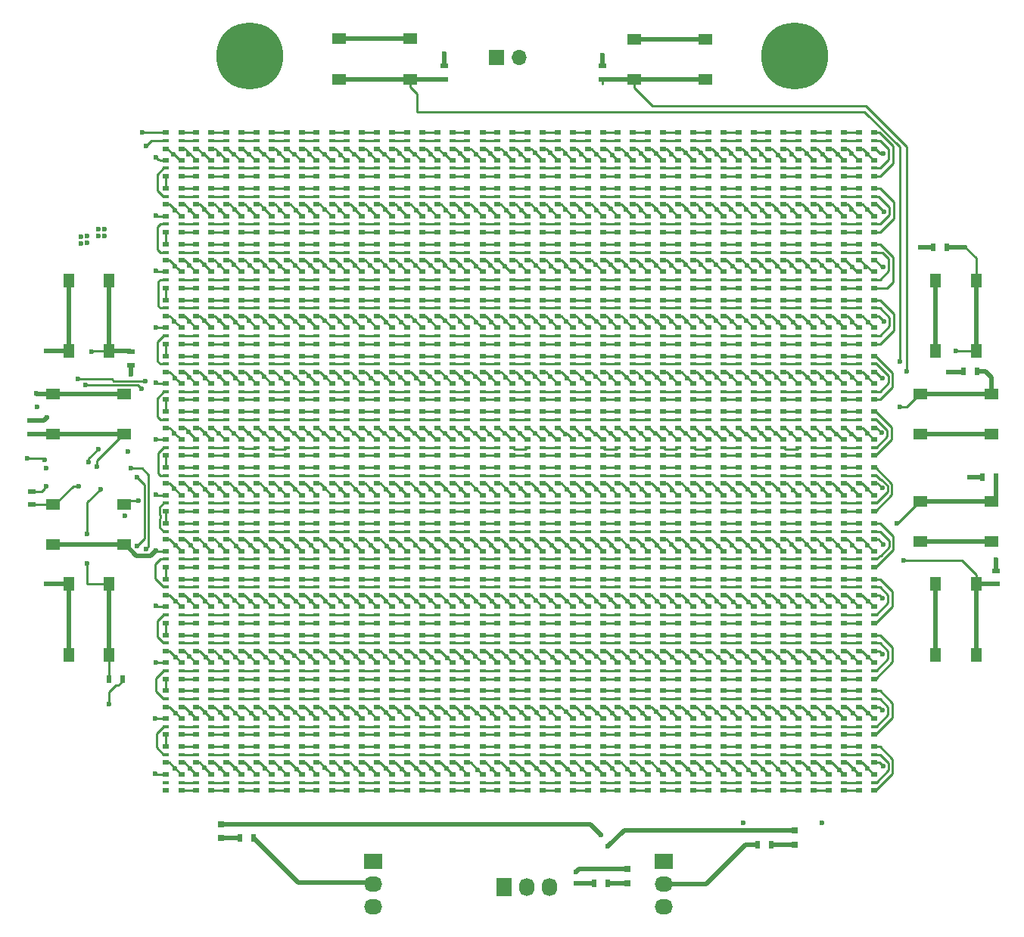
<source format=gtl>
G04 #@! TF.FileFunction,Copper,L1,Top,Signal*
%FSLAX46Y46*%
G04 Gerber Fmt 4.6, Leading zero omitted, Abs format (unit mm)*
G04 Created by KiCad (PCBNEW 4.0.6+dfsg1-1) date Sat Apr 14 23:57:49 2018*
%MOMM*%
%LPD*%
G01*
G04 APERTURE LIST*
%ADD10C,0.100000*%
%ADD11C,7.500000*%
%ADD12R,1.550000X1.300000*%
%ADD13R,0.800000X0.500000*%
%ADD14R,0.800000X0.300000*%
%ADD15R,1.300000X1.550000*%
%ADD16R,1.700000X1.700000*%
%ADD17O,1.700000X1.700000*%
%ADD18R,1.727200X2.032000*%
%ADD19O,1.727200X2.032000*%
%ADD20R,2.032000X1.727200*%
%ADD21O,2.032000X1.727200*%
%ADD22R,0.500000X0.900000*%
%ADD23R,0.900000X0.500000*%
%ADD24R,0.800000X0.800000*%
%ADD25C,0.600000*%
%ADD26C,0.250000*%
%ADD27C,0.500000*%
G04 APERTURE END LIST*
D10*
D11*
X206000000Y-86900000D03*
D12*
X130975000Y-141650000D03*
X123025000Y-141650000D03*
X130975000Y-137150000D03*
X123025000Y-137150000D03*
D13*
X135650000Y-95500000D03*
D14*
X135650000Y-96400000D03*
D13*
X135650000Y-97300000D03*
X137350000Y-97300000D03*
D14*
X137350000Y-96400000D03*
D13*
X137350000Y-95500000D03*
X214850000Y-100376087D03*
D14*
X214850000Y-99476087D03*
D13*
X214850000Y-98576087D03*
X213150000Y-98576087D03*
D14*
X213150000Y-99476087D03*
D13*
X213150000Y-100376087D03*
X135650000Y-101747826D03*
D14*
X135650000Y-102647826D03*
D13*
X135650000Y-103547826D03*
X137350000Y-103547826D03*
D14*
X137350000Y-102647826D03*
D13*
X137350000Y-101747826D03*
X214850000Y-106628261D03*
D14*
X214850000Y-105728261D03*
D13*
X214850000Y-104828261D03*
X213150000Y-104828261D03*
D14*
X213150000Y-105728261D03*
D13*
X213150000Y-106628261D03*
X135650000Y-107995652D03*
D14*
X135650000Y-108895652D03*
D13*
X135650000Y-109795652D03*
X137350000Y-109795652D03*
D14*
X137350000Y-108895652D03*
D13*
X137350000Y-107995652D03*
X214850000Y-112880435D03*
D14*
X214850000Y-111980435D03*
D13*
X214850000Y-111080435D03*
X213150000Y-111080435D03*
D14*
X213150000Y-111980435D03*
D13*
X213150000Y-112880435D03*
X135650000Y-114243478D03*
D14*
X135650000Y-115143478D03*
D13*
X135650000Y-116043478D03*
X137350000Y-116043478D03*
D14*
X137350000Y-115143478D03*
D13*
X137350000Y-114243478D03*
X214850000Y-119132609D03*
D14*
X214850000Y-118232609D03*
D13*
X214850000Y-117332609D03*
X213150000Y-117332609D03*
D14*
X213150000Y-118232609D03*
D13*
X213150000Y-119132609D03*
X135650000Y-120491304D03*
D14*
X135650000Y-121391304D03*
D13*
X135650000Y-122291304D03*
X137350000Y-122291304D03*
D14*
X137350000Y-121391304D03*
D13*
X137350000Y-120491304D03*
X214850000Y-125384783D03*
D14*
X214850000Y-124484783D03*
D13*
X214850000Y-123584783D03*
X213150000Y-123584783D03*
D14*
X213150000Y-124484783D03*
D13*
X213150000Y-125384783D03*
X135650000Y-126739130D03*
D14*
X135650000Y-127639130D03*
D13*
X135650000Y-128539130D03*
X137350000Y-128539130D03*
D14*
X137350000Y-127639130D03*
D13*
X137350000Y-126739130D03*
X214850000Y-131636957D03*
D14*
X214850000Y-130736957D03*
D13*
X214850000Y-129836957D03*
X213150000Y-129836957D03*
D14*
X213150000Y-130736957D03*
D13*
X213150000Y-131636957D03*
X135650000Y-132986956D03*
D14*
X135650000Y-133886956D03*
D13*
X135650000Y-134786956D03*
X137350000Y-134786956D03*
D14*
X137350000Y-133886956D03*
D13*
X137350000Y-132986956D03*
X214850000Y-137889131D03*
D14*
X214850000Y-136989131D03*
D13*
X214850000Y-136089131D03*
X213150000Y-136089131D03*
D14*
X213150000Y-136989131D03*
D13*
X213150000Y-137889131D03*
X135650000Y-139234782D03*
D14*
X135650000Y-140134782D03*
D13*
X135650000Y-141034782D03*
X137350000Y-141034782D03*
D14*
X137350000Y-140134782D03*
D13*
X137350000Y-139234782D03*
X214850000Y-144141305D03*
D14*
X214850000Y-143241305D03*
D13*
X214850000Y-142341305D03*
X213150000Y-142341305D03*
D14*
X213150000Y-143241305D03*
D13*
X213150000Y-144141305D03*
X135650000Y-145482608D03*
D14*
X135650000Y-146382608D03*
D13*
X135650000Y-147282608D03*
X137350000Y-147282608D03*
D14*
X137350000Y-146382608D03*
D13*
X137350000Y-145482608D03*
X214850000Y-150393479D03*
D14*
X214850000Y-149493479D03*
D13*
X214850000Y-148593479D03*
X213150000Y-148593479D03*
D14*
X213150000Y-149493479D03*
D13*
X213150000Y-150393479D03*
X135650000Y-151730434D03*
D14*
X135650000Y-152630434D03*
D13*
X135650000Y-153530434D03*
X137350000Y-153530434D03*
D14*
X137350000Y-152630434D03*
D13*
X137350000Y-151730434D03*
X214850000Y-156645653D03*
D14*
X214850000Y-155745653D03*
D13*
X214850000Y-154845653D03*
X213150000Y-154845653D03*
D14*
X213150000Y-155745653D03*
D13*
X213150000Y-156645653D03*
X135650000Y-157978260D03*
D14*
X135650000Y-158878260D03*
D13*
X135650000Y-159778260D03*
X137350000Y-159778260D03*
D14*
X137350000Y-158878260D03*
D13*
X137350000Y-157978260D03*
X214850000Y-162897827D03*
D14*
X214850000Y-161997827D03*
D13*
X214850000Y-161097827D03*
X213150000Y-161097827D03*
D14*
X213150000Y-161997827D03*
D13*
X213150000Y-162897827D03*
X135650000Y-164226086D03*
D14*
X135650000Y-165126086D03*
D13*
X135650000Y-166026086D03*
X137350000Y-166026086D03*
D14*
X137350000Y-165126086D03*
D13*
X137350000Y-164226086D03*
X214850000Y-169150001D03*
D14*
X214850000Y-168250001D03*
D13*
X214850000Y-167350001D03*
X213150000Y-167350001D03*
D14*
X213150000Y-168250001D03*
D13*
X213150000Y-169150001D03*
X139019565Y-95500000D03*
D14*
X139019565Y-96400000D03*
D13*
X139019565Y-97300000D03*
X140719565Y-97300000D03*
D14*
X140719565Y-96400000D03*
D13*
X140719565Y-95500000D03*
X211480435Y-100376087D03*
D14*
X211480435Y-99476087D03*
D13*
X211480435Y-98576087D03*
X209780435Y-98576087D03*
D14*
X209780435Y-99476087D03*
D13*
X209780435Y-100376087D03*
X139019565Y-101747826D03*
D14*
X139019565Y-102647826D03*
D13*
X139019565Y-103547826D03*
X140719565Y-103547826D03*
D14*
X140719565Y-102647826D03*
D13*
X140719565Y-101747826D03*
X211480435Y-106628261D03*
D14*
X211480435Y-105728261D03*
D13*
X211480435Y-104828261D03*
X209780435Y-104828261D03*
D14*
X209780435Y-105728261D03*
D13*
X209780435Y-106628261D03*
X139019565Y-107995652D03*
D14*
X139019565Y-108895652D03*
D13*
X139019565Y-109795652D03*
X140719565Y-109795652D03*
D14*
X140719565Y-108895652D03*
D13*
X140719565Y-107995652D03*
X211480435Y-112880435D03*
D14*
X211480435Y-111980435D03*
D13*
X211480435Y-111080435D03*
X209780435Y-111080435D03*
D14*
X209780435Y-111980435D03*
D13*
X209780435Y-112880435D03*
X139019565Y-114243478D03*
D14*
X139019565Y-115143478D03*
D13*
X139019565Y-116043478D03*
X140719565Y-116043478D03*
D14*
X140719565Y-115143478D03*
D13*
X140719565Y-114243478D03*
X211480435Y-119132609D03*
D14*
X211480435Y-118232609D03*
D13*
X211480435Y-117332609D03*
X209780435Y-117332609D03*
D14*
X209780435Y-118232609D03*
D13*
X209780435Y-119132609D03*
X139019565Y-120491304D03*
D14*
X139019565Y-121391304D03*
D13*
X139019565Y-122291304D03*
X140719565Y-122291304D03*
D14*
X140719565Y-121391304D03*
D13*
X140719565Y-120491304D03*
X211480435Y-125384783D03*
D14*
X211480435Y-124484783D03*
D13*
X211480435Y-123584783D03*
X209780435Y-123584783D03*
D14*
X209780435Y-124484783D03*
D13*
X209780435Y-125384783D03*
X139019565Y-126739130D03*
D14*
X139019565Y-127639130D03*
D13*
X139019565Y-128539130D03*
X140719565Y-128539130D03*
D14*
X140719565Y-127639130D03*
D13*
X140719565Y-126739130D03*
X211480435Y-131636957D03*
D14*
X211480435Y-130736957D03*
D13*
X211480435Y-129836957D03*
X209780435Y-129836957D03*
D14*
X209780435Y-130736957D03*
D13*
X209780435Y-131636957D03*
X139019565Y-132986956D03*
D14*
X139019565Y-133886956D03*
D13*
X139019565Y-134786956D03*
X140719565Y-134786956D03*
D14*
X140719565Y-133886956D03*
D13*
X140719565Y-132986956D03*
X211480435Y-137889131D03*
D14*
X211480435Y-136989131D03*
D13*
X211480435Y-136089131D03*
X209780435Y-136089131D03*
D14*
X209780435Y-136989131D03*
D13*
X209780435Y-137889131D03*
X139019565Y-139234782D03*
D14*
X139019565Y-140134782D03*
D13*
X139019565Y-141034782D03*
X140719565Y-141034782D03*
D14*
X140719565Y-140134782D03*
D13*
X140719565Y-139234782D03*
X211480435Y-144141305D03*
D14*
X211480435Y-143241305D03*
D13*
X211480435Y-142341305D03*
X209780435Y-142341305D03*
D14*
X209780435Y-143241305D03*
D13*
X209780435Y-144141305D03*
X139019565Y-145482608D03*
D14*
X139019565Y-146382608D03*
D13*
X139019565Y-147282608D03*
X140719565Y-147282608D03*
D14*
X140719565Y-146382608D03*
D13*
X140719565Y-145482608D03*
X211480435Y-150393479D03*
D14*
X211480435Y-149493479D03*
D13*
X211480435Y-148593479D03*
X209780435Y-148593479D03*
D14*
X209780435Y-149493479D03*
D13*
X209780435Y-150393479D03*
X139019565Y-151730434D03*
D14*
X139019565Y-152630434D03*
D13*
X139019565Y-153530434D03*
X140719565Y-153530434D03*
D14*
X140719565Y-152630434D03*
D13*
X140719565Y-151730434D03*
X211480435Y-156645653D03*
D14*
X211480435Y-155745653D03*
D13*
X211480435Y-154845653D03*
X209780435Y-154845653D03*
D14*
X209780435Y-155745653D03*
D13*
X209780435Y-156645653D03*
X139019565Y-157978260D03*
D14*
X139019565Y-158878260D03*
D13*
X139019565Y-159778260D03*
X140719565Y-159778260D03*
D14*
X140719565Y-158878260D03*
D13*
X140719565Y-157978260D03*
X211480435Y-162897827D03*
D14*
X211480435Y-161997827D03*
D13*
X211480435Y-161097827D03*
X209780435Y-161097827D03*
D14*
X209780435Y-161997827D03*
D13*
X209780435Y-162897827D03*
X139019565Y-164226086D03*
D14*
X139019565Y-165126086D03*
D13*
X139019565Y-166026086D03*
X140719565Y-166026086D03*
D14*
X140719565Y-165126086D03*
D13*
X140719565Y-164226086D03*
X211480435Y-169150001D03*
D14*
X211480435Y-168250001D03*
D13*
X211480435Y-167350001D03*
X209780435Y-167350001D03*
D14*
X209780435Y-168250001D03*
D13*
X209780435Y-169150001D03*
X142389130Y-95500000D03*
D14*
X142389130Y-96400000D03*
D13*
X142389130Y-97300000D03*
X144089130Y-97300000D03*
D14*
X144089130Y-96400000D03*
D13*
X144089130Y-95500000D03*
X208110870Y-100376087D03*
D14*
X208110870Y-99476087D03*
D13*
X208110870Y-98576087D03*
X206410870Y-98576087D03*
D14*
X206410870Y-99476087D03*
D13*
X206410870Y-100376087D03*
X142389130Y-101747826D03*
D14*
X142389130Y-102647826D03*
D13*
X142389130Y-103547826D03*
X144089130Y-103547826D03*
D14*
X144089130Y-102647826D03*
D13*
X144089130Y-101747826D03*
X208110870Y-106628261D03*
D14*
X208110870Y-105728261D03*
D13*
X208110870Y-104828261D03*
X206410870Y-104828261D03*
D14*
X206410870Y-105728261D03*
D13*
X206410870Y-106628261D03*
X142389130Y-107995652D03*
D14*
X142389130Y-108895652D03*
D13*
X142389130Y-109795652D03*
X144089130Y-109795652D03*
D14*
X144089130Y-108895652D03*
D13*
X144089130Y-107995652D03*
X208110870Y-112880435D03*
D14*
X208110870Y-111980435D03*
D13*
X208110870Y-111080435D03*
X206410870Y-111080435D03*
D14*
X206410870Y-111980435D03*
D13*
X206410870Y-112880435D03*
X142389130Y-114243478D03*
D14*
X142389130Y-115143478D03*
D13*
X142389130Y-116043478D03*
X144089130Y-116043478D03*
D14*
X144089130Y-115143478D03*
D13*
X144089130Y-114243478D03*
X208110870Y-119132609D03*
D14*
X208110870Y-118232609D03*
D13*
X208110870Y-117332609D03*
X206410870Y-117332609D03*
D14*
X206410870Y-118232609D03*
D13*
X206410870Y-119132609D03*
X142389130Y-120491304D03*
D14*
X142389130Y-121391304D03*
D13*
X142389130Y-122291304D03*
X144089130Y-122291304D03*
D14*
X144089130Y-121391304D03*
D13*
X144089130Y-120491304D03*
X208110870Y-125384783D03*
D14*
X208110870Y-124484783D03*
D13*
X208110870Y-123584783D03*
X206410870Y-123584783D03*
D14*
X206410870Y-124484783D03*
D13*
X206410870Y-125384783D03*
X142389130Y-126739130D03*
D14*
X142389130Y-127639130D03*
D13*
X142389130Y-128539130D03*
X144089130Y-128539130D03*
D14*
X144089130Y-127639130D03*
D13*
X144089130Y-126739130D03*
X208110870Y-131636957D03*
D14*
X208110870Y-130736957D03*
D13*
X208110870Y-129836957D03*
X206410870Y-129836957D03*
D14*
X206410870Y-130736957D03*
D13*
X206410870Y-131636957D03*
X142389130Y-132986956D03*
D14*
X142389130Y-133886956D03*
D13*
X142389130Y-134786956D03*
X144089130Y-134786956D03*
D14*
X144089130Y-133886956D03*
D13*
X144089130Y-132986956D03*
X208110870Y-137889131D03*
D14*
X208110870Y-136989131D03*
D13*
X208110870Y-136089131D03*
X206410870Y-136089131D03*
D14*
X206410870Y-136989131D03*
D13*
X206410870Y-137889131D03*
X142389130Y-139234782D03*
D14*
X142389130Y-140134782D03*
D13*
X142389130Y-141034782D03*
X144089130Y-141034782D03*
D14*
X144089130Y-140134782D03*
D13*
X144089130Y-139234782D03*
X208110870Y-144141305D03*
D14*
X208110870Y-143241305D03*
D13*
X208110870Y-142341305D03*
X206410870Y-142341305D03*
D14*
X206410870Y-143241305D03*
D13*
X206410870Y-144141305D03*
X142389130Y-145482608D03*
D14*
X142389130Y-146382608D03*
D13*
X142389130Y-147282608D03*
X144089130Y-147282608D03*
D14*
X144089130Y-146382608D03*
D13*
X144089130Y-145482608D03*
X208110870Y-150393479D03*
D14*
X208110870Y-149493479D03*
D13*
X208110870Y-148593479D03*
X206410870Y-148593479D03*
D14*
X206410870Y-149493479D03*
D13*
X206410870Y-150393479D03*
X142389130Y-151730434D03*
D14*
X142389130Y-152630434D03*
D13*
X142389130Y-153530434D03*
X144089130Y-153530434D03*
D14*
X144089130Y-152630434D03*
D13*
X144089130Y-151730434D03*
X208110870Y-156645653D03*
D14*
X208110870Y-155745653D03*
D13*
X208110870Y-154845653D03*
X206410870Y-154845653D03*
D14*
X206410870Y-155745653D03*
D13*
X206410870Y-156645653D03*
X142389130Y-157978260D03*
D14*
X142389130Y-158878260D03*
D13*
X142389130Y-159778260D03*
X144089130Y-159778260D03*
D14*
X144089130Y-158878260D03*
D13*
X144089130Y-157978260D03*
X208110870Y-162897827D03*
D14*
X208110870Y-161997827D03*
D13*
X208110870Y-161097827D03*
X206410870Y-161097827D03*
D14*
X206410870Y-161997827D03*
D13*
X206410870Y-162897827D03*
X142389130Y-164226086D03*
D14*
X142389130Y-165126086D03*
D13*
X142389130Y-166026086D03*
X144089130Y-166026086D03*
D14*
X144089130Y-165126086D03*
D13*
X144089130Y-164226086D03*
X208110870Y-169150001D03*
D14*
X208110870Y-168250001D03*
D13*
X208110870Y-167350001D03*
X206410870Y-167350001D03*
D14*
X206410870Y-168250001D03*
D13*
X206410870Y-169150001D03*
X145758695Y-95500000D03*
D14*
X145758695Y-96400000D03*
D13*
X145758695Y-97300000D03*
X147458695Y-97300000D03*
D14*
X147458695Y-96400000D03*
D13*
X147458695Y-95500000D03*
X204741305Y-100376087D03*
D14*
X204741305Y-99476087D03*
D13*
X204741305Y-98576087D03*
X203041305Y-98576087D03*
D14*
X203041305Y-99476087D03*
D13*
X203041305Y-100376087D03*
X145758695Y-101747826D03*
D14*
X145758695Y-102647826D03*
D13*
X145758695Y-103547826D03*
X147458695Y-103547826D03*
D14*
X147458695Y-102647826D03*
D13*
X147458695Y-101747826D03*
X204741305Y-106628261D03*
D14*
X204741305Y-105728261D03*
D13*
X204741305Y-104828261D03*
X203041305Y-104828261D03*
D14*
X203041305Y-105728261D03*
D13*
X203041305Y-106628261D03*
X145758695Y-107995652D03*
D14*
X145758695Y-108895652D03*
D13*
X145758695Y-109795652D03*
X147458695Y-109795652D03*
D14*
X147458695Y-108895652D03*
D13*
X147458695Y-107995652D03*
X204741305Y-112880435D03*
D14*
X204741305Y-111980435D03*
D13*
X204741305Y-111080435D03*
X203041305Y-111080435D03*
D14*
X203041305Y-111980435D03*
D13*
X203041305Y-112880435D03*
X145758695Y-114243478D03*
D14*
X145758695Y-115143478D03*
D13*
X145758695Y-116043478D03*
X147458695Y-116043478D03*
D14*
X147458695Y-115143478D03*
D13*
X147458695Y-114243478D03*
X204741305Y-119132609D03*
D14*
X204741305Y-118232609D03*
D13*
X204741305Y-117332609D03*
X203041305Y-117332609D03*
D14*
X203041305Y-118232609D03*
D13*
X203041305Y-119132609D03*
X145758695Y-120491304D03*
D14*
X145758695Y-121391304D03*
D13*
X145758695Y-122291304D03*
X147458695Y-122291304D03*
D14*
X147458695Y-121391304D03*
D13*
X147458695Y-120491304D03*
X204741305Y-125384783D03*
D14*
X204741305Y-124484783D03*
D13*
X204741305Y-123584783D03*
X203041305Y-123584783D03*
D14*
X203041305Y-124484783D03*
D13*
X203041305Y-125384783D03*
X145758695Y-126739130D03*
D14*
X145758695Y-127639130D03*
D13*
X145758695Y-128539130D03*
X147458695Y-128539130D03*
D14*
X147458695Y-127639130D03*
D13*
X147458695Y-126739130D03*
X204741305Y-131636957D03*
D14*
X204741305Y-130736957D03*
D13*
X204741305Y-129836957D03*
X203041305Y-129836957D03*
D14*
X203041305Y-130736957D03*
D13*
X203041305Y-131636957D03*
X145758695Y-132986956D03*
D14*
X145758695Y-133886956D03*
D13*
X145758695Y-134786956D03*
X147458695Y-134786956D03*
D14*
X147458695Y-133886956D03*
D13*
X147458695Y-132986956D03*
X204741305Y-137889131D03*
D14*
X204741305Y-136989131D03*
D13*
X204741305Y-136089131D03*
X203041305Y-136089131D03*
D14*
X203041305Y-136989131D03*
D13*
X203041305Y-137889131D03*
X145758695Y-139234782D03*
D14*
X145758695Y-140134782D03*
D13*
X145758695Y-141034782D03*
X147458695Y-141034782D03*
D14*
X147458695Y-140134782D03*
D13*
X147458695Y-139234782D03*
X204741305Y-144141305D03*
D14*
X204741305Y-143241305D03*
D13*
X204741305Y-142341305D03*
X203041305Y-142341305D03*
D14*
X203041305Y-143241305D03*
D13*
X203041305Y-144141305D03*
X145758695Y-145482608D03*
D14*
X145758695Y-146382608D03*
D13*
X145758695Y-147282608D03*
X147458695Y-147282608D03*
D14*
X147458695Y-146382608D03*
D13*
X147458695Y-145482608D03*
X204741305Y-150393479D03*
D14*
X204741305Y-149493479D03*
D13*
X204741305Y-148593479D03*
X203041305Y-148593479D03*
D14*
X203041305Y-149493479D03*
D13*
X203041305Y-150393479D03*
X145758695Y-151730434D03*
D14*
X145758695Y-152630434D03*
D13*
X145758695Y-153530434D03*
X147458695Y-153530434D03*
D14*
X147458695Y-152630434D03*
D13*
X147458695Y-151730434D03*
X204741305Y-156645653D03*
D14*
X204741305Y-155745653D03*
D13*
X204741305Y-154845653D03*
X203041305Y-154845653D03*
D14*
X203041305Y-155745653D03*
D13*
X203041305Y-156645653D03*
X145758695Y-157978260D03*
D14*
X145758695Y-158878260D03*
D13*
X145758695Y-159778260D03*
X147458695Y-159778260D03*
D14*
X147458695Y-158878260D03*
D13*
X147458695Y-157978260D03*
X204741305Y-162897827D03*
D14*
X204741305Y-161997827D03*
D13*
X204741305Y-161097827D03*
X203041305Y-161097827D03*
D14*
X203041305Y-161997827D03*
D13*
X203041305Y-162897827D03*
X145758695Y-164226086D03*
D14*
X145758695Y-165126086D03*
D13*
X145758695Y-166026086D03*
X147458695Y-166026086D03*
D14*
X147458695Y-165126086D03*
D13*
X147458695Y-164226086D03*
X204741305Y-169150001D03*
D14*
X204741305Y-168250001D03*
D13*
X204741305Y-167350001D03*
X203041305Y-167350001D03*
D14*
X203041305Y-168250001D03*
D13*
X203041305Y-169150001D03*
X149128260Y-95500000D03*
D14*
X149128260Y-96400000D03*
D13*
X149128260Y-97300000D03*
X150828260Y-97300000D03*
D14*
X150828260Y-96400000D03*
D13*
X150828260Y-95500000D03*
X201371740Y-100376087D03*
D14*
X201371740Y-99476087D03*
D13*
X201371740Y-98576087D03*
X199671740Y-98576087D03*
D14*
X199671740Y-99476087D03*
D13*
X199671740Y-100376087D03*
X149128260Y-101747826D03*
D14*
X149128260Y-102647826D03*
D13*
X149128260Y-103547826D03*
X150828260Y-103547826D03*
D14*
X150828260Y-102647826D03*
D13*
X150828260Y-101747826D03*
X201371740Y-106628261D03*
D14*
X201371740Y-105728261D03*
D13*
X201371740Y-104828261D03*
X199671740Y-104828261D03*
D14*
X199671740Y-105728261D03*
D13*
X199671740Y-106628261D03*
X149128260Y-107995652D03*
D14*
X149128260Y-108895652D03*
D13*
X149128260Y-109795652D03*
X150828260Y-109795652D03*
D14*
X150828260Y-108895652D03*
D13*
X150828260Y-107995652D03*
X201371740Y-112880435D03*
D14*
X201371740Y-111980435D03*
D13*
X201371740Y-111080435D03*
X199671740Y-111080435D03*
D14*
X199671740Y-111980435D03*
D13*
X199671740Y-112880435D03*
X149128260Y-114243478D03*
D14*
X149128260Y-115143478D03*
D13*
X149128260Y-116043478D03*
X150828260Y-116043478D03*
D14*
X150828260Y-115143478D03*
D13*
X150828260Y-114243478D03*
X201371740Y-119132609D03*
D14*
X201371740Y-118232609D03*
D13*
X201371740Y-117332609D03*
X199671740Y-117332609D03*
D14*
X199671740Y-118232609D03*
D13*
X199671740Y-119132609D03*
X149128260Y-120491304D03*
D14*
X149128260Y-121391304D03*
D13*
X149128260Y-122291304D03*
X150828260Y-122291304D03*
D14*
X150828260Y-121391304D03*
D13*
X150828260Y-120491304D03*
X201371740Y-125384783D03*
D14*
X201371740Y-124484783D03*
D13*
X201371740Y-123584783D03*
X199671740Y-123584783D03*
D14*
X199671740Y-124484783D03*
D13*
X199671740Y-125384783D03*
X149128260Y-126739130D03*
D14*
X149128260Y-127639130D03*
D13*
X149128260Y-128539130D03*
X150828260Y-128539130D03*
D14*
X150828260Y-127639130D03*
D13*
X150828260Y-126739130D03*
X201371740Y-131636957D03*
D14*
X201371740Y-130736957D03*
D13*
X201371740Y-129836957D03*
X199671740Y-129836957D03*
D14*
X199671740Y-130736957D03*
D13*
X199671740Y-131636957D03*
X149128260Y-132986956D03*
D14*
X149128260Y-133886956D03*
D13*
X149128260Y-134786956D03*
X150828260Y-134786956D03*
D14*
X150828260Y-133886956D03*
D13*
X150828260Y-132986956D03*
X201371740Y-137889131D03*
D14*
X201371740Y-136989131D03*
D13*
X201371740Y-136089131D03*
X199671740Y-136089131D03*
D14*
X199671740Y-136989131D03*
D13*
X199671740Y-137889131D03*
X149128260Y-139234782D03*
D14*
X149128260Y-140134782D03*
D13*
X149128260Y-141034782D03*
X150828260Y-141034782D03*
D14*
X150828260Y-140134782D03*
D13*
X150828260Y-139234782D03*
X201371740Y-144141305D03*
D14*
X201371740Y-143241305D03*
D13*
X201371740Y-142341305D03*
X199671740Y-142341305D03*
D14*
X199671740Y-143241305D03*
D13*
X199671740Y-144141305D03*
X149128260Y-145482608D03*
D14*
X149128260Y-146382608D03*
D13*
X149128260Y-147282608D03*
X150828260Y-147282608D03*
D14*
X150828260Y-146382608D03*
D13*
X150828260Y-145482608D03*
X201371740Y-150393479D03*
D14*
X201371740Y-149493479D03*
D13*
X201371740Y-148593479D03*
X199671740Y-148593479D03*
D14*
X199671740Y-149493479D03*
D13*
X199671740Y-150393479D03*
X149128260Y-151730434D03*
D14*
X149128260Y-152630434D03*
D13*
X149128260Y-153530434D03*
X150828260Y-153530434D03*
D14*
X150828260Y-152630434D03*
D13*
X150828260Y-151730434D03*
X201371740Y-156645653D03*
D14*
X201371740Y-155745653D03*
D13*
X201371740Y-154845653D03*
X199671740Y-154845653D03*
D14*
X199671740Y-155745653D03*
D13*
X199671740Y-156645653D03*
X149128260Y-157978260D03*
D14*
X149128260Y-158878260D03*
D13*
X149128260Y-159778260D03*
X150828260Y-159778260D03*
D14*
X150828260Y-158878260D03*
D13*
X150828260Y-157978260D03*
X201371740Y-162897827D03*
D14*
X201371740Y-161997827D03*
D13*
X201371740Y-161097827D03*
X199671740Y-161097827D03*
D14*
X199671740Y-161997827D03*
D13*
X199671740Y-162897827D03*
X149128260Y-164226086D03*
D14*
X149128260Y-165126086D03*
D13*
X149128260Y-166026086D03*
X150828260Y-166026086D03*
D14*
X150828260Y-165126086D03*
D13*
X150828260Y-164226086D03*
X201371740Y-169150001D03*
D14*
X201371740Y-168250001D03*
D13*
X201371740Y-167350001D03*
X199671740Y-167350001D03*
D14*
X199671740Y-168250001D03*
D13*
X199671740Y-169150001D03*
X152497825Y-95500000D03*
D14*
X152497825Y-96400000D03*
D13*
X152497825Y-97300000D03*
X154197825Y-97300000D03*
D14*
X154197825Y-96400000D03*
D13*
X154197825Y-95500000D03*
X198002175Y-100376087D03*
D14*
X198002175Y-99476087D03*
D13*
X198002175Y-98576087D03*
X196302175Y-98576087D03*
D14*
X196302175Y-99476087D03*
D13*
X196302175Y-100376087D03*
X152497825Y-101747826D03*
D14*
X152497825Y-102647826D03*
D13*
X152497825Y-103547826D03*
X154197825Y-103547826D03*
D14*
X154197825Y-102647826D03*
D13*
X154197825Y-101747826D03*
X198002175Y-106628261D03*
D14*
X198002175Y-105728261D03*
D13*
X198002175Y-104828261D03*
X196302175Y-104828261D03*
D14*
X196302175Y-105728261D03*
D13*
X196302175Y-106628261D03*
X152497825Y-107995652D03*
D14*
X152497825Y-108895652D03*
D13*
X152497825Y-109795652D03*
X154197825Y-109795652D03*
D14*
X154197825Y-108895652D03*
D13*
X154197825Y-107995652D03*
X198002175Y-112880435D03*
D14*
X198002175Y-111980435D03*
D13*
X198002175Y-111080435D03*
X196302175Y-111080435D03*
D14*
X196302175Y-111980435D03*
D13*
X196302175Y-112880435D03*
X152497825Y-114243478D03*
D14*
X152497825Y-115143478D03*
D13*
X152497825Y-116043478D03*
X154197825Y-116043478D03*
D14*
X154197825Y-115143478D03*
D13*
X154197825Y-114243478D03*
X198002175Y-119132609D03*
D14*
X198002175Y-118232609D03*
D13*
X198002175Y-117332609D03*
X196302175Y-117332609D03*
D14*
X196302175Y-118232609D03*
D13*
X196302175Y-119132609D03*
X152497825Y-120491304D03*
D14*
X152497825Y-121391304D03*
D13*
X152497825Y-122291304D03*
X154197825Y-122291304D03*
D14*
X154197825Y-121391304D03*
D13*
X154197825Y-120491304D03*
X198002175Y-125384783D03*
D14*
X198002175Y-124484783D03*
D13*
X198002175Y-123584783D03*
X196302175Y-123584783D03*
D14*
X196302175Y-124484783D03*
D13*
X196302175Y-125384783D03*
X152497825Y-126739130D03*
D14*
X152497825Y-127639130D03*
D13*
X152497825Y-128539130D03*
X154197825Y-128539130D03*
D14*
X154197825Y-127639130D03*
D13*
X154197825Y-126739130D03*
X198002175Y-131636957D03*
D14*
X198002175Y-130736957D03*
D13*
X198002175Y-129836957D03*
X196302175Y-129836957D03*
D14*
X196302175Y-130736957D03*
D13*
X196302175Y-131636957D03*
X152497825Y-132986956D03*
D14*
X152497825Y-133886956D03*
D13*
X152497825Y-134786956D03*
X154197825Y-134786956D03*
D14*
X154197825Y-133886956D03*
D13*
X154197825Y-132986956D03*
X198002175Y-137889131D03*
D14*
X198002175Y-136989131D03*
D13*
X198002175Y-136089131D03*
X196302175Y-136089131D03*
D14*
X196302175Y-136989131D03*
D13*
X196302175Y-137889131D03*
X152497825Y-139234782D03*
D14*
X152497825Y-140134782D03*
D13*
X152497825Y-141034782D03*
X154197825Y-141034782D03*
D14*
X154197825Y-140134782D03*
D13*
X154197825Y-139234782D03*
X198002175Y-144141305D03*
D14*
X198002175Y-143241305D03*
D13*
X198002175Y-142341305D03*
X196302175Y-142341305D03*
D14*
X196302175Y-143241305D03*
D13*
X196302175Y-144141305D03*
X152497825Y-145482608D03*
D14*
X152497825Y-146382608D03*
D13*
X152497825Y-147282608D03*
X154197825Y-147282608D03*
D14*
X154197825Y-146382608D03*
D13*
X154197825Y-145482608D03*
X198002175Y-150393479D03*
D14*
X198002175Y-149493479D03*
D13*
X198002175Y-148593479D03*
X196302175Y-148593479D03*
D14*
X196302175Y-149493479D03*
D13*
X196302175Y-150393479D03*
X152497825Y-151730434D03*
D14*
X152497825Y-152630434D03*
D13*
X152497825Y-153530434D03*
X154197825Y-153530434D03*
D14*
X154197825Y-152630434D03*
D13*
X154197825Y-151730434D03*
X198002175Y-156645653D03*
D14*
X198002175Y-155745653D03*
D13*
X198002175Y-154845653D03*
X196302175Y-154845653D03*
D14*
X196302175Y-155745653D03*
D13*
X196302175Y-156645653D03*
X152497825Y-157978260D03*
D14*
X152497825Y-158878260D03*
D13*
X152497825Y-159778260D03*
X154197825Y-159778260D03*
D14*
X154197825Y-158878260D03*
D13*
X154197825Y-157978260D03*
X198002175Y-162897827D03*
D14*
X198002175Y-161997827D03*
D13*
X198002175Y-161097827D03*
X196302175Y-161097827D03*
D14*
X196302175Y-161997827D03*
D13*
X196302175Y-162897827D03*
X152497825Y-164226086D03*
D14*
X152497825Y-165126086D03*
D13*
X152497825Y-166026086D03*
X154197825Y-166026086D03*
D14*
X154197825Y-165126086D03*
D13*
X154197825Y-164226086D03*
X198002175Y-169150001D03*
D14*
X198002175Y-168250001D03*
D13*
X198002175Y-167350001D03*
X196302175Y-167350001D03*
D14*
X196302175Y-168250001D03*
D13*
X196302175Y-169150001D03*
X155867390Y-95500000D03*
D14*
X155867390Y-96400000D03*
D13*
X155867390Y-97300000D03*
X157567390Y-97300000D03*
D14*
X157567390Y-96400000D03*
D13*
X157567390Y-95500000D03*
X194632610Y-100376087D03*
D14*
X194632610Y-99476087D03*
D13*
X194632610Y-98576087D03*
X192932610Y-98576087D03*
D14*
X192932610Y-99476087D03*
D13*
X192932610Y-100376087D03*
X155867390Y-101747826D03*
D14*
X155867390Y-102647826D03*
D13*
X155867390Y-103547826D03*
X157567390Y-103547826D03*
D14*
X157567390Y-102647826D03*
D13*
X157567390Y-101747826D03*
X194632610Y-106628261D03*
D14*
X194632610Y-105728261D03*
D13*
X194632610Y-104828261D03*
X192932610Y-104828261D03*
D14*
X192932610Y-105728261D03*
D13*
X192932610Y-106628261D03*
X155867390Y-107995652D03*
D14*
X155867390Y-108895652D03*
D13*
X155867390Y-109795652D03*
X157567390Y-109795652D03*
D14*
X157567390Y-108895652D03*
D13*
X157567390Y-107995652D03*
X194632610Y-112880435D03*
D14*
X194632610Y-111980435D03*
D13*
X194632610Y-111080435D03*
X192932610Y-111080435D03*
D14*
X192932610Y-111980435D03*
D13*
X192932610Y-112880435D03*
X155867390Y-114243478D03*
D14*
X155867390Y-115143478D03*
D13*
X155867390Y-116043478D03*
X157567390Y-116043478D03*
D14*
X157567390Y-115143478D03*
D13*
X157567390Y-114243478D03*
X194632610Y-119132609D03*
D14*
X194632610Y-118232609D03*
D13*
X194632610Y-117332609D03*
X192932610Y-117332609D03*
D14*
X192932610Y-118232609D03*
D13*
X192932610Y-119132609D03*
X155867390Y-120491304D03*
D14*
X155867390Y-121391304D03*
D13*
X155867390Y-122291304D03*
X157567390Y-122291304D03*
D14*
X157567390Y-121391304D03*
D13*
X157567390Y-120491304D03*
X194632610Y-125384783D03*
D14*
X194632610Y-124484783D03*
D13*
X194632610Y-123584783D03*
X192932610Y-123584783D03*
D14*
X192932610Y-124484783D03*
D13*
X192932610Y-125384783D03*
X155867390Y-126739130D03*
D14*
X155867390Y-127639130D03*
D13*
X155867390Y-128539130D03*
X157567390Y-128539130D03*
D14*
X157567390Y-127639130D03*
D13*
X157567390Y-126739130D03*
X194632610Y-131636957D03*
D14*
X194632610Y-130736957D03*
D13*
X194632610Y-129836957D03*
X192932610Y-129836957D03*
D14*
X192932610Y-130736957D03*
D13*
X192932610Y-131636957D03*
X155867390Y-132986956D03*
D14*
X155867390Y-133886956D03*
D13*
X155867390Y-134786956D03*
X157567390Y-134786956D03*
D14*
X157567390Y-133886956D03*
D13*
X157567390Y-132986956D03*
X194632610Y-137889131D03*
D14*
X194632610Y-136989131D03*
D13*
X194632610Y-136089131D03*
X192932610Y-136089131D03*
D14*
X192932610Y-136989131D03*
D13*
X192932610Y-137889131D03*
X155867390Y-139234782D03*
D14*
X155867390Y-140134782D03*
D13*
X155867390Y-141034782D03*
X157567390Y-141034782D03*
D14*
X157567390Y-140134782D03*
D13*
X157567390Y-139234782D03*
X194632610Y-144141305D03*
D14*
X194632610Y-143241305D03*
D13*
X194632610Y-142341305D03*
X192932610Y-142341305D03*
D14*
X192932610Y-143241305D03*
D13*
X192932610Y-144141305D03*
X155867390Y-145482608D03*
D14*
X155867390Y-146382608D03*
D13*
X155867390Y-147282608D03*
X157567390Y-147282608D03*
D14*
X157567390Y-146382608D03*
D13*
X157567390Y-145482608D03*
X194632610Y-150393479D03*
D14*
X194632610Y-149493479D03*
D13*
X194632610Y-148593479D03*
X192932610Y-148593479D03*
D14*
X192932610Y-149493479D03*
D13*
X192932610Y-150393479D03*
X155867390Y-151730434D03*
D14*
X155867390Y-152630434D03*
D13*
X155867390Y-153530434D03*
X157567390Y-153530434D03*
D14*
X157567390Y-152630434D03*
D13*
X157567390Y-151730434D03*
X194632610Y-156645653D03*
D14*
X194632610Y-155745653D03*
D13*
X194632610Y-154845653D03*
X192932610Y-154845653D03*
D14*
X192932610Y-155745653D03*
D13*
X192932610Y-156645653D03*
X155867390Y-157978260D03*
D14*
X155867390Y-158878260D03*
D13*
X155867390Y-159778260D03*
X157567390Y-159778260D03*
D14*
X157567390Y-158878260D03*
D13*
X157567390Y-157978260D03*
X194632610Y-162897827D03*
D14*
X194632610Y-161997827D03*
D13*
X194632610Y-161097827D03*
X192932610Y-161097827D03*
D14*
X192932610Y-161997827D03*
D13*
X192932610Y-162897827D03*
X155867390Y-164226086D03*
D14*
X155867390Y-165126086D03*
D13*
X155867390Y-166026086D03*
X157567390Y-166026086D03*
D14*
X157567390Y-165126086D03*
D13*
X157567390Y-164226086D03*
X194632610Y-169150001D03*
D14*
X194632610Y-168250001D03*
D13*
X194632610Y-167350001D03*
X192932610Y-167350001D03*
D14*
X192932610Y-168250001D03*
D13*
X192932610Y-169150001D03*
X159236955Y-95500000D03*
D14*
X159236955Y-96400000D03*
D13*
X159236955Y-97300000D03*
X160936955Y-97300000D03*
D14*
X160936955Y-96400000D03*
D13*
X160936955Y-95500000D03*
X191263045Y-100376087D03*
D14*
X191263045Y-99476087D03*
D13*
X191263045Y-98576087D03*
X189563045Y-98576087D03*
D14*
X189563045Y-99476087D03*
D13*
X189563045Y-100376087D03*
X159236955Y-101747826D03*
D14*
X159236955Y-102647826D03*
D13*
X159236955Y-103547826D03*
X160936955Y-103547826D03*
D14*
X160936955Y-102647826D03*
D13*
X160936955Y-101747826D03*
X191263045Y-106628261D03*
D14*
X191263045Y-105728261D03*
D13*
X191263045Y-104828261D03*
X189563045Y-104828261D03*
D14*
X189563045Y-105728261D03*
D13*
X189563045Y-106628261D03*
X159236955Y-107995652D03*
D14*
X159236955Y-108895652D03*
D13*
X159236955Y-109795652D03*
X160936955Y-109795652D03*
D14*
X160936955Y-108895652D03*
D13*
X160936955Y-107995652D03*
X191263045Y-112880435D03*
D14*
X191263045Y-111980435D03*
D13*
X191263045Y-111080435D03*
X189563045Y-111080435D03*
D14*
X189563045Y-111980435D03*
D13*
X189563045Y-112880435D03*
X159236955Y-114243478D03*
D14*
X159236955Y-115143478D03*
D13*
X159236955Y-116043478D03*
X160936955Y-116043478D03*
D14*
X160936955Y-115143478D03*
D13*
X160936955Y-114243478D03*
X191263045Y-119132609D03*
D14*
X191263045Y-118232609D03*
D13*
X191263045Y-117332609D03*
X189563045Y-117332609D03*
D14*
X189563045Y-118232609D03*
D13*
X189563045Y-119132609D03*
X159236955Y-120491304D03*
D14*
X159236955Y-121391304D03*
D13*
X159236955Y-122291304D03*
X160936955Y-122291304D03*
D14*
X160936955Y-121391304D03*
D13*
X160936955Y-120491304D03*
X191263045Y-125384783D03*
D14*
X191263045Y-124484783D03*
D13*
X191263045Y-123584783D03*
X189563045Y-123584783D03*
D14*
X189563045Y-124484783D03*
D13*
X189563045Y-125384783D03*
X159236955Y-126739130D03*
D14*
X159236955Y-127639130D03*
D13*
X159236955Y-128539130D03*
X160936955Y-128539130D03*
D14*
X160936955Y-127639130D03*
D13*
X160936955Y-126739130D03*
X191263045Y-131636957D03*
D14*
X191263045Y-130736957D03*
D13*
X191263045Y-129836957D03*
X189563045Y-129836957D03*
D14*
X189563045Y-130736957D03*
D13*
X189563045Y-131636957D03*
X159236955Y-132986956D03*
D14*
X159236955Y-133886956D03*
D13*
X159236955Y-134786956D03*
X160936955Y-134786956D03*
D14*
X160936955Y-133886956D03*
D13*
X160936955Y-132986956D03*
X191263045Y-137889131D03*
D14*
X191263045Y-136989131D03*
D13*
X191263045Y-136089131D03*
X189563045Y-136089131D03*
D14*
X189563045Y-136989131D03*
D13*
X189563045Y-137889131D03*
X159236955Y-139234782D03*
D14*
X159236955Y-140134782D03*
D13*
X159236955Y-141034782D03*
X160936955Y-141034782D03*
D14*
X160936955Y-140134782D03*
D13*
X160936955Y-139234782D03*
X191263045Y-144141305D03*
D14*
X191263045Y-143241305D03*
D13*
X191263045Y-142341305D03*
X189563045Y-142341305D03*
D14*
X189563045Y-143241305D03*
D13*
X189563045Y-144141305D03*
X159236955Y-145482608D03*
D14*
X159236955Y-146382608D03*
D13*
X159236955Y-147282608D03*
X160936955Y-147282608D03*
D14*
X160936955Y-146382608D03*
D13*
X160936955Y-145482608D03*
X191263045Y-150393479D03*
D14*
X191263045Y-149493479D03*
D13*
X191263045Y-148593479D03*
X189563045Y-148593479D03*
D14*
X189563045Y-149493479D03*
D13*
X189563045Y-150393479D03*
X159236955Y-151730434D03*
D14*
X159236955Y-152630434D03*
D13*
X159236955Y-153530434D03*
X160936955Y-153530434D03*
D14*
X160936955Y-152630434D03*
D13*
X160936955Y-151730434D03*
X191263045Y-156645653D03*
D14*
X191263045Y-155745653D03*
D13*
X191263045Y-154845653D03*
X189563045Y-154845653D03*
D14*
X189563045Y-155745653D03*
D13*
X189563045Y-156645653D03*
X159236955Y-157978260D03*
D14*
X159236955Y-158878260D03*
D13*
X159236955Y-159778260D03*
X160936955Y-159778260D03*
D14*
X160936955Y-158878260D03*
D13*
X160936955Y-157978260D03*
X191263045Y-162897827D03*
D14*
X191263045Y-161997827D03*
D13*
X191263045Y-161097827D03*
X189563045Y-161097827D03*
D14*
X189563045Y-161997827D03*
D13*
X189563045Y-162897827D03*
X159236955Y-164226086D03*
D14*
X159236955Y-165126086D03*
D13*
X159236955Y-166026086D03*
X160936955Y-166026086D03*
D14*
X160936955Y-165126086D03*
D13*
X160936955Y-164226086D03*
X191263045Y-169150001D03*
D14*
X191263045Y-168250001D03*
D13*
X191263045Y-167350001D03*
X189563045Y-167350001D03*
D14*
X189563045Y-168250001D03*
D13*
X189563045Y-169150001D03*
X162606520Y-95500000D03*
D14*
X162606520Y-96400000D03*
D13*
X162606520Y-97300000D03*
X164306520Y-97300000D03*
D14*
X164306520Y-96400000D03*
D13*
X164306520Y-95500000D03*
X187893480Y-100376087D03*
D14*
X187893480Y-99476087D03*
D13*
X187893480Y-98576087D03*
X186193480Y-98576087D03*
D14*
X186193480Y-99476087D03*
D13*
X186193480Y-100376087D03*
X162606520Y-101747826D03*
D14*
X162606520Y-102647826D03*
D13*
X162606520Y-103547826D03*
X164306520Y-103547826D03*
D14*
X164306520Y-102647826D03*
D13*
X164306520Y-101747826D03*
X187893480Y-106628261D03*
D14*
X187893480Y-105728261D03*
D13*
X187893480Y-104828261D03*
X186193480Y-104828261D03*
D14*
X186193480Y-105728261D03*
D13*
X186193480Y-106628261D03*
X162606520Y-107995652D03*
D14*
X162606520Y-108895652D03*
D13*
X162606520Y-109795652D03*
X164306520Y-109795652D03*
D14*
X164306520Y-108895652D03*
D13*
X164306520Y-107995652D03*
X187893480Y-112880435D03*
D14*
X187893480Y-111980435D03*
D13*
X187893480Y-111080435D03*
X186193480Y-111080435D03*
D14*
X186193480Y-111980435D03*
D13*
X186193480Y-112880435D03*
X162606520Y-114243478D03*
D14*
X162606520Y-115143478D03*
D13*
X162606520Y-116043478D03*
X164306520Y-116043478D03*
D14*
X164306520Y-115143478D03*
D13*
X164306520Y-114243478D03*
X187893480Y-119132609D03*
D14*
X187893480Y-118232609D03*
D13*
X187893480Y-117332609D03*
X186193480Y-117332609D03*
D14*
X186193480Y-118232609D03*
D13*
X186193480Y-119132609D03*
X162606520Y-120491304D03*
D14*
X162606520Y-121391304D03*
D13*
X162606520Y-122291304D03*
X164306520Y-122291304D03*
D14*
X164306520Y-121391304D03*
D13*
X164306520Y-120491304D03*
X187893480Y-125384783D03*
D14*
X187893480Y-124484783D03*
D13*
X187893480Y-123584783D03*
X186193480Y-123584783D03*
D14*
X186193480Y-124484783D03*
D13*
X186193480Y-125384783D03*
X162606520Y-126739130D03*
D14*
X162606520Y-127639130D03*
D13*
X162606520Y-128539130D03*
X164306520Y-128539130D03*
D14*
X164306520Y-127639130D03*
D13*
X164306520Y-126739130D03*
X187893480Y-131636957D03*
D14*
X187893480Y-130736957D03*
D13*
X187893480Y-129836957D03*
X186193480Y-129836957D03*
D14*
X186193480Y-130736957D03*
D13*
X186193480Y-131636957D03*
X162606520Y-132986956D03*
D14*
X162606520Y-133886956D03*
D13*
X162606520Y-134786956D03*
X164306520Y-134786956D03*
D14*
X164306520Y-133886956D03*
D13*
X164306520Y-132986956D03*
X187893480Y-137889131D03*
D14*
X187893480Y-136989131D03*
D13*
X187893480Y-136089131D03*
X186193480Y-136089131D03*
D14*
X186193480Y-136989131D03*
D13*
X186193480Y-137889131D03*
X162606520Y-139234782D03*
D14*
X162606520Y-140134782D03*
D13*
X162606520Y-141034782D03*
X164306520Y-141034782D03*
D14*
X164306520Y-140134782D03*
D13*
X164306520Y-139234782D03*
X187893480Y-144141305D03*
D14*
X187893480Y-143241305D03*
D13*
X187893480Y-142341305D03*
X186193480Y-142341305D03*
D14*
X186193480Y-143241305D03*
D13*
X186193480Y-144141305D03*
X162606520Y-145482608D03*
D14*
X162606520Y-146382608D03*
D13*
X162606520Y-147282608D03*
X164306520Y-147282608D03*
D14*
X164306520Y-146382608D03*
D13*
X164306520Y-145482608D03*
X187893480Y-150393479D03*
D14*
X187893480Y-149493479D03*
D13*
X187893480Y-148593479D03*
X186193480Y-148593479D03*
D14*
X186193480Y-149493479D03*
D13*
X186193480Y-150393479D03*
X162606520Y-151730434D03*
D14*
X162606520Y-152630434D03*
D13*
X162606520Y-153530434D03*
X164306520Y-153530434D03*
D14*
X164306520Y-152630434D03*
D13*
X164306520Y-151730434D03*
X187893480Y-156645653D03*
D14*
X187893480Y-155745653D03*
D13*
X187893480Y-154845653D03*
X186193480Y-154845653D03*
D14*
X186193480Y-155745653D03*
D13*
X186193480Y-156645653D03*
X162606520Y-157978260D03*
D14*
X162606520Y-158878260D03*
D13*
X162606520Y-159778260D03*
X164306520Y-159778260D03*
D14*
X164306520Y-158878260D03*
D13*
X164306520Y-157978260D03*
X187893480Y-162897827D03*
D14*
X187893480Y-161997827D03*
D13*
X187893480Y-161097827D03*
X186193480Y-161097827D03*
D14*
X186193480Y-161997827D03*
D13*
X186193480Y-162897827D03*
X162606520Y-164226086D03*
D14*
X162606520Y-165126086D03*
D13*
X162606520Y-166026086D03*
X164306520Y-166026086D03*
D14*
X164306520Y-165126086D03*
D13*
X164306520Y-164226086D03*
X187893480Y-169150001D03*
D14*
X187893480Y-168250001D03*
D13*
X187893480Y-167350001D03*
X186193480Y-167350001D03*
D14*
X186193480Y-168250001D03*
D13*
X186193480Y-169150001D03*
X165976085Y-95500000D03*
D14*
X165976085Y-96400000D03*
D13*
X165976085Y-97300000D03*
X167676085Y-97300000D03*
D14*
X167676085Y-96400000D03*
D13*
X167676085Y-95500000D03*
X184523915Y-100376087D03*
D14*
X184523915Y-99476087D03*
D13*
X184523915Y-98576087D03*
X182823915Y-98576087D03*
D14*
X182823915Y-99476087D03*
D13*
X182823915Y-100376087D03*
X165976085Y-101747826D03*
D14*
X165976085Y-102647826D03*
D13*
X165976085Y-103547826D03*
X167676085Y-103547826D03*
D14*
X167676085Y-102647826D03*
D13*
X167676085Y-101747826D03*
X184523915Y-106628261D03*
D14*
X184523915Y-105728261D03*
D13*
X184523915Y-104828261D03*
X182823915Y-104828261D03*
D14*
X182823915Y-105728261D03*
D13*
X182823915Y-106628261D03*
X165976085Y-107995652D03*
D14*
X165976085Y-108895652D03*
D13*
X165976085Y-109795652D03*
X167676085Y-109795652D03*
D14*
X167676085Y-108895652D03*
D13*
X167676085Y-107995652D03*
X184523915Y-112880435D03*
D14*
X184523915Y-111980435D03*
D13*
X184523915Y-111080435D03*
X182823915Y-111080435D03*
D14*
X182823915Y-111980435D03*
D13*
X182823915Y-112880435D03*
X165976085Y-114243478D03*
D14*
X165976085Y-115143478D03*
D13*
X165976085Y-116043478D03*
X167676085Y-116043478D03*
D14*
X167676085Y-115143478D03*
D13*
X167676085Y-114243478D03*
X184523915Y-119132609D03*
D14*
X184523915Y-118232609D03*
D13*
X184523915Y-117332609D03*
X182823915Y-117332609D03*
D14*
X182823915Y-118232609D03*
D13*
X182823915Y-119132609D03*
X165976085Y-120491304D03*
D14*
X165976085Y-121391304D03*
D13*
X165976085Y-122291304D03*
X167676085Y-122291304D03*
D14*
X167676085Y-121391304D03*
D13*
X167676085Y-120491304D03*
X184523915Y-125384783D03*
D14*
X184523915Y-124484783D03*
D13*
X184523915Y-123584783D03*
X182823915Y-123584783D03*
D14*
X182823915Y-124484783D03*
D13*
X182823915Y-125384783D03*
X165976085Y-126739130D03*
D14*
X165976085Y-127639130D03*
D13*
X165976085Y-128539130D03*
X167676085Y-128539130D03*
D14*
X167676085Y-127639130D03*
D13*
X167676085Y-126739130D03*
X184523915Y-131636957D03*
D14*
X184523915Y-130736957D03*
D13*
X184523915Y-129836957D03*
X182823915Y-129836957D03*
D14*
X182823915Y-130736957D03*
D13*
X182823915Y-131636957D03*
X165976085Y-132986956D03*
D14*
X165976085Y-133886956D03*
D13*
X165976085Y-134786956D03*
X167676085Y-134786956D03*
D14*
X167676085Y-133886956D03*
D13*
X167676085Y-132986956D03*
X184523915Y-137889131D03*
D14*
X184523915Y-136989131D03*
D13*
X184523915Y-136089131D03*
X182823915Y-136089131D03*
D14*
X182823915Y-136989131D03*
D13*
X182823915Y-137889131D03*
X165976085Y-139234782D03*
D14*
X165976085Y-140134782D03*
D13*
X165976085Y-141034782D03*
X167676085Y-141034782D03*
D14*
X167676085Y-140134782D03*
D13*
X167676085Y-139234782D03*
X184523915Y-144141305D03*
D14*
X184523915Y-143241305D03*
D13*
X184523915Y-142341305D03*
X182823915Y-142341305D03*
D14*
X182823915Y-143241305D03*
D13*
X182823915Y-144141305D03*
X165976085Y-145482608D03*
D14*
X165976085Y-146382608D03*
D13*
X165976085Y-147282608D03*
X167676085Y-147282608D03*
D14*
X167676085Y-146382608D03*
D13*
X167676085Y-145482608D03*
X184523915Y-150393479D03*
D14*
X184523915Y-149493479D03*
D13*
X184523915Y-148593479D03*
X182823915Y-148593479D03*
D14*
X182823915Y-149493479D03*
D13*
X182823915Y-150393479D03*
X165976085Y-151730434D03*
D14*
X165976085Y-152630434D03*
D13*
X165976085Y-153530434D03*
X167676085Y-153530434D03*
D14*
X167676085Y-152630434D03*
D13*
X167676085Y-151730434D03*
X184523915Y-156645653D03*
D14*
X184523915Y-155745653D03*
D13*
X184523915Y-154845653D03*
X182823915Y-154845653D03*
D14*
X182823915Y-155745653D03*
D13*
X182823915Y-156645653D03*
X165976085Y-157978260D03*
D14*
X165976085Y-158878260D03*
D13*
X165976085Y-159778260D03*
X167676085Y-159778260D03*
D14*
X167676085Y-158878260D03*
D13*
X167676085Y-157978260D03*
X184523915Y-162897827D03*
D14*
X184523915Y-161997827D03*
D13*
X184523915Y-161097827D03*
X182823915Y-161097827D03*
D14*
X182823915Y-161997827D03*
D13*
X182823915Y-162897827D03*
X165976085Y-164226086D03*
D14*
X165976085Y-165126086D03*
D13*
X165976085Y-166026086D03*
X167676085Y-166026086D03*
D14*
X167676085Y-165126086D03*
D13*
X167676085Y-164226086D03*
X184523915Y-169150001D03*
D14*
X184523915Y-168250001D03*
D13*
X184523915Y-167350001D03*
X182823915Y-167350001D03*
D14*
X182823915Y-168250001D03*
D13*
X182823915Y-169150001D03*
X169345650Y-95500000D03*
D14*
X169345650Y-96400000D03*
D13*
X169345650Y-97300000D03*
X171045650Y-97300000D03*
D14*
X171045650Y-96400000D03*
D13*
X171045650Y-95500000D03*
X181154350Y-100376087D03*
D14*
X181154350Y-99476087D03*
D13*
X181154350Y-98576087D03*
X179454350Y-98576087D03*
D14*
X179454350Y-99476087D03*
D13*
X179454350Y-100376087D03*
X169345650Y-101747826D03*
D14*
X169345650Y-102647826D03*
D13*
X169345650Y-103547826D03*
X171045650Y-103547826D03*
D14*
X171045650Y-102647826D03*
D13*
X171045650Y-101747826D03*
X181154350Y-106628261D03*
D14*
X181154350Y-105728261D03*
D13*
X181154350Y-104828261D03*
X179454350Y-104828261D03*
D14*
X179454350Y-105728261D03*
D13*
X179454350Y-106628261D03*
X169345650Y-107995652D03*
D14*
X169345650Y-108895652D03*
D13*
X169345650Y-109795652D03*
X171045650Y-109795652D03*
D14*
X171045650Y-108895652D03*
D13*
X171045650Y-107995652D03*
X181154350Y-112880435D03*
D14*
X181154350Y-111980435D03*
D13*
X181154350Y-111080435D03*
X179454350Y-111080435D03*
D14*
X179454350Y-111980435D03*
D13*
X179454350Y-112880435D03*
X169345650Y-114243478D03*
D14*
X169345650Y-115143478D03*
D13*
X169345650Y-116043478D03*
X171045650Y-116043478D03*
D14*
X171045650Y-115143478D03*
D13*
X171045650Y-114243478D03*
X181154350Y-119132609D03*
D14*
X181154350Y-118232609D03*
D13*
X181154350Y-117332609D03*
X179454350Y-117332609D03*
D14*
X179454350Y-118232609D03*
D13*
X179454350Y-119132609D03*
X169345650Y-120491304D03*
D14*
X169345650Y-121391304D03*
D13*
X169345650Y-122291304D03*
X171045650Y-122291304D03*
D14*
X171045650Y-121391304D03*
D13*
X171045650Y-120491304D03*
X181154350Y-125384783D03*
D14*
X181154350Y-124484783D03*
D13*
X181154350Y-123584783D03*
X179454350Y-123584783D03*
D14*
X179454350Y-124484783D03*
D13*
X179454350Y-125384783D03*
X169345650Y-126739130D03*
D14*
X169345650Y-127639130D03*
D13*
X169345650Y-128539130D03*
X171045650Y-128539130D03*
D14*
X171045650Y-127639130D03*
D13*
X171045650Y-126739130D03*
X181154350Y-131636957D03*
D14*
X181154350Y-130736957D03*
D13*
X181154350Y-129836957D03*
X179454350Y-129836957D03*
D14*
X179454350Y-130736957D03*
D13*
X179454350Y-131636957D03*
X169345650Y-132986956D03*
D14*
X169345650Y-133886956D03*
D13*
X169345650Y-134786956D03*
X171045650Y-134786956D03*
D14*
X171045650Y-133886956D03*
D13*
X171045650Y-132986956D03*
X181154350Y-137889131D03*
D14*
X181154350Y-136989131D03*
D13*
X181154350Y-136089131D03*
X179454350Y-136089131D03*
D14*
X179454350Y-136989131D03*
D13*
X179454350Y-137889131D03*
X169345650Y-139234782D03*
D14*
X169345650Y-140134782D03*
D13*
X169345650Y-141034782D03*
X171045650Y-141034782D03*
D14*
X171045650Y-140134782D03*
D13*
X171045650Y-139234782D03*
X181154350Y-144141305D03*
D14*
X181154350Y-143241305D03*
D13*
X181154350Y-142341305D03*
X179454350Y-142341305D03*
D14*
X179454350Y-143241305D03*
D13*
X179454350Y-144141305D03*
X169345650Y-145482608D03*
D14*
X169345650Y-146382608D03*
D13*
X169345650Y-147282608D03*
X171045650Y-147282608D03*
D14*
X171045650Y-146382608D03*
D13*
X171045650Y-145482608D03*
X181154350Y-150393479D03*
D14*
X181154350Y-149493479D03*
D13*
X181154350Y-148593479D03*
X179454350Y-148593479D03*
D14*
X179454350Y-149493479D03*
D13*
X179454350Y-150393479D03*
X169345650Y-151730434D03*
D14*
X169345650Y-152630434D03*
D13*
X169345650Y-153530434D03*
X171045650Y-153530434D03*
D14*
X171045650Y-152630434D03*
D13*
X171045650Y-151730434D03*
X181154350Y-156645653D03*
D14*
X181154350Y-155745653D03*
D13*
X181154350Y-154845653D03*
X179454350Y-154845653D03*
D14*
X179454350Y-155745653D03*
D13*
X179454350Y-156645653D03*
X169345650Y-157978260D03*
D14*
X169345650Y-158878260D03*
D13*
X169345650Y-159778260D03*
X171045650Y-159778260D03*
D14*
X171045650Y-158878260D03*
D13*
X171045650Y-157978260D03*
X181154350Y-162897827D03*
D14*
X181154350Y-161997827D03*
D13*
X181154350Y-161097827D03*
X179454350Y-161097827D03*
D14*
X179454350Y-161997827D03*
D13*
X179454350Y-162897827D03*
X169345650Y-164226086D03*
D14*
X169345650Y-165126086D03*
D13*
X169345650Y-166026086D03*
X171045650Y-166026086D03*
D14*
X171045650Y-165126086D03*
D13*
X171045650Y-164226086D03*
X181154350Y-169150001D03*
D14*
X181154350Y-168250001D03*
D13*
X181154350Y-167350001D03*
X179454350Y-167350001D03*
D14*
X179454350Y-168250001D03*
D13*
X179454350Y-169150001D03*
X172715215Y-95500000D03*
D14*
X172715215Y-96400000D03*
D13*
X172715215Y-97300000D03*
X174415215Y-97300000D03*
D14*
X174415215Y-96400000D03*
D13*
X174415215Y-95500000D03*
X177784785Y-100376087D03*
D14*
X177784785Y-99476087D03*
D13*
X177784785Y-98576087D03*
X176084785Y-98576087D03*
D14*
X176084785Y-99476087D03*
D13*
X176084785Y-100376087D03*
X172715215Y-101747826D03*
D14*
X172715215Y-102647826D03*
D13*
X172715215Y-103547826D03*
X174415215Y-103547826D03*
D14*
X174415215Y-102647826D03*
D13*
X174415215Y-101747826D03*
X177784785Y-106628261D03*
D14*
X177784785Y-105728261D03*
D13*
X177784785Y-104828261D03*
X176084785Y-104828261D03*
D14*
X176084785Y-105728261D03*
D13*
X176084785Y-106628261D03*
X172715215Y-107995652D03*
D14*
X172715215Y-108895652D03*
D13*
X172715215Y-109795652D03*
X174415215Y-109795652D03*
D14*
X174415215Y-108895652D03*
D13*
X174415215Y-107995652D03*
X177784785Y-112880435D03*
D14*
X177784785Y-111980435D03*
D13*
X177784785Y-111080435D03*
X176084785Y-111080435D03*
D14*
X176084785Y-111980435D03*
D13*
X176084785Y-112880435D03*
X172715215Y-114243478D03*
D14*
X172715215Y-115143478D03*
D13*
X172715215Y-116043478D03*
X174415215Y-116043478D03*
D14*
X174415215Y-115143478D03*
D13*
X174415215Y-114243478D03*
X177784785Y-119132609D03*
D14*
X177784785Y-118232609D03*
D13*
X177784785Y-117332609D03*
X176084785Y-117332609D03*
D14*
X176084785Y-118232609D03*
D13*
X176084785Y-119132609D03*
X172715215Y-120491304D03*
D14*
X172715215Y-121391304D03*
D13*
X172715215Y-122291304D03*
X174415215Y-122291304D03*
D14*
X174415215Y-121391304D03*
D13*
X174415215Y-120491304D03*
X177784785Y-125384783D03*
D14*
X177784785Y-124484783D03*
D13*
X177784785Y-123584783D03*
X176084785Y-123584783D03*
D14*
X176084785Y-124484783D03*
D13*
X176084785Y-125384783D03*
X172715215Y-126739130D03*
D14*
X172715215Y-127639130D03*
D13*
X172715215Y-128539130D03*
X174415215Y-128539130D03*
D14*
X174415215Y-127639130D03*
D13*
X174415215Y-126739130D03*
X177784785Y-131636957D03*
D14*
X177784785Y-130736957D03*
D13*
X177784785Y-129836957D03*
X176084785Y-129836957D03*
D14*
X176084785Y-130736957D03*
D13*
X176084785Y-131636957D03*
X172715215Y-132986956D03*
D14*
X172715215Y-133886956D03*
D13*
X172715215Y-134786956D03*
X174415215Y-134786956D03*
D14*
X174415215Y-133886956D03*
D13*
X174415215Y-132986956D03*
X177784785Y-137889131D03*
D14*
X177784785Y-136989131D03*
D13*
X177784785Y-136089131D03*
X176084785Y-136089131D03*
D14*
X176084785Y-136989131D03*
D13*
X176084785Y-137889131D03*
X172715215Y-139234782D03*
D14*
X172715215Y-140134782D03*
D13*
X172715215Y-141034782D03*
X174415215Y-141034782D03*
D14*
X174415215Y-140134782D03*
D13*
X174415215Y-139234782D03*
X177784785Y-144141305D03*
D14*
X177784785Y-143241305D03*
D13*
X177784785Y-142341305D03*
X176084785Y-142341305D03*
D14*
X176084785Y-143241305D03*
D13*
X176084785Y-144141305D03*
X172715215Y-145482608D03*
D14*
X172715215Y-146382608D03*
D13*
X172715215Y-147282608D03*
X174415215Y-147282608D03*
D14*
X174415215Y-146382608D03*
D13*
X174415215Y-145482608D03*
X177784785Y-150393479D03*
D14*
X177784785Y-149493479D03*
D13*
X177784785Y-148593479D03*
X176084785Y-148593479D03*
D14*
X176084785Y-149493479D03*
D13*
X176084785Y-150393479D03*
X172715215Y-151730434D03*
D14*
X172715215Y-152630434D03*
D13*
X172715215Y-153530434D03*
X174415215Y-153530434D03*
D14*
X174415215Y-152630434D03*
D13*
X174415215Y-151730434D03*
X177784785Y-156645653D03*
D14*
X177784785Y-155745653D03*
D13*
X177784785Y-154845653D03*
X176084785Y-154845653D03*
D14*
X176084785Y-155745653D03*
D13*
X176084785Y-156645653D03*
X172715215Y-157978260D03*
D14*
X172715215Y-158878260D03*
D13*
X172715215Y-159778260D03*
X174415215Y-159778260D03*
D14*
X174415215Y-158878260D03*
D13*
X174415215Y-157978260D03*
X177784785Y-162897827D03*
D14*
X177784785Y-161997827D03*
D13*
X177784785Y-161097827D03*
X176084785Y-161097827D03*
D14*
X176084785Y-161997827D03*
D13*
X176084785Y-162897827D03*
X172715215Y-164226086D03*
D14*
X172715215Y-165126086D03*
D13*
X172715215Y-166026086D03*
X174415215Y-166026086D03*
D14*
X174415215Y-165126086D03*
D13*
X174415215Y-164226086D03*
X177784785Y-169150001D03*
D14*
X177784785Y-168250001D03*
D13*
X177784785Y-167350001D03*
X176084785Y-167350001D03*
D14*
X176084785Y-168250001D03*
D13*
X176084785Y-169150001D03*
X176084780Y-95500000D03*
D14*
X176084780Y-96400000D03*
D13*
X176084780Y-97300000D03*
X177784780Y-97300000D03*
D14*
X177784780Y-96400000D03*
D13*
X177784780Y-95500000D03*
X174415220Y-100376087D03*
D14*
X174415220Y-99476087D03*
D13*
X174415220Y-98576087D03*
X172715220Y-98576087D03*
D14*
X172715220Y-99476087D03*
D13*
X172715220Y-100376087D03*
X176084780Y-101747826D03*
D14*
X176084780Y-102647826D03*
D13*
X176084780Y-103547826D03*
X177784780Y-103547826D03*
D14*
X177784780Y-102647826D03*
D13*
X177784780Y-101747826D03*
X174415220Y-106628261D03*
D14*
X174415220Y-105728261D03*
D13*
X174415220Y-104828261D03*
X172715220Y-104828261D03*
D14*
X172715220Y-105728261D03*
D13*
X172715220Y-106628261D03*
X176084780Y-107995652D03*
D14*
X176084780Y-108895652D03*
D13*
X176084780Y-109795652D03*
X177784780Y-109795652D03*
D14*
X177784780Y-108895652D03*
D13*
X177784780Y-107995652D03*
X174415220Y-112880435D03*
D14*
X174415220Y-111980435D03*
D13*
X174415220Y-111080435D03*
X172715220Y-111080435D03*
D14*
X172715220Y-111980435D03*
D13*
X172715220Y-112880435D03*
X176084780Y-114243478D03*
D14*
X176084780Y-115143478D03*
D13*
X176084780Y-116043478D03*
X177784780Y-116043478D03*
D14*
X177784780Y-115143478D03*
D13*
X177784780Y-114243478D03*
X174415220Y-119132609D03*
D14*
X174415220Y-118232609D03*
D13*
X174415220Y-117332609D03*
X172715220Y-117332609D03*
D14*
X172715220Y-118232609D03*
D13*
X172715220Y-119132609D03*
X176084780Y-120491304D03*
D14*
X176084780Y-121391304D03*
D13*
X176084780Y-122291304D03*
X177784780Y-122291304D03*
D14*
X177784780Y-121391304D03*
D13*
X177784780Y-120491304D03*
X174415220Y-125384783D03*
D14*
X174415220Y-124484783D03*
D13*
X174415220Y-123584783D03*
X172715220Y-123584783D03*
D14*
X172715220Y-124484783D03*
D13*
X172715220Y-125384783D03*
X176084780Y-126739130D03*
D14*
X176084780Y-127639130D03*
D13*
X176084780Y-128539130D03*
X177784780Y-128539130D03*
D14*
X177784780Y-127639130D03*
D13*
X177784780Y-126739130D03*
X174415220Y-131636957D03*
D14*
X174415220Y-130736957D03*
D13*
X174415220Y-129836957D03*
X172715220Y-129836957D03*
D14*
X172715220Y-130736957D03*
D13*
X172715220Y-131636957D03*
X176084780Y-132986956D03*
D14*
X176084780Y-133886956D03*
D13*
X176084780Y-134786956D03*
X177784780Y-134786956D03*
D14*
X177784780Y-133886956D03*
D13*
X177784780Y-132986956D03*
X174415220Y-137889131D03*
D14*
X174415220Y-136989131D03*
D13*
X174415220Y-136089131D03*
X172715220Y-136089131D03*
D14*
X172715220Y-136989131D03*
D13*
X172715220Y-137889131D03*
X176084780Y-139234782D03*
D14*
X176084780Y-140134782D03*
D13*
X176084780Y-141034782D03*
X177784780Y-141034782D03*
D14*
X177784780Y-140134782D03*
D13*
X177784780Y-139234782D03*
X174415220Y-144141305D03*
D14*
X174415220Y-143241305D03*
D13*
X174415220Y-142341305D03*
X172715220Y-142341305D03*
D14*
X172715220Y-143241305D03*
D13*
X172715220Y-144141305D03*
X176084780Y-145482608D03*
D14*
X176084780Y-146382608D03*
D13*
X176084780Y-147282608D03*
X177784780Y-147282608D03*
D14*
X177784780Y-146382608D03*
D13*
X177784780Y-145482608D03*
X174415220Y-150393479D03*
D14*
X174415220Y-149493479D03*
D13*
X174415220Y-148593479D03*
X172715220Y-148593479D03*
D14*
X172715220Y-149493479D03*
D13*
X172715220Y-150393479D03*
X176084780Y-151730434D03*
D14*
X176084780Y-152630434D03*
D13*
X176084780Y-153530434D03*
X177784780Y-153530434D03*
D14*
X177784780Y-152630434D03*
D13*
X177784780Y-151730434D03*
X174415220Y-156645653D03*
D14*
X174415220Y-155745653D03*
D13*
X174415220Y-154845653D03*
X172715220Y-154845653D03*
D14*
X172715220Y-155745653D03*
D13*
X172715220Y-156645653D03*
X176084780Y-157978260D03*
D14*
X176084780Y-158878260D03*
D13*
X176084780Y-159778260D03*
X177784780Y-159778260D03*
D14*
X177784780Y-158878260D03*
D13*
X177784780Y-157978260D03*
X174415220Y-162897827D03*
D14*
X174415220Y-161997827D03*
D13*
X174415220Y-161097827D03*
X172715220Y-161097827D03*
D14*
X172715220Y-161997827D03*
D13*
X172715220Y-162897827D03*
X176084780Y-164226086D03*
D14*
X176084780Y-165126086D03*
D13*
X176084780Y-166026086D03*
X177784780Y-166026086D03*
D14*
X177784780Y-165126086D03*
D13*
X177784780Y-164226086D03*
X174415220Y-169150001D03*
D14*
X174415220Y-168250001D03*
D13*
X174415220Y-167350001D03*
X172715220Y-167350001D03*
D14*
X172715220Y-168250001D03*
D13*
X172715220Y-169150001D03*
X179454345Y-95500000D03*
D14*
X179454345Y-96400000D03*
D13*
X179454345Y-97300000D03*
X181154345Y-97300000D03*
D14*
X181154345Y-96400000D03*
D13*
X181154345Y-95500000D03*
X171045655Y-100376087D03*
D14*
X171045655Y-99476087D03*
D13*
X171045655Y-98576087D03*
X169345655Y-98576087D03*
D14*
X169345655Y-99476087D03*
D13*
X169345655Y-100376087D03*
X179454345Y-101747826D03*
D14*
X179454345Y-102647826D03*
D13*
X179454345Y-103547826D03*
X181154345Y-103547826D03*
D14*
X181154345Y-102647826D03*
D13*
X181154345Y-101747826D03*
X171045655Y-106628261D03*
D14*
X171045655Y-105728261D03*
D13*
X171045655Y-104828261D03*
X169345655Y-104828261D03*
D14*
X169345655Y-105728261D03*
D13*
X169345655Y-106628261D03*
X179454345Y-107995652D03*
D14*
X179454345Y-108895652D03*
D13*
X179454345Y-109795652D03*
X181154345Y-109795652D03*
D14*
X181154345Y-108895652D03*
D13*
X181154345Y-107995652D03*
X171045655Y-112880435D03*
D14*
X171045655Y-111980435D03*
D13*
X171045655Y-111080435D03*
X169345655Y-111080435D03*
D14*
X169345655Y-111980435D03*
D13*
X169345655Y-112880435D03*
X179454345Y-114243478D03*
D14*
X179454345Y-115143478D03*
D13*
X179454345Y-116043478D03*
X181154345Y-116043478D03*
D14*
X181154345Y-115143478D03*
D13*
X181154345Y-114243478D03*
X171045655Y-119132609D03*
D14*
X171045655Y-118232609D03*
D13*
X171045655Y-117332609D03*
X169345655Y-117332609D03*
D14*
X169345655Y-118232609D03*
D13*
X169345655Y-119132609D03*
X179454345Y-120491304D03*
D14*
X179454345Y-121391304D03*
D13*
X179454345Y-122291304D03*
X181154345Y-122291304D03*
D14*
X181154345Y-121391304D03*
D13*
X181154345Y-120491304D03*
X171045655Y-125384783D03*
D14*
X171045655Y-124484783D03*
D13*
X171045655Y-123584783D03*
X169345655Y-123584783D03*
D14*
X169345655Y-124484783D03*
D13*
X169345655Y-125384783D03*
X179454345Y-126739130D03*
D14*
X179454345Y-127639130D03*
D13*
X179454345Y-128539130D03*
X181154345Y-128539130D03*
D14*
X181154345Y-127639130D03*
D13*
X181154345Y-126739130D03*
X171045655Y-131636957D03*
D14*
X171045655Y-130736957D03*
D13*
X171045655Y-129836957D03*
X169345655Y-129836957D03*
D14*
X169345655Y-130736957D03*
D13*
X169345655Y-131636957D03*
X179454345Y-132986956D03*
D14*
X179454345Y-133886956D03*
D13*
X179454345Y-134786956D03*
X181154345Y-134786956D03*
D14*
X181154345Y-133886956D03*
D13*
X181154345Y-132986956D03*
X171045655Y-137889131D03*
D14*
X171045655Y-136989131D03*
D13*
X171045655Y-136089131D03*
X169345655Y-136089131D03*
D14*
X169345655Y-136989131D03*
D13*
X169345655Y-137889131D03*
X179454345Y-139234782D03*
D14*
X179454345Y-140134782D03*
D13*
X179454345Y-141034782D03*
X181154345Y-141034782D03*
D14*
X181154345Y-140134782D03*
D13*
X181154345Y-139234782D03*
X171045655Y-144141305D03*
D14*
X171045655Y-143241305D03*
D13*
X171045655Y-142341305D03*
X169345655Y-142341305D03*
D14*
X169345655Y-143241305D03*
D13*
X169345655Y-144141305D03*
X179454345Y-145482608D03*
D14*
X179454345Y-146382608D03*
D13*
X179454345Y-147282608D03*
X181154345Y-147282608D03*
D14*
X181154345Y-146382608D03*
D13*
X181154345Y-145482608D03*
X171045655Y-150393479D03*
D14*
X171045655Y-149493479D03*
D13*
X171045655Y-148593479D03*
X169345655Y-148593479D03*
D14*
X169345655Y-149493479D03*
D13*
X169345655Y-150393479D03*
X179454345Y-151730434D03*
D14*
X179454345Y-152630434D03*
D13*
X179454345Y-153530434D03*
X181154345Y-153530434D03*
D14*
X181154345Y-152630434D03*
D13*
X181154345Y-151730434D03*
X171045655Y-156645653D03*
D14*
X171045655Y-155745653D03*
D13*
X171045655Y-154845653D03*
X169345655Y-154845653D03*
D14*
X169345655Y-155745653D03*
D13*
X169345655Y-156645653D03*
X179454345Y-157978260D03*
D14*
X179454345Y-158878260D03*
D13*
X179454345Y-159778260D03*
X181154345Y-159778260D03*
D14*
X181154345Y-158878260D03*
D13*
X181154345Y-157978260D03*
X171045655Y-162897827D03*
D14*
X171045655Y-161997827D03*
D13*
X171045655Y-161097827D03*
X169345655Y-161097827D03*
D14*
X169345655Y-161997827D03*
D13*
X169345655Y-162897827D03*
X179454345Y-164226086D03*
D14*
X179454345Y-165126086D03*
D13*
X179454345Y-166026086D03*
X181154345Y-166026086D03*
D14*
X181154345Y-165126086D03*
D13*
X181154345Y-164226086D03*
X171045655Y-169150001D03*
D14*
X171045655Y-168250001D03*
D13*
X171045655Y-167350001D03*
X169345655Y-167350001D03*
D14*
X169345655Y-168250001D03*
D13*
X169345655Y-169150001D03*
X182823910Y-95500000D03*
D14*
X182823910Y-96400000D03*
D13*
X182823910Y-97300000D03*
X184523910Y-97300000D03*
D14*
X184523910Y-96400000D03*
D13*
X184523910Y-95500000D03*
X167676090Y-100376087D03*
D14*
X167676090Y-99476087D03*
D13*
X167676090Y-98576087D03*
X165976090Y-98576087D03*
D14*
X165976090Y-99476087D03*
D13*
X165976090Y-100376087D03*
X182823910Y-101747826D03*
D14*
X182823910Y-102647826D03*
D13*
X182823910Y-103547826D03*
X184523910Y-103547826D03*
D14*
X184523910Y-102647826D03*
D13*
X184523910Y-101747826D03*
X167676090Y-106628261D03*
D14*
X167676090Y-105728261D03*
D13*
X167676090Y-104828261D03*
X165976090Y-104828261D03*
D14*
X165976090Y-105728261D03*
D13*
X165976090Y-106628261D03*
X182823910Y-107995652D03*
D14*
X182823910Y-108895652D03*
D13*
X182823910Y-109795652D03*
X184523910Y-109795652D03*
D14*
X184523910Y-108895652D03*
D13*
X184523910Y-107995652D03*
X167676090Y-112880435D03*
D14*
X167676090Y-111980435D03*
D13*
X167676090Y-111080435D03*
X165976090Y-111080435D03*
D14*
X165976090Y-111980435D03*
D13*
X165976090Y-112880435D03*
X182823910Y-114243478D03*
D14*
X182823910Y-115143478D03*
D13*
X182823910Y-116043478D03*
X184523910Y-116043478D03*
D14*
X184523910Y-115143478D03*
D13*
X184523910Y-114243478D03*
X167676090Y-119132609D03*
D14*
X167676090Y-118232609D03*
D13*
X167676090Y-117332609D03*
X165976090Y-117332609D03*
D14*
X165976090Y-118232609D03*
D13*
X165976090Y-119132609D03*
X182823910Y-120491304D03*
D14*
X182823910Y-121391304D03*
D13*
X182823910Y-122291304D03*
X184523910Y-122291304D03*
D14*
X184523910Y-121391304D03*
D13*
X184523910Y-120491304D03*
X167676090Y-125384783D03*
D14*
X167676090Y-124484783D03*
D13*
X167676090Y-123584783D03*
X165976090Y-123584783D03*
D14*
X165976090Y-124484783D03*
D13*
X165976090Y-125384783D03*
X182823910Y-126739130D03*
D14*
X182823910Y-127639130D03*
D13*
X182823910Y-128539130D03*
X184523910Y-128539130D03*
D14*
X184523910Y-127639130D03*
D13*
X184523910Y-126739130D03*
X167676090Y-131636957D03*
D14*
X167676090Y-130736957D03*
D13*
X167676090Y-129836957D03*
X165976090Y-129836957D03*
D14*
X165976090Y-130736957D03*
D13*
X165976090Y-131636957D03*
X182823910Y-132986956D03*
D14*
X182823910Y-133886956D03*
D13*
X182823910Y-134786956D03*
X184523910Y-134786956D03*
D14*
X184523910Y-133886956D03*
D13*
X184523910Y-132986956D03*
X167676090Y-137889131D03*
D14*
X167676090Y-136989131D03*
D13*
X167676090Y-136089131D03*
X165976090Y-136089131D03*
D14*
X165976090Y-136989131D03*
D13*
X165976090Y-137889131D03*
X182823910Y-139234782D03*
D14*
X182823910Y-140134782D03*
D13*
X182823910Y-141034782D03*
X184523910Y-141034782D03*
D14*
X184523910Y-140134782D03*
D13*
X184523910Y-139234782D03*
X167676090Y-144141305D03*
D14*
X167676090Y-143241305D03*
D13*
X167676090Y-142341305D03*
X165976090Y-142341305D03*
D14*
X165976090Y-143241305D03*
D13*
X165976090Y-144141305D03*
X182823910Y-145482608D03*
D14*
X182823910Y-146382608D03*
D13*
X182823910Y-147282608D03*
X184523910Y-147282608D03*
D14*
X184523910Y-146382608D03*
D13*
X184523910Y-145482608D03*
X167676090Y-150393479D03*
D14*
X167676090Y-149493479D03*
D13*
X167676090Y-148593479D03*
X165976090Y-148593479D03*
D14*
X165976090Y-149493479D03*
D13*
X165976090Y-150393479D03*
X182823910Y-151730434D03*
D14*
X182823910Y-152630434D03*
D13*
X182823910Y-153530434D03*
X184523910Y-153530434D03*
D14*
X184523910Y-152630434D03*
D13*
X184523910Y-151730434D03*
X167676090Y-156645653D03*
D14*
X167676090Y-155745653D03*
D13*
X167676090Y-154845653D03*
X165976090Y-154845653D03*
D14*
X165976090Y-155745653D03*
D13*
X165976090Y-156645653D03*
X182823910Y-157978260D03*
D14*
X182823910Y-158878260D03*
D13*
X182823910Y-159778260D03*
X184523910Y-159778260D03*
D14*
X184523910Y-158878260D03*
D13*
X184523910Y-157978260D03*
X167676090Y-162897827D03*
D14*
X167676090Y-161997827D03*
D13*
X167676090Y-161097827D03*
X165976090Y-161097827D03*
D14*
X165976090Y-161997827D03*
D13*
X165976090Y-162897827D03*
X182823910Y-164226086D03*
D14*
X182823910Y-165126086D03*
D13*
X182823910Y-166026086D03*
X184523910Y-166026086D03*
D14*
X184523910Y-165126086D03*
D13*
X184523910Y-164226086D03*
X167676090Y-169150001D03*
D14*
X167676090Y-168250001D03*
D13*
X167676090Y-167350001D03*
X165976090Y-167350001D03*
D14*
X165976090Y-168250001D03*
D13*
X165976090Y-169150001D03*
X186193475Y-95500000D03*
D14*
X186193475Y-96400000D03*
D13*
X186193475Y-97300000D03*
X187893475Y-97300000D03*
D14*
X187893475Y-96400000D03*
D13*
X187893475Y-95500000D03*
X164306525Y-100376087D03*
D14*
X164306525Y-99476087D03*
D13*
X164306525Y-98576087D03*
X162606525Y-98576087D03*
D14*
X162606525Y-99476087D03*
D13*
X162606525Y-100376087D03*
X186193475Y-101747826D03*
D14*
X186193475Y-102647826D03*
D13*
X186193475Y-103547826D03*
X187893475Y-103547826D03*
D14*
X187893475Y-102647826D03*
D13*
X187893475Y-101747826D03*
X164306525Y-106628261D03*
D14*
X164306525Y-105728261D03*
D13*
X164306525Y-104828261D03*
X162606525Y-104828261D03*
D14*
X162606525Y-105728261D03*
D13*
X162606525Y-106628261D03*
X186193475Y-107995652D03*
D14*
X186193475Y-108895652D03*
D13*
X186193475Y-109795652D03*
X187893475Y-109795652D03*
D14*
X187893475Y-108895652D03*
D13*
X187893475Y-107995652D03*
X164306525Y-112880435D03*
D14*
X164306525Y-111980435D03*
D13*
X164306525Y-111080435D03*
X162606525Y-111080435D03*
D14*
X162606525Y-111980435D03*
D13*
X162606525Y-112880435D03*
X186193475Y-114243478D03*
D14*
X186193475Y-115143478D03*
D13*
X186193475Y-116043478D03*
X187893475Y-116043478D03*
D14*
X187893475Y-115143478D03*
D13*
X187893475Y-114243478D03*
X164306525Y-119132609D03*
D14*
X164306525Y-118232609D03*
D13*
X164306525Y-117332609D03*
X162606525Y-117332609D03*
D14*
X162606525Y-118232609D03*
D13*
X162606525Y-119132609D03*
X186193475Y-120491304D03*
D14*
X186193475Y-121391304D03*
D13*
X186193475Y-122291304D03*
X187893475Y-122291304D03*
D14*
X187893475Y-121391304D03*
D13*
X187893475Y-120491304D03*
X164306525Y-125384783D03*
D14*
X164306525Y-124484783D03*
D13*
X164306525Y-123584783D03*
X162606525Y-123584783D03*
D14*
X162606525Y-124484783D03*
D13*
X162606525Y-125384783D03*
X186193475Y-126739130D03*
D14*
X186193475Y-127639130D03*
D13*
X186193475Y-128539130D03*
X187893475Y-128539130D03*
D14*
X187893475Y-127639130D03*
D13*
X187893475Y-126739130D03*
X164306525Y-131636957D03*
D14*
X164306525Y-130736957D03*
D13*
X164306525Y-129836957D03*
X162606525Y-129836957D03*
D14*
X162606525Y-130736957D03*
D13*
X162606525Y-131636957D03*
X186193475Y-132986956D03*
D14*
X186193475Y-133886956D03*
D13*
X186193475Y-134786956D03*
X187893475Y-134786956D03*
D14*
X187893475Y-133886956D03*
D13*
X187893475Y-132986956D03*
X164306525Y-137889131D03*
D14*
X164306525Y-136989131D03*
D13*
X164306525Y-136089131D03*
X162606525Y-136089131D03*
D14*
X162606525Y-136989131D03*
D13*
X162606525Y-137889131D03*
X186193475Y-139234782D03*
D14*
X186193475Y-140134782D03*
D13*
X186193475Y-141034782D03*
X187893475Y-141034782D03*
D14*
X187893475Y-140134782D03*
D13*
X187893475Y-139234782D03*
X164306525Y-144141305D03*
D14*
X164306525Y-143241305D03*
D13*
X164306525Y-142341305D03*
X162606525Y-142341305D03*
D14*
X162606525Y-143241305D03*
D13*
X162606525Y-144141305D03*
X186193475Y-145482608D03*
D14*
X186193475Y-146382608D03*
D13*
X186193475Y-147282608D03*
X187893475Y-147282608D03*
D14*
X187893475Y-146382608D03*
D13*
X187893475Y-145482608D03*
X164306525Y-150393479D03*
D14*
X164306525Y-149493479D03*
D13*
X164306525Y-148593479D03*
X162606525Y-148593479D03*
D14*
X162606525Y-149493479D03*
D13*
X162606525Y-150393479D03*
X186193475Y-151730434D03*
D14*
X186193475Y-152630434D03*
D13*
X186193475Y-153530434D03*
X187893475Y-153530434D03*
D14*
X187893475Y-152630434D03*
D13*
X187893475Y-151730434D03*
X164306525Y-156645653D03*
D14*
X164306525Y-155745653D03*
D13*
X164306525Y-154845653D03*
X162606525Y-154845653D03*
D14*
X162606525Y-155745653D03*
D13*
X162606525Y-156645653D03*
X186193475Y-157978260D03*
D14*
X186193475Y-158878260D03*
D13*
X186193475Y-159778260D03*
X187893475Y-159778260D03*
D14*
X187893475Y-158878260D03*
D13*
X187893475Y-157978260D03*
X164306525Y-162897827D03*
D14*
X164306525Y-161997827D03*
D13*
X164306525Y-161097827D03*
X162606525Y-161097827D03*
D14*
X162606525Y-161997827D03*
D13*
X162606525Y-162897827D03*
X186193475Y-164226086D03*
D14*
X186193475Y-165126086D03*
D13*
X186193475Y-166026086D03*
X187893475Y-166026086D03*
D14*
X187893475Y-165126086D03*
D13*
X187893475Y-164226086D03*
X164306525Y-169150001D03*
D14*
X164306525Y-168250001D03*
D13*
X164306525Y-167350001D03*
X162606525Y-167350001D03*
D14*
X162606525Y-168250001D03*
D13*
X162606525Y-169150001D03*
X189563040Y-95500000D03*
D14*
X189563040Y-96400000D03*
D13*
X189563040Y-97300000D03*
X191263040Y-97300000D03*
D14*
X191263040Y-96400000D03*
D13*
X191263040Y-95500000D03*
X160936960Y-100376087D03*
D14*
X160936960Y-99476087D03*
D13*
X160936960Y-98576087D03*
X159236960Y-98576087D03*
D14*
X159236960Y-99476087D03*
D13*
X159236960Y-100376087D03*
X189563040Y-101747826D03*
D14*
X189563040Y-102647826D03*
D13*
X189563040Y-103547826D03*
X191263040Y-103547826D03*
D14*
X191263040Y-102647826D03*
D13*
X191263040Y-101747826D03*
X160936960Y-106628261D03*
D14*
X160936960Y-105728261D03*
D13*
X160936960Y-104828261D03*
X159236960Y-104828261D03*
D14*
X159236960Y-105728261D03*
D13*
X159236960Y-106628261D03*
X189563040Y-107995652D03*
D14*
X189563040Y-108895652D03*
D13*
X189563040Y-109795652D03*
X191263040Y-109795652D03*
D14*
X191263040Y-108895652D03*
D13*
X191263040Y-107995652D03*
X160936960Y-112880435D03*
D14*
X160936960Y-111980435D03*
D13*
X160936960Y-111080435D03*
X159236960Y-111080435D03*
D14*
X159236960Y-111980435D03*
D13*
X159236960Y-112880435D03*
X189563040Y-114243478D03*
D14*
X189563040Y-115143478D03*
D13*
X189563040Y-116043478D03*
X191263040Y-116043478D03*
D14*
X191263040Y-115143478D03*
D13*
X191263040Y-114243478D03*
X160936960Y-119132609D03*
D14*
X160936960Y-118232609D03*
D13*
X160936960Y-117332609D03*
X159236960Y-117332609D03*
D14*
X159236960Y-118232609D03*
D13*
X159236960Y-119132609D03*
X189563040Y-120491304D03*
D14*
X189563040Y-121391304D03*
D13*
X189563040Y-122291304D03*
X191263040Y-122291304D03*
D14*
X191263040Y-121391304D03*
D13*
X191263040Y-120491304D03*
X160936960Y-125384783D03*
D14*
X160936960Y-124484783D03*
D13*
X160936960Y-123584783D03*
X159236960Y-123584783D03*
D14*
X159236960Y-124484783D03*
D13*
X159236960Y-125384783D03*
X189563040Y-126739130D03*
D14*
X189563040Y-127639130D03*
D13*
X189563040Y-128539130D03*
X191263040Y-128539130D03*
D14*
X191263040Y-127639130D03*
D13*
X191263040Y-126739130D03*
X160936960Y-131636957D03*
D14*
X160936960Y-130736957D03*
D13*
X160936960Y-129836957D03*
X159236960Y-129836957D03*
D14*
X159236960Y-130736957D03*
D13*
X159236960Y-131636957D03*
X189563040Y-132986956D03*
D14*
X189563040Y-133886956D03*
D13*
X189563040Y-134786956D03*
X191263040Y-134786956D03*
D14*
X191263040Y-133886956D03*
D13*
X191263040Y-132986956D03*
X160936960Y-137889131D03*
D14*
X160936960Y-136989131D03*
D13*
X160936960Y-136089131D03*
X159236960Y-136089131D03*
D14*
X159236960Y-136989131D03*
D13*
X159236960Y-137889131D03*
X189563040Y-139234782D03*
D14*
X189563040Y-140134782D03*
D13*
X189563040Y-141034782D03*
X191263040Y-141034782D03*
D14*
X191263040Y-140134782D03*
D13*
X191263040Y-139234782D03*
X160936960Y-144141305D03*
D14*
X160936960Y-143241305D03*
D13*
X160936960Y-142341305D03*
X159236960Y-142341305D03*
D14*
X159236960Y-143241305D03*
D13*
X159236960Y-144141305D03*
X189563040Y-145482608D03*
D14*
X189563040Y-146382608D03*
D13*
X189563040Y-147282608D03*
X191263040Y-147282608D03*
D14*
X191263040Y-146382608D03*
D13*
X191263040Y-145482608D03*
X160936960Y-150393479D03*
D14*
X160936960Y-149493479D03*
D13*
X160936960Y-148593479D03*
X159236960Y-148593479D03*
D14*
X159236960Y-149493479D03*
D13*
X159236960Y-150393479D03*
X189563040Y-151730434D03*
D14*
X189563040Y-152630434D03*
D13*
X189563040Y-153530434D03*
X191263040Y-153530434D03*
D14*
X191263040Y-152630434D03*
D13*
X191263040Y-151730434D03*
X160936960Y-156645653D03*
D14*
X160936960Y-155745653D03*
D13*
X160936960Y-154845653D03*
X159236960Y-154845653D03*
D14*
X159236960Y-155745653D03*
D13*
X159236960Y-156645653D03*
X189563040Y-157978260D03*
D14*
X189563040Y-158878260D03*
D13*
X189563040Y-159778260D03*
X191263040Y-159778260D03*
D14*
X191263040Y-158878260D03*
D13*
X191263040Y-157978260D03*
X160936960Y-162897827D03*
D14*
X160936960Y-161997827D03*
D13*
X160936960Y-161097827D03*
X159236960Y-161097827D03*
D14*
X159236960Y-161997827D03*
D13*
X159236960Y-162897827D03*
X189563040Y-164226086D03*
D14*
X189563040Y-165126086D03*
D13*
X189563040Y-166026086D03*
X191263040Y-166026086D03*
D14*
X191263040Y-165126086D03*
D13*
X191263040Y-164226086D03*
X160936960Y-169150001D03*
D14*
X160936960Y-168250001D03*
D13*
X160936960Y-167350001D03*
X159236960Y-167350001D03*
D14*
X159236960Y-168250001D03*
D13*
X159236960Y-169150001D03*
X192932605Y-95500000D03*
D14*
X192932605Y-96400000D03*
D13*
X192932605Y-97300000D03*
X194632605Y-97300000D03*
D14*
X194632605Y-96400000D03*
D13*
X194632605Y-95500000D03*
X157567395Y-100376087D03*
D14*
X157567395Y-99476087D03*
D13*
X157567395Y-98576087D03*
X155867395Y-98576087D03*
D14*
X155867395Y-99476087D03*
D13*
X155867395Y-100376087D03*
X192932605Y-101747826D03*
D14*
X192932605Y-102647826D03*
D13*
X192932605Y-103547826D03*
X194632605Y-103547826D03*
D14*
X194632605Y-102647826D03*
D13*
X194632605Y-101747826D03*
X157567395Y-106628261D03*
D14*
X157567395Y-105728261D03*
D13*
X157567395Y-104828261D03*
X155867395Y-104828261D03*
D14*
X155867395Y-105728261D03*
D13*
X155867395Y-106628261D03*
X192932605Y-107995652D03*
D14*
X192932605Y-108895652D03*
D13*
X192932605Y-109795652D03*
X194632605Y-109795652D03*
D14*
X194632605Y-108895652D03*
D13*
X194632605Y-107995652D03*
X157567395Y-112880435D03*
D14*
X157567395Y-111980435D03*
D13*
X157567395Y-111080435D03*
X155867395Y-111080435D03*
D14*
X155867395Y-111980435D03*
D13*
X155867395Y-112880435D03*
X192932605Y-114243478D03*
D14*
X192932605Y-115143478D03*
D13*
X192932605Y-116043478D03*
X194632605Y-116043478D03*
D14*
X194632605Y-115143478D03*
D13*
X194632605Y-114243478D03*
X157567395Y-119132609D03*
D14*
X157567395Y-118232609D03*
D13*
X157567395Y-117332609D03*
X155867395Y-117332609D03*
D14*
X155867395Y-118232609D03*
D13*
X155867395Y-119132609D03*
X192932605Y-120491304D03*
D14*
X192932605Y-121391304D03*
D13*
X192932605Y-122291304D03*
X194632605Y-122291304D03*
D14*
X194632605Y-121391304D03*
D13*
X194632605Y-120491304D03*
X157567395Y-125384783D03*
D14*
X157567395Y-124484783D03*
D13*
X157567395Y-123584783D03*
X155867395Y-123584783D03*
D14*
X155867395Y-124484783D03*
D13*
X155867395Y-125384783D03*
X192932605Y-126739130D03*
D14*
X192932605Y-127639130D03*
D13*
X192932605Y-128539130D03*
X194632605Y-128539130D03*
D14*
X194632605Y-127639130D03*
D13*
X194632605Y-126739130D03*
X157567395Y-131636957D03*
D14*
X157567395Y-130736957D03*
D13*
X157567395Y-129836957D03*
X155867395Y-129836957D03*
D14*
X155867395Y-130736957D03*
D13*
X155867395Y-131636957D03*
X192932605Y-132986956D03*
D14*
X192932605Y-133886956D03*
D13*
X192932605Y-134786956D03*
X194632605Y-134786956D03*
D14*
X194632605Y-133886956D03*
D13*
X194632605Y-132986956D03*
X157567395Y-137889131D03*
D14*
X157567395Y-136989131D03*
D13*
X157567395Y-136089131D03*
X155867395Y-136089131D03*
D14*
X155867395Y-136989131D03*
D13*
X155867395Y-137889131D03*
X192932605Y-139234782D03*
D14*
X192932605Y-140134782D03*
D13*
X192932605Y-141034782D03*
X194632605Y-141034782D03*
D14*
X194632605Y-140134782D03*
D13*
X194632605Y-139234782D03*
X157567395Y-144141305D03*
D14*
X157567395Y-143241305D03*
D13*
X157567395Y-142341305D03*
X155867395Y-142341305D03*
D14*
X155867395Y-143241305D03*
D13*
X155867395Y-144141305D03*
X192932605Y-145482608D03*
D14*
X192932605Y-146382608D03*
D13*
X192932605Y-147282608D03*
X194632605Y-147282608D03*
D14*
X194632605Y-146382608D03*
D13*
X194632605Y-145482608D03*
X157567395Y-150393479D03*
D14*
X157567395Y-149493479D03*
D13*
X157567395Y-148593479D03*
X155867395Y-148593479D03*
D14*
X155867395Y-149493479D03*
D13*
X155867395Y-150393479D03*
X192932605Y-151730434D03*
D14*
X192932605Y-152630434D03*
D13*
X192932605Y-153530434D03*
X194632605Y-153530434D03*
D14*
X194632605Y-152630434D03*
D13*
X194632605Y-151730434D03*
X157567395Y-156645653D03*
D14*
X157567395Y-155745653D03*
D13*
X157567395Y-154845653D03*
X155867395Y-154845653D03*
D14*
X155867395Y-155745653D03*
D13*
X155867395Y-156645653D03*
X192932605Y-157978260D03*
D14*
X192932605Y-158878260D03*
D13*
X192932605Y-159778260D03*
X194632605Y-159778260D03*
D14*
X194632605Y-158878260D03*
D13*
X194632605Y-157978260D03*
X157567395Y-162897827D03*
D14*
X157567395Y-161997827D03*
D13*
X157567395Y-161097827D03*
X155867395Y-161097827D03*
D14*
X155867395Y-161997827D03*
D13*
X155867395Y-162897827D03*
X192932605Y-164226086D03*
D14*
X192932605Y-165126086D03*
D13*
X192932605Y-166026086D03*
X194632605Y-166026086D03*
D14*
X194632605Y-165126086D03*
D13*
X194632605Y-164226086D03*
X157567395Y-169150001D03*
D14*
X157567395Y-168250001D03*
D13*
X157567395Y-167350001D03*
X155867395Y-167350001D03*
D14*
X155867395Y-168250001D03*
D13*
X155867395Y-169150001D03*
X196302170Y-95500000D03*
D14*
X196302170Y-96400000D03*
D13*
X196302170Y-97300000D03*
X198002170Y-97300000D03*
D14*
X198002170Y-96400000D03*
D13*
X198002170Y-95500000D03*
X154197830Y-100376087D03*
D14*
X154197830Y-99476087D03*
D13*
X154197830Y-98576087D03*
X152497830Y-98576087D03*
D14*
X152497830Y-99476087D03*
D13*
X152497830Y-100376087D03*
X196302170Y-101747826D03*
D14*
X196302170Y-102647826D03*
D13*
X196302170Y-103547826D03*
X198002170Y-103547826D03*
D14*
X198002170Y-102647826D03*
D13*
X198002170Y-101747826D03*
X154197830Y-106628261D03*
D14*
X154197830Y-105728261D03*
D13*
X154197830Y-104828261D03*
X152497830Y-104828261D03*
D14*
X152497830Y-105728261D03*
D13*
X152497830Y-106628261D03*
X196302170Y-107995652D03*
D14*
X196302170Y-108895652D03*
D13*
X196302170Y-109795652D03*
X198002170Y-109795652D03*
D14*
X198002170Y-108895652D03*
D13*
X198002170Y-107995652D03*
X154197830Y-112880435D03*
D14*
X154197830Y-111980435D03*
D13*
X154197830Y-111080435D03*
X152497830Y-111080435D03*
D14*
X152497830Y-111980435D03*
D13*
X152497830Y-112880435D03*
X196302170Y-114243478D03*
D14*
X196302170Y-115143478D03*
D13*
X196302170Y-116043478D03*
X198002170Y-116043478D03*
D14*
X198002170Y-115143478D03*
D13*
X198002170Y-114243478D03*
X154197830Y-119132609D03*
D14*
X154197830Y-118232609D03*
D13*
X154197830Y-117332609D03*
X152497830Y-117332609D03*
D14*
X152497830Y-118232609D03*
D13*
X152497830Y-119132609D03*
X196302170Y-120491304D03*
D14*
X196302170Y-121391304D03*
D13*
X196302170Y-122291304D03*
X198002170Y-122291304D03*
D14*
X198002170Y-121391304D03*
D13*
X198002170Y-120491304D03*
X154197830Y-125384783D03*
D14*
X154197830Y-124484783D03*
D13*
X154197830Y-123584783D03*
X152497830Y-123584783D03*
D14*
X152497830Y-124484783D03*
D13*
X152497830Y-125384783D03*
X196302170Y-126739130D03*
D14*
X196302170Y-127639130D03*
D13*
X196302170Y-128539130D03*
X198002170Y-128539130D03*
D14*
X198002170Y-127639130D03*
D13*
X198002170Y-126739130D03*
X154197830Y-131636957D03*
D14*
X154197830Y-130736957D03*
D13*
X154197830Y-129836957D03*
X152497830Y-129836957D03*
D14*
X152497830Y-130736957D03*
D13*
X152497830Y-131636957D03*
X196302170Y-132986956D03*
D14*
X196302170Y-133886956D03*
D13*
X196302170Y-134786956D03*
X198002170Y-134786956D03*
D14*
X198002170Y-133886956D03*
D13*
X198002170Y-132986956D03*
X154197830Y-137889131D03*
D14*
X154197830Y-136989131D03*
D13*
X154197830Y-136089131D03*
X152497830Y-136089131D03*
D14*
X152497830Y-136989131D03*
D13*
X152497830Y-137889131D03*
X196302170Y-139234782D03*
D14*
X196302170Y-140134782D03*
D13*
X196302170Y-141034782D03*
X198002170Y-141034782D03*
D14*
X198002170Y-140134782D03*
D13*
X198002170Y-139234782D03*
X154197830Y-144141305D03*
D14*
X154197830Y-143241305D03*
D13*
X154197830Y-142341305D03*
X152497830Y-142341305D03*
D14*
X152497830Y-143241305D03*
D13*
X152497830Y-144141305D03*
X196302170Y-145482608D03*
D14*
X196302170Y-146382608D03*
D13*
X196302170Y-147282608D03*
X198002170Y-147282608D03*
D14*
X198002170Y-146382608D03*
D13*
X198002170Y-145482608D03*
X154197830Y-150393479D03*
D14*
X154197830Y-149493479D03*
D13*
X154197830Y-148593479D03*
X152497830Y-148593479D03*
D14*
X152497830Y-149493479D03*
D13*
X152497830Y-150393479D03*
X196302170Y-151730434D03*
D14*
X196302170Y-152630434D03*
D13*
X196302170Y-153530434D03*
X198002170Y-153530434D03*
D14*
X198002170Y-152630434D03*
D13*
X198002170Y-151730434D03*
X154197830Y-156645653D03*
D14*
X154197830Y-155745653D03*
D13*
X154197830Y-154845653D03*
X152497830Y-154845653D03*
D14*
X152497830Y-155745653D03*
D13*
X152497830Y-156645653D03*
X196302170Y-157978260D03*
D14*
X196302170Y-158878260D03*
D13*
X196302170Y-159778260D03*
X198002170Y-159778260D03*
D14*
X198002170Y-158878260D03*
D13*
X198002170Y-157978260D03*
X154197830Y-162897827D03*
D14*
X154197830Y-161997827D03*
D13*
X154197830Y-161097827D03*
X152497830Y-161097827D03*
D14*
X152497830Y-161997827D03*
D13*
X152497830Y-162897827D03*
X196302170Y-164226086D03*
D14*
X196302170Y-165126086D03*
D13*
X196302170Y-166026086D03*
X198002170Y-166026086D03*
D14*
X198002170Y-165126086D03*
D13*
X198002170Y-164226086D03*
X154197830Y-169150001D03*
D14*
X154197830Y-168250001D03*
D13*
X154197830Y-167350001D03*
X152497830Y-167350001D03*
D14*
X152497830Y-168250001D03*
D13*
X152497830Y-169150001D03*
X199671735Y-95500000D03*
D14*
X199671735Y-96400000D03*
D13*
X199671735Y-97300000D03*
X201371735Y-97300000D03*
D14*
X201371735Y-96400000D03*
D13*
X201371735Y-95500000D03*
X150828265Y-100376087D03*
D14*
X150828265Y-99476087D03*
D13*
X150828265Y-98576087D03*
X149128265Y-98576087D03*
D14*
X149128265Y-99476087D03*
D13*
X149128265Y-100376087D03*
X199671735Y-101747826D03*
D14*
X199671735Y-102647826D03*
D13*
X199671735Y-103547826D03*
X201371735Y-103547826D03*
D14*
X201371735Y-102647826D03*
D13*
X201371735Y-101747826D03*
X150828265Y-106628261D03*
D14*
X150828265Y-105728261D03*
D13*
X150828265Y-104828261D03*
X149128265Y-104828261D03*
D14*
X149128265Y-105728261D03*
D13*
X149128265Y-106628261D03*
X199671735Y-107995652D03*
D14*
X199671735Y-108895652D03*
D13*
X199671735Y-109795652D03*
X201371735Y-109795652D03*
D14*
X201371735Y-108895652D03*
D13*
X201371735Y-107995652D03*
X150828265Y-112880435D03*
D14*
X150828265Y-111980435D03*
D13*
X150828265Y-111080435D03*
X149128265Y-111080435D03*
D14*
X149128265Y-111980435D03*
D13*
X149128265Y-112880435D03*
X199671735Y-114243478D03*
D14*
X199671735Y-115143478D03*
D13*
X199671735Y-116043478D03*
X201371735Y-116043478D03*
D14*
X201371735Y-115143478D03*
D13*
X201371735Y-114243478D03*
X150828265Y-119132609D03*
D14*
X150828265Y-118232609D03*
D13*
X150828265Y-117332609D03*
X149128265Y-117332609D03*
D14*
X149128265Y-118232609D03*
D13*
X149128265Y-119132609D03*
X199671735Y-120491304D03*
D14*
X199671735Y-121391304D03*
D13*
X199671735Y-122291304D03*
X201371735Y-122291304D03*
D14*
X201371735Y-121391304D03*
D13*
X201371735Y-120491304D03*
X150828265Y-125384783D03*
D14*
X150828265Y-124484783D03*
D13*
X150828265Y-123584783D03*
X149128265Y-123584783D03*
D14*
X149128265Y-124484783D03*
D13*
X149128265Y-125384783D03*
X199671735Y-126739130D03*
D14*
X199671735Y-127639130D03*
D13*
X199671735Y-128539130D03*
X201371735Y-128539130D03*
D14*
X201371735Y-127639130D03*
D13*
X201371735Y-126739130D03*
X150828265Y-131636957D03*
D14*
X150828265Y-130736957D03*
D13*
X150828265Y-129836957D03*
X149128265Y-129836957D03*
D14*
X149128265Y-130736957D03*
D13*
X149128265Y-131636957D03*
X199671735Y-132986956D03*
D14*
X199671735Y-133886956D03*
D13*
X199671735Y-134786956D03*
X201371735Y-134786956D03*
D14*
X201371735Y-133886956D03*
D13*
X201371735Y-132986956D03*
X150828265Y-137889131D03*
D14*
X150828265Y-136989131D03*
D13*
X150828265Y-136089131D03*
X149128265Y-136089131D03*
D14*
X149128265Y-136989131D03*
D13*
X149128265Y-137889131D03*
X199671735Y-139234782D03*
D14*
X199671735Y-140134782D03*
D13*
X199671735Y-141034782D03*
X201371735Y-141034782D03*
D14*
X201371735Y-140134782D03*
D13*
X201371735Y-139234782D03*
X150828265Y-144141305D03*
D14*
X150828265Y-143241305D03*
D13*
X150828265Y-142341305D03*
X149128265Y-142341305D03*
D14*
X149128265Y-143241305D03*
D13*
X149128265Y-144141305D03*
X199671735Y-145482608D03*
D14*
X199671735Y-146382608D03*
D13*
X199671735Y-147282608D03*
X201371735Y-147282608D03*
D14*
X201371735Y-146382608D03*
D13*
X201371735Y-145482608D03*
X150828265Y-150393479D03*
D14*
X150828265Y-149493479D03*
D13*
X150828265Y-148593479D03*
X149128265Y-148593479D03*
D14*
X149128265Y-149493479D03*
D13*
X149128265Y-150393479D03*
X199671735Y-151730434D03*
D14*
X199671735Y-152630434D03*
D13*
X199671735Y-153530434D03*
X201371735Y-153530434D03*
D14*
X201371735Y-152630434D03*
D13*
X201371735Y-151730434D03*
X150828265Y-156645653D03*
D14*
X150828265Y-155745653D03*
D13*
X150828265Y-154845653D03*
X149128265Y-154845653D03*
D14*
X149128265Y-155745653D03*
D13*
X149128265Y-156645653D03*
X199671735Y-157978260D03*
D14*
X199671735Y-158878260D03*
D13*
X199671735Y-159778260D03*
X201371735Y-159778260D03*
D14*
X201371735Y-158878260D03*
D13*
X201371735Y-157978260D03*
X150828265Y-162897827D03*
D14*
X150828265Y-161997827D03*
D13*
X150828265Y-161097827D03*
X149128265Y-161097827D03*
D14*
X149128265Y-161997827D03*
D13*
X149128265Y-162897827D03*
X199671735Y-164226086D03*
D14*
X199671735Y-165126086D03*
D13*
X199671735Y-166026086D03*
X201371735Y-166026086D03*
D14*
X201371735Y-165126086D03*
D13*
X201371735Y-164226086D03*
X150828265Y-169150001D03*
D14*
X150828265Y-168250001D03*
D13*
X150828265Y-167350001D03*
X149128265Y-167350001D03*
D14*
X149128265Y-168250001D03*
D13*
X149128265Y-169150001D03*
X203041300Y-95500000D03*
D14*
X203041300Y-96400000D03*
D13*
X203041300Y-97300000D03*
X204741300Y-97300000D03*
D14*
X204741300Y-96400000D03*
D13*
X204741300Y-95500000D03*
X147458700Y-100376087D03*
D14*
X147458700Y-99476087D03*
D13*
X147458700Y-98576087D03*
X145758700Y-98576087D03*
D14*
X145758700Y-99476087D03*
D13*
X145758700Y-100376087D03*
X203041300Y-101747826D03*
D14*
X203041300Y-102647826D03*
D13*
X203041300Y-103547826D03*
X204741300Y-103547826D03*
D14*
X204741300Y-102647826D03*
D13*
X204741300Y-101747826D03*
X147458700Y-106628261D03*
D14*
X147458700Y-105728261D03*
D13*
X147458700Y-104828261D03*
X145758700Y-104828261D03*
D14*
X145758700Y-105728261D03*
D13*
X145758700Y-106628261D03*
X203041300Y-107995652D03*
D14*
X203041300Y-108895652D03*
D13*
X203041300Y-109795652D03*
X204741300Y-109795652D03*
D14*
X204741300Y-108895652D03*
D13*
X204741300Y-107995652D03*
X147458700Y-112880435D03*
D14*
X147458700Y-111980435D03*
D13*
X147458700Y-111080435D03*
X145758700Y-111080435D03*
D14*
X145758700Y-111980435D03*
D13*
X145758700Y-112880435D03*
X203041300Y-114243478D03*
D14*
X203041300Y-115143478D03*
D13*
X203041300Y-116043478D03*
X204741300Y-116043478D03*
D14*
X204741300Y-115143478D03*
D13*
X204741300Y-114243478D03*
X147458700Y-119132609D03*
D14*
X147458700Y-118232609D03*
D13*
X147458700Y-117332609D03*
X145758700Y-117332609D03*
D14*
X145758700Y-118232609D03*
D13*
X145758700Y-119132609D03*
X203041300Y-120491304D03*
D14*
X203041300Y-121391304D03*
D13*
X203041300Y-122291304D03*
X204741300Y-122291304D03*
D14*
X204741300Y-121391304D03*
D13*
X204741300Y-120491304D03*
X147458700Y-125384783D03*
D14*
X147458700Y-124484783D03*
D13*
X147458700Y-123584783D03*
X145758700Y-123584783D03*
D14*
X145758700Y-124484783D03*
D13*
X145758700Y-125384783D03*
X203041300Y-126739130D03*
D14*
X203041300Y-127639130D03*
D13*
X203041300Y-128539130D03*
X204741300Y-128539130D03*
D14*
X204741300Y-127639130D03*
D13*
X204741300Y-126739130D03*
X147458700Y-131636957D03*
D14*
X147458700Y-130736957D03*
D13*
X147458700Y-129836957D03*
X145758700Y-129836957D03*
D14*
X145758700Y-130736957D03*
D13*
X145758700Y-131636957D03*
X203041300Y-132986956D03*
D14*
X203041300Y-133886956D03*
D13*
X203041300Y-134786956D03*
X204741300Y-134786956D03*
D14*
X204741300Y-133886956D03*
D13*
X204741300Y-132986956D03*
X147458700Y-137889131D03*
D14*
X147458700Y-136989131D03*
D13*
X147458700Y-136089131D03*
X145758700Y-136089131D03*
D14*
X145758700Y-136989131D03*
D13*
X145758700Y-137889131D03*
X203041300Y-139234782D03*
D14*
X203041300Y-140134782D03*
D13*
X203041300Y-141034782D03*
X204741300Y-141034782D03*
D14*
X204741300Y-140134782D03*
D13*
X204741300Y-139234782D03*
X147458700Y-144141305D03*
D14*
X147458700Y-143241305D03*
D13*
X147458700Y-142341305D03*
X145758700Y-142341305D03*
D14*
X145758700Y-143241305D03*
D13*
X145758700Y-144141305D03*
X203041300Y-145482608D03*
D14*
X203041300Y-146382608D03*
D13*
X203041300Y-147282608D03*
X204741300Y-147282608D03*
D14*
X204741300Y-146382608D03*
D13*
X204741300Y-145482608D03*
X147458700Y-150393479D03*
D14*
X147458700Y-149493479D03*
D13*
X147458700Y-148593479D03*
X145758700Y-148593479D03*
D14*
X145758700Y-149493479D03*
D13*
X145758700Y-150393479D03*
X203041300Y-151730434D03*
D14*
X203041300Y-152630434D03*
D13*
X203041300Y-153530434D03*
X204741300Y-153530434D03*
D14*
X204741300Y-152630434D03*
D13*
X204741300Y-151730434D03*
X147458700Y-156645653D03*
D14*
X147458700Y-155745653D03*
D13*
X147458700Y-154845653D03*
X145758700Y-154845653D03*
D14*
X145758700Y-155745653D03*
D13*
X145758700Y-156645653D03*
X203041300Y-157978260D03*
D14*
X203041300Y-158878260D03*
D13*
X203041300Y-159778260D03*
X204741300Y-159778260D03*
D14*
X204741300Y-158878260D03*
D13*
X204741300Y-157978260D03*
X147458700Y-162897827D03*
D14*
X147458700Y-161997827D03*
D13*
X147458700Y-161097827D03*
X145758700Y-161097827D03*
D14*
X145758700Y-161997827D03*
D13*
X145758700Y-162897827D03*
X203041300Y-164226086D03*
D14*
X203041300Y-165126086D03*
D13*
X203041300Y-166026086D03*
X204741300Y-166026086D03*
D14*
X204741300Y-165126086D03*
D13*
X204741300Y-164226086D03*
X147458700Y-169150001D03*
D14*
X147458700Y-168250001D03*
D13*
X147458700Y-167350001D03*
X145758700Y-167350001D03*
D14*
X145758700Y-168250001D03*
D13*
X145758700Y-169150001D03*
X206410865Y-95500000D03*
D14*
X206410865Y-96400000D03*
D13*
X206410865Y-97300000D03*
X208110865Y-97300000D03*
D14*
X208110865Y-96400000D03*
D13*
X208110865Y-95500000D03*
X144089135Y-100376087D03*
D14*
X144089135Y-99476087D03*
D13*
X144089135Y-98576087D03*
X142389135Y-98576087D03*
D14*
X142389135Y-99476087D03*
D13*
X142389135Y-100376087D03*
X206410865Y-101747826D03*
D14*
X206410865Y-102647826D03*
D13*
X206410865Y-103547826D03*
X208110865Y-103547826D03*
D14*
X208110865Y-102647826D03*
D13*
X208110865Y-101747826D03*
X144089135Y-106628261D03*
D14*
X144089135Y-105728261D03*
D13*
X144089135Y-104828261D03*
X142389135Y-104828261D03*
D14*
X142389135Y-105728261D03*
D13*
X142389135Y-106628261D03*
X206410865Y-107995652D03*
D14*
X206410865Y-108895652D03*
D13*
X206410865Y-109795652D03*
X208110865Y-109795652D03*
D14*
X208110865Y-108895652D03*
D13*
X208110865Y-107995652D03*
X144089135Y-112880435D03*
D14*
X144089135Y-111980435D03*
D13*
X144089135Y-111080435D03*
X142389135Y-111080435D03*
D14*
X142389135Y-111980435D03*
D13*
X142389135Y-112880435D03*
X206410865Y-114243478D03*
D14*
X206410865Y-115143478D03*
D13*
X206410865Y-116043478D03*
X208110865Y-116043478D03*
D14*
X208110865Y-115143478D03*
D13*
X208110865Y-114243478D03*
X144089135Y-119132609D03*
D14*
X144089135Y-118232609D03*
D13*
X144089135Y-117332609D03*
X142389135Y-117332609D03*
D14*
X142389135Y-118232609D03*
D13*
X142389135Y-119132609D03*
X206410865Y-120491304D03*
D14*
X206410865Y-121391304D03*
D13*
X206410865Y-122291304D03*
X208110865Y-122291304D03*
D14*
X208110865Y-121391304D03*
D13*
X208110865Y-120491304D03*
X144089135Y-125384783D03*
D14*
X144089135Y-124484783D03*
D13*
X144089135Y-123584783D03*
X142389135Y-123584783D03*
D14*
X142389135Y-124484783D03*
D13*
X142389135Y-125384783D03*
X206410865Y-126739130D03*
D14*
X206410865Y-127639130D03*
D13*
X206410865Y-128539130D03*
X208110865Y-128539130D03*
D14*
X208110865Y-127639130D03*
D13*
X208110865Y-126739130D03*
X144089135Y-131636957D03*
D14*
X144089135Y-130736957D03*
D13*
X144089135Y-129836957D03*
X142389135Y-129836957D03*
D14*
X142389135Y-130736957D03*
D13*
X142389135Y-131636957D03*
X206410865Y-132986956D03*
D14*
X206410865Y-133886956D03*
D13*
X206410865Y-134786956D03*
X208110865Y-134786956D03*
D14*
X208110865Y-133886956D03*
D13*
X208110865Y-132986956D03*
X144089135Y-137889131D03*
D14*
X144089135Y-136989131D03*
D13*
X144089135Y-136089131D03*
X142389135Y-136089131D03*
D14*
X142389135Y-136989131D03*
D13*
X142389135Y-137889131D03*
X206410865Y-139234782D03*
D14*
X206410865Y-140134782D03*
D13*
X206410865Y-141034782D03*
X208110865Y-141034782D03*
D14*
X208110865Y-140134782D03*
D13*
X208110865Y-139234782D03*
X144089135Y-144141305D03*
D14*
X144089135Y-143241305D03*
D13*
X144089135Y-142341305D03*
X142389135Y-142341305D03*
D14*
X142389135Y-143241305D03*
D13*
X142389135Y-144141305D03*
X206410865Y-145482608D03*
D14*
X206410865Y-146382608D03*
D13*
X206410865Y-147282608D03*
X208110865Y-147282608D03*
D14*
X208110865Y-146382608D03*
D13*
X208110865Y-145482608D03*
X144089135Y-150393479D03*
D14*
X144089135Y-149493479D03*
D13*
X144089135Y-148593479D03*
X142389135Y-148593479D03*
D14*
X142389135Y-149493479D03*
D13*
X142389135Y-150393479D03*
X206410865Y-151730434D03*
D14*
X206410865Y-152630434D03*
D13*
X206410865Y-153530434D03*
X208110865Y-153530434D03*
D14*
X208110865Y-152630434D03*
D13*
X208110865Y-151730434D03*
X144089135Y-156645653D03*
D14*
X144089135Y-155745653D03*
D13*
X144089135Y-154845653D03*
X142389135Y-154845653D03*
D14*
X142389135Y-155745653D03*
D13*
X142389135Y-156645653D03*
X206410865Y-157978260D03*
D14*
X206410865Y-158878260D03*
D13*
X206410865Y-159778260D03*
X208110865Y-159778260D03*
D14*
X208110865Y-158878260D03*
D13*
X208110865Y-157978260D03*
X144089135Y-162897827D03*
D14*
X144089135Y-161997827D03*
D13*
X144089135Y-161097827D03*
X142389135Y-161097827D03*
D14*
X142389135Y-161997827D03*
D13*
X142389135Y-162897827D03*
X206410865Y-164226086D03*
D14*
X206410865Y-165126086D03*
D13*
X206410865Y-166026086D03*
X208110865Y-166026086D03*
D14*
X208110865Y-165126086D03*
D13*
X208110865Y-164226086D03*
X144089135Y-169150001D03*
D14*
X144089135Y-168250001D03*
D13*
X144089135Y-167350001D03*
X142389135Y-167350001D03*
D14*
X142389135Y-168250001D03*
D13*
X142389135Y-169150001D03*
X209780430Y-95500000D03*
D14*
X209780430Y-96400000D03*
D13*
X209780430Y-97300000D03*
X211480430Y-97300000D03*
D14*
X211480430Y-96400000D03*
D13*
X211480430Y-95500000D03*
X140719570Y-100376087D03*
D14*
X140719570Y-99476087D03*
D13*
X140719570Y-98576087D03*
X139019570Y-98576087D03*
D14*
X139019570Y-99476087D03*
D13*
X139019570Y-100376087D03*
X209780430Y-101747826D03*
D14*
X209780430Y-102647826D03*
D13*
X209780430Y-103547826D03*
X211480430Y-103547826D03*
D14*
X211480430Y-102647826D03*
D13*
X211480430Y-101747826D03*
X140719570Y-106628261D03*
D14*
X140719570Y-105728261D03*
D13*
X140719570Y-104828261D03*
X139019570Y-104828261D03*
D14*
X139019570Y-105728261D03*
D13*
X139019570Y-106628261D03*
X209780430Y-107995652D03*
D14*
X209780430Y-108895652D03*
D13*
X209780430Y-109795652D03*
X211480430Y-109795652D03*
D14*
X211480430Y-108895652D03*
D13*
X211480430Y-107995652D03*
X140719570Y-112880435D03*
D14*
X140719570Y-111980435D03*
D13*
X140719570Y-111080435D03*
X139019570Y-111080435D03*
D14*
X139019570Y-111980435D03*
D13*
X139019570Y-112880435D03*
X209780430Y-114243478D03*
D14*
X209780430Y-115143478D03*
D13*
X209780430Y-116043478D03*
X211480430Y-116043478D03*
D14*
X211480430Y-115143478D03*
D13*
X211480430Y-114243478D03*
X140719570Y-119132609D03*
D14*
X140719570Y-118232609D03*
D13*
X140719570Y-117332609D03*
X139019570Y-117332609D03*
D14*
X139019570Y-118232609D03*
D13*
X139019570Y-119132609D03*
X209780430Y-120491304D03*
D14*
X209780430Y-121391304D03*
D13*
X209780430Y-122291304D03*
X211480430Y-122291304D03*
D14*
X211480430Y-121391304D03*
D13*
X211480430Y-120491304D03*
X140719570Y-125384783D03*
D14*
X140719570Y-124484783D03*
D13*
X140719570Y-123584783D03*
X139019570Y-123584783D03*
D14*
X139019570Y-124484783D03*
D13*
X139019570Y-125384783D03*
X209780430Y-126739130D03*
D14*
X209780430Y-127639130D03*
D13*
X209780430Y-128539130D03*
X211480430Y-128539130D03*
D14*
X211480430Y-127639130D03*
D13*
X211480430Y-126739130D03*
X140719570Y-131636957D03*
D14*
X140719570Y-130736957D03*
D13*
X140719570Y-129836957D03*
X139019570Y-129836957D03*
D14*
X139019570Y-130736957D03*
D13*
X139019570Y-131636957D03*
X209780430Y-132986956D03*
D14*
X209780430Y-133886956D03*
D13*
X209780430Y-134786956D03*
X211480430Y-134786956D03*
D14*
X211480430Y-133886956D03*
D13*
X211480430Y-132986956D03*
X140719570Y-137889131D03*
D14*
X140719570Y-136989131D03*
D13*
X140719570Y-136089131D03*
X139019570Y-136089131D03*
D14*
X139019570Y-136989131D03*
D13*
X139019570Y-137889131D03*
X209780430Y-139234782D03*
D14*
X209780430Y-140134782D03*
D13*
X209780430Y-141034782D03*
X211480430Y-141034782D03*
D14*
X211480430Y-140134782D03*
D13*
X211480430Y-139234782D03*
X140719570Y-144141305D03*
D14*
X140719570Y-143241305D03*
D13*
X140719570Y-142341305D03*
X139019570Y-142341305D03*
D14*
X139019570Y-143241305D03*
D13*
X139019570Y-144141305D03*
X209780430Y-145482608D03*
D14*
X209780430Y-146382608D03*
D13*
X209780430Y-147282608D03*
X211480430Y-147282608D03*
D14*
X211480430Y-146382608D03*
D13*
X211480430Y-145482608D03*
X140719570Y-150393479D03*
D14*
X140719570Y-149493479D03*
D13*
X140719570Y-148593479D03*
X139019570Y-148593479D03*
D14*
X139019570Y-149493479D03*
D13*
X139019570Y-150393479D03*
X209780430Y-151730434D03*
D14*
X209780430Y-152630434D03*
D13*
X209780430Y-153530434D03*
X211480430Y-153530434D03*
D14*
X211480430Y-152630434D03*
D13*
X211480430Y-151730434D03*
X140719570Y-156645653D03*
D14*
X140719570Y-155745653D03*
D13*
X140719570Y-154845653D03*
X139019570Y-154845653D03*
D14*
X139019570Y-155745653D03*
D13*
X139019570Y-156645653D03*
X209780430Y-157978260D03*
D14*
X209780430Y-158878260D03*
D13*
X209780430Y-159778260D03*
X211480430Y-159778260D03*
D14*
X211480430Y-158878260D03*
D13*
X211480430Y-157978260D03*
X140719570Y-162897827D03*
D14*
X140719570Y-161997827D03*
D13*
X140719570Y-161097827D03*
X139019570Y-161097827D03*
D14*
X139019570Y-161997827D03*
D13*
X139019570Y-162897827D03*
X209780430Y-164226086D03*
D14*
X209780430Y-165126086D03*
D13*
X209780430Y-166026086D03*
X211480430Y-166026086D03*
D14*
X211480430Y-165126086D03*
D13*
X211480430Y-164226086D03*
X140719570Y-169150001D03*
D14*
X140719570Y-168250001D03*
D13*
X140719570Y-167350001D03*
X139019570Y-167350001D03*
D14*
X139019570Y-168250001D03*
D13*
X139019570Y-169150001D03*
X213150000Y-95500000D03*
D14*
X213150000Y-96400000D03*
D13*
X213150000Y-97300000D03*
X214850000Y-97300000D03*
D14*
X214850000Y-96400000D03*
D13*
X214850000Y-95500000D03*
X137350005Y-100376087D03*
D14*
X137350005Y-99476087D03*
D13*
X137350005Y-98576087D03*
X135650005Y-98576087D03*
D14*
X135650005Y-99476087D03*
D13*
X135650005Y-100376087D03*
X213149995Y-101747826D03*
D14*
X213149995Y-102647826D03*
D13*
X213149995Y-103547826D03*
X214849995Y-103547826D03*
D14*
X214849995Y-102647826D03*
D13*
X214849995Y-101747826D03*
X137350005Y-106628261D03*
D14*
X137350005Y-105728261D03*
D13*
X137350005Y-104828261D03*
X135650005Y-104828261D03*
D14*
X135650005Y-105728261D03*
D13*
X135650005Y-106628261D03*
X213149995Y-107995652D03*
D14*
X213149995Y-108895652D03*
D13*
X213149995Y-109795652D03*
X214849995Y-109795652D03*
D14*
X214849995Y-108895652D03*
D13*
X214849995Y-107995652D03*
X137350005Y-112880435D03*
D14*
X137350005Y-111980435D03*
D13*
X137350005Y-111080435D03*
X135650005Y-111080435D03*
D14*
X135650005Y-111980435D03*
D13*
X135650005Y-112880435D03*
X213149995Y-114243478D03*
D14*
X213149995Y-115143478D03*
D13*
X213149995Y-116043478D03*
X214849995Y-116043478D03*
D14*
X214849995Y-115143478D03*
D13*
X214849995Y-114243478D03*
X137350005Y-119132609D03*
D14*
X137350005Y-118232609D03*
D13*
X137350005Y-117332609D03*
X135650005Y-117332609D03*
D14*
X135650005Y-118232609D03*
D13*
X135650005Y-119132609D03*
X213149995Y-120491304D03*
D14*
X213149995Y-121391304D03*
D13*
X213149995Y-122291304D03*
X214849995Y-122291304D03*
D14*
X214849995Y-121391304D03*
D13*
X214849995Y-120491304D03*
X137350005Y-125384783D03*
D14*
X137350005Y-124484783D03*
D13*
X137350005Y-123584783D03*
X135650005Y-123584783D03*
D14*
X135650005Y-124484783D03*
D13*
X135650005Y-125384783D03*
X213149995Y-126739130D03*
D14*
X213149995Y-127639130D03*
D13*
X213149995Y-128539130D03*
X214849995Y-128539130D03*
D14*
X214849995Y-127639130D03*
D13*
X214849995Y-126739130D03*
X137350005Y-131636957D03*
D14*
X137350005Y-130736957D03*
D13*
X137350005Y-129836957D03*
X135650005Y-129836957D03*
D14*
X135650005Y-130736957D03*
D13*
X135650005Y-131636957D03*
X213149995Y-132986956D03*
D14*
X213149995Y-133886956D03*
D13*
X213149995Y-134786956D03*
X214849995Y-134786956D03*
D14*
X214849995Y-133886956D03*
D13*
X214849995Y-132986956D03*
X137350005Y-137889131D03*
D14*
X137350005Y-136989131D03*
D13*
X137350005Y-136089131D03*
X135650005Y-136089131D03*
D14*
X135650005Y-136989131D03*
D13*
X135650005Y-137889131D03*
X213149995Y-139234782D03*
D14*
X213149995Y-140134782D03*
D13*
X213149995Y-141034782D03*
X214849995Y-141034782D03*
D14*
X214849995Y-140134782D03*
D13*
X214849995Y-139234782D03*
X137350005Y-144141305D03*
D14*
X137350005Y-143241305D03*
D13*
X137350005Y-142341305D03*
X135650005Y-142341305D03*
D14*
X135650005Y-143241305D03*
D13*
X135650005Y-144141305D03*
X213149995Y-145482608D03*
D14*
X213149995Y-146382608D03*
D13*
X213149995Y-147282608D03*
X214849995Y-147282608D03*
D14*
X214849995Y-146382608D03*
D13*
X214849995Y-145482608D03*
X137350005Y-150393479D03*
D14*
X137350005Y-149493479D03*
D13*
X137350005Y-148593479D03*
X135650005Y-148593479D03*
D14*
X135650005Y-149493479D03*
D13*
X135650005Y-150393479D03*
X213149995Y-151730434D03*
D14*
X213149995Y-152630434D03*
D13*
X213149995Y-153530434D03*
X214849995Y-153530434D03*
D14*
X214849995Y-152630434D03*
D13*
X214849995Y-151730434D03*
X137350005Y-156645653D03*
D14*
X137350005Y-155745653D03*
D13*
X137350005Y-154845653D03*
X135650005Y-154845653D03*
D14*
X135650005Y-155745653D03*
D13*
X135650005Y-156645653D03*
X213149995Y-157978260D03*
D14*
X213149995Y-158878260D03*
D13*
X213149995Y-159778260D03*
X214849995Y-159778260D03*
D14*
X214849995Y-158878260D03*
D13*
X214849995Y-157978260D03*
X137350005Y-162897827D03*
D14*
X137350005Y-161997827D03*
D13*
X137350005Y-161097827D03*
X135650005Y-161097827D03*
D14*
X135650005Y-161997827D03*
D13*
X135650005Y-162897827D03*
X213149995Y-164226086D03*
D14*
X213149995Y-165126086D03*
D13*
X213149995Y-166026086D03*
X214849995Y-166026086D03*
D14*
X214849995Y-165126086D03*
D13*
X214849995Y-164226086D03*
X137350005Y-169150001D03*
D14*
X137350005Y-168250001D03*
D13*
X137350005Y-167350001D03*
X135650005Y-167350001D03*
D14*
X135650005Y-168250001D03*
D13*
X135650005Y-169150001D03*
D15*
X221750000Y-153975000D03*
X221750000Y-146025000D03*
X226250000Y-153975000D03*
X226250000Y-146025000D03*
D12*
X228000000Y-141250000D03*
X220050000Y-141250000D03*
X228000000Y-136750000D03*
X220050000Y-136750000D03*
X228000000Y-129250000D03*
X220050000Y-129250000D03*
X228000000Y-124750000D03*
X220050000Y-124750000D03*
D15*
X221750000Y-119975000D03*
X221750000Y-112025000D03*
X226250000Y-119975000D03*
X226250000Y-112025000D03*
X124750000Y-153975000D03*
X124750000Y-146025000D03*
X129250000Y-153975000D03*
X129250000Y-146025000D03*
X124750000Y-119975000D03*
X124750000Y-112025000D03*
X129250000Y-119975000D03*
X129250000Y-112025000D03*
D12*
X123025000Y-124750000D03*
X130975000Y-124750000D03*
X123025000Y-129250000D03*
X130975000Y-129250000D03*
X155025000Y-85000000D03*
X162975000Y-85000000D03*
X155025000Y-89500000D03*
X162975000Y-89500000D03*
X188025000Y-85050000D03*
X195975000Y-85050000D03*
X188025000Y-89550000D03*
X195975000Y-89550000D03*
D16*
X172600000Y-87100000D03*
D17*
X175140000Y-87100000D03*
D18*
X173460000Y-180000000D03*
D19*
X176000000Y-180000000D03*
X178540000Y-180000000D03*
D20*
X191350000Y-177110000D03*
D21*
X191350000Y-179650000D03*
X191350000Y-182190000D03*
D20*
X158800000Y-177110000D03*
D21*
X158800000Y-179650000D03*
X158800000Y-182190000D03*
D22*
X183550000Y-179500000D03*
X185050000Y-179500000D03*
X201850000Y-175200000D03*
X203350000Y-175200000D03*
X145450000Y-174500000D03*
X143950000Y-174500000D03*
D23*
X228500000Y-144550000D03*
X228500000Y-146050000D03*
D22*
X226950000Y-134100000D03*
X228450000Y-134100000D03*
X224850000Y-122200000D03*
X226350000Y-122200000D03*
X221450000Y-108300000D03*
X222950000Y-108300000D03*
X130750000Y-156700000D03*
X129250000Y-156700000D03*
D23*
X131700000Y-121550000D03*
X131700000Y-120050000D03*
X120500000Y-127750000D03*
X120500000Y-129250000D03*
X120600000Y-135650000D03*
X120600000Y-137150000D03*
X184500000Y-88050000D03*
X184500000Y-89550000D03*
X166800000Y-88000000D03*
X166800000Y-89500000D03*
D24*
X206000000Y-175200000D03*
X206000000Y-173600000D03*
X141800000Y-174500000D03*
X141800000Y-172900000D03*
X187300000Y-179500000D03*
X187300000Y-177900000D03*
D11*
X145000000Y-86900000D03*
D25*
X131033633Y-138382469D03*
X210626343Y-129211696D03*
X207266519Y-129191697D03*
X203846699Y-129171698D03*
X200516874Y-129211696D03*
X197150419Y-129183891D03*
X193771070Y-129183891D03*
X190416268Y-129167526D03*
X187054102Y-129199847D03*
X183672708Y-129223167D03*
X180329106Y-129225643D03*
X176911649Y-129202860D03*
X173543167Y-129186233D03*
X170212561Y-129192390D03*
X166839577Y-129183902D03*
X163435376Y-129188487D03*
X160081865Y-129188470D03*
X156715564Y-129180678D03*
X153349090Y-129176622D03*
X149978748Y-129193327D03*
X146607879Y-129191869D03*
X143249164Y-129200287D03*
X131374989Y-131161250D03*
X129300000Y-159500000D03*
X122276889Y-135095800D03*
X128100000Y-130900000D03*
X127000000Y-132400000D03*
X166800000Y-86700000D03*
X184500000Y-86800000D03*
X225500000Y-134100000D03*
X181500000Y-179500000D03*
X228500000Y-143300000D03*
X131700000Y-122600000D03*
X220000000Y-108300000D03*
X223200000Y-122300000D03*
X122300000Y-127400013D03*
X126098716Y-107898744D03*
X126825000Y-107861215D03*
X126113941Y-107150156D03*
X126800000Y-107100000D03*
X209000000Y-172750000D03*
X213939039Y-110516332D03*
X214137097Y-166666081D03*
X210930434Y-166800000D03*
X207456875Y-166706772D03*
X204141304Y-166750000D03*
X200821739Y-166800000D03*
X197452174Y-166800000D03*
X194032609Y-166750000D03*
X190713044Y-166800000D03*
X187293479Y-166750000D03*
X183841409Y-166688633D03*
X180554349Y-166750000D03*
X177130790Y-166706772D03*
X173850000Y-166784781D03*
X170495654Y-166800000D03*
X167022095Y-166706772D03*
X163652530Y-166706772D03*
X160282965Y-166706772D03*
X156834924Y-166649541D03*
X153433055Y-166618057D03*
X150228264Y-166750000D03*
X146735926Y-166657952D03*
X143388767Y-166675815D03*
X139933597Y-166593939D03*
X136637097Y-166666078D03*
X214196682Y-160459345D03*
X210788102Y-160433903D03*
X207500000Y-160486957D03*
X204028676Y-160418475D03*
X200604686Y-160367785D03*
X197289546Y-160418475D03*
X193919981Y-160418475D03*
X190450165Y-160310282D03*
X187180851Y-160418475D03*
X183870597Y-160459345D03*
X180380767Y-160360587D03*
X177072156Y-160418475D03*
X173648166Y-160367785D03*
X170392337Y-160459345D03*
X166963461Y-160418475D03*
X163758698Y-160550000D03*
X160224331Y-160418475D03*
X156969568Y-160500000D03*
X153485201Y-160418475D03*
X150115636Y-160418475D03*
X146746071Y-160418475D03*
X143435817Y-160459345D03*
X139982428Y-160397503D03*
X136752178Y-160500000D03*
X214197367Y-154211921D03*
X210827802Y-154211921D03*
X207565217Y-154300000D03*
X204145652Y-154250000D03*
X200629920Y-154145351D03*
X197400000Y-154243478D03*
X193920260Y-154170872D03*
X190530859Y-154154142D03*
X187240847Y-154211921D03*
X183811565Y-154170872D03*
X180501717Y-154211921D03*
X177132152Y-154211921D03*
X173680605Y-154151969D03*
X170278513Y-154119864D03*
X167100000Y-154269563D03*
X163539385Y-154119866D03*
X160169820Y-154119866D03*
X156855045Y-154170872D03*
X153482960Y-154168843D03*
X150015050Y-154061965D03*
X146790256Y-154202266D03*
X143436502Y-154211921D03*
X140123917Y-154250000D03*
X136697372Y-154211921D03*
X214190097Y-147959755D03*
X210768366Y-147923272D03*
X207398801Y-147923272D03*
X204147826Y-148000000D03*
X200828261Y-148050000D03*
X197290106Y-147923272D03*
X193920541Y-147923272D03*
X190587272Y-147949685D03*
X187241542Y-147964502D03*
X183811846Y-147923272D03*
X180502412Y-147964502D03*
X177026605Y-147881481D03*
X173763282Y-147964502D03*
X170333586Y-147923272D03*
X166984598Y-147938855D03*
X163638669Y-147954814D03*
X160224891Y-147923272D03*
X156915457Y-147964502D03*
X153485761Y-147923272D03*
X150194928Y-147974827D03*
X146806762Y-147964502D03*
X143321908Y-147871945D03*
X140007501Y-147923272D03*
X136690096Y-147959752D03*
X214138217Y-141675674D03*
X210829201Y-141717085D03*
X207324095Y-141601659D03*
X204090071Y-141717085D03*
X200683305Y-141693206D03*
X197410870Y-141750000D03*
X193981376Y-141717085D03*
X190526239Y-141654332D03*
X187300000Y-141747825D03*
X183832855Y-141691339D03*
X180503116Y-141717085D03*
X177133551Y-141717085D03*
X173703437Y-141675674D03*
X170333872Y-141675674D03*
X166982411Y-141689452D03*
X163594742Y-141675674D03*
X160350000Y-141754345D03*
X156884222Y-141696872D03*
X153478420Y-141669466D03*
X150250000Y-141763040D03*
X146807466Y-141717085D03*
X143500000Y-141752170D03*
X140033760Y-141695047D03*
X136698771Y-141717085D03*
X214138507Y-135428079D03*
X210829915Y-135469673D03*
X207433518Y-135452985D03*
X204090785Y-135469673D03*
X200721220Y-135469673D03*
X197335522Y-135459922D03*
X193921117Y-135428079D03*
X190612525Y-135469673D03*
X187242960Y-135469673D03*
X183812422Y-135428079D03*
X180503830Y-135469673D03*
X177134265Y-135469673D03*
X173703727Y-135428079D03*
X170334162Y-135428079D03*
X166964597Y-135428079D03*
X163595032Y-135428079D03*
X160228043Y-135430116D03*
X156855902Y-135428079D03*
X153430424Y-135376100D03*
X150116772Y-135428079D03*
X146747207Y-135428079D03*
X143377642Y-135428079D03*
X140008077Y-135428079D03*
X136582599Y-135376100D03*
X214082504Y-129128175D03*
X140029386Y-129196313D03*
X136582509Y-129128175D03*
X214062171Y-122856891D03*
X210692606Y-122856891D03*
X207369452Y-122906597D03*
X203973717Y-122880250D03*
X200652534Y-122926158D03*
X197226918Y-122871739D03*
X193946098Y-122951078D03*
X190552144Y-122932897D03*
X187160524Y-122914326D03*
X183726597Y-122844857D03*
X180517844Y-122981837D03*
X176954085Y-122795280D03*
X173637309Y-122868700D03*
X170230710Y-122820279D03*
X166965189Y-122932897D03*
X163642734Y-122966061D03*
X160211597Y-122920967D03*
X156789484Y-122868700D03*
X153451999Y-122902421D03*
X150050354Y-122868700D03*
X146643755Y-122820279D03*
X143390344Y-122942214D03*
X140020779Y-122942214D03*
X136651214Y-122942214D03*
X214154811Y-116697047D03*
X210844757Y-116734454D03*
X207475192Y-116734454D03*
X204107275Y-116735330D03*
X200565061Y-116584370D03*
X197179069Y-116559912D03*
X193835021Y-116596675D03*
X190528719Y-116665272D03*
X187115410Y-116620691D03*
X183756233Y-116632322D03*
X180408572Y-116654646D03*
X176987196Y-116596675D03*
X173658312Y-116643653D03*
X170359621Y-116703586D03*
X166828869Y-116517084D03*
X163472539Y-116541797D03*
X160214373Y-116675502D03*
X156779348Y-116608796D03*
X153362904Y-116540146D03*
X150082487Y-116654646D03*
X146670653Y-116608796D03*
X143403101Y-116703586D03*
X139896120Y-116559366D03*
X136564515Y-116611917D03*
X210712659Y-110384394D03*
X207376679Y-110417567D03*
X204031012Y-110437728D03*
X200614809Y-110395803D03*
X197162232Y-110283257D03*
X193815125Y-110320811D03*
X190482153Y-110369576D03*
X187083791Y-110332289D03*
X183672226Y-110260090D03*
X180420159Y-110417567D03*
X176992288Y-110355413D03*
X173519563Y-110450000D03*
X170311464Y-110417567D03*
X166878227Y-110348489D03*
X163542944Y-110388893D03*
X160152132Y-110364889D03*
X156772401Y-110352222D03*
X153409563Y-110360698D03*
X150073736Y-110398235D03*
X146662469Y-110350622D03*
X143265290Y-110310909D03*
X139904636Y-110324643D03*
X136652532Y-110447541D03*
X214071606Y-104124665D03*
X210691944Y-104112596D03*
X207303544Y-104087811D03*
X203933979Y-104087811D03*
X200583249Y-104112596D03*
X197209852Y-104107808D03*
X193825284Y-104087811D03*
X190451495Y-104081784D03*
X187104989Y-104112596D03*
X183766961Y-104147953D03*
X180356208Y-104100298D03*
X176996294Y-104112596D03*
X173705238Y-104190147D03*
X170348050Y-104199618D03*
X166921556Y-104150403D03*
X163596543Y-104190147D03*
X160129634Y-104087811D03*
X156789001Y-104124665D03*
X153390890Y-104088353D03*
X150143209Y-104208615D03*
X146619514Y-104036829D03*
X143300644Y-104112596D03*
X139903540Y-104075180D03*
X136591120Y-104145974D03*
X214116086Y-97922160D03*
X210795878Y-97961135D03*
X207332311Y-97876648D03*
X204133848Y-98004934D03*
X200559081Y-97832344D03*
X197238460Y-97893098D03*
X193788521Y-97779763D03*
X190455390Y-97839523D03*
X187139431Y-97903064D03*
X183789999Y-97922162D03*
X180331099Y-97816204D03*
X176946064Y-97789855D03*
X173636661Y-97876648D03*
X170288677Y-97900104D03*
X166826471Y-97926556D03*
X163451734Y-97949893D03*
X160073411Y-97926156D03*
X156725080Y-97949524D03*
X153351362Y-97948593D03*
X149976122Y-97950564D03*
X146598992Y-97951147D03*
X143223526Y-97948832D03*
X139875209Y-97949283D03*
X136500304Y-97950193D03*
X212320991Y-129207525D03*
X208936432Y-129191695D03*
X205556609Y-129171698D03*
X202236784Y-129181697D03*
X198826963Y-129221695D03*
X195423923Y-129167526D03*
X192077302Y-129183891D03*
X188747050Y-129183891D03*
X185367292Y-129192075D03*
X182001444Y-129207620D03*
X178620378Y-129225643D03*
X175248487Y-129180077D03*
X171862473Y-129210859D03*
X168507242Y-129149295D03*
X165148400Y-129181204D03*
X161754449Y-129208986D03*
X158397232Y-129180496D03*
X155039202Y-129185789D03*
X151649302Y-129197504D03*
X148274610Y-129191869D03*
X144932730Y-129183452D03*
X141498250Y-129200287D03*
X215833051Y-122983051D03*
X122242931Y-133078229D03*
X121190261Y-126193199D03*
X122200000Y-146000000D03*
X121100000Y-124700000D03*
X122200000Y-119900000D03*
X128760745Y-106302836D03*
X128760745Y-107097517D03*
X128100000Y-106300000D03*
X128100000Y-107100000D03*
X192250000Y-85050000D03*
X159150000Y-85000000D03*
X221750000Y-150000000D03*
X224250000Y-141250000D03*
X224250000Y-129250000D03*
X221750000Y-116000000D03*
X200250000Y-172750000D03*
X134450000Y-167300000D03*
X134450000Y-161050000D03*
X134500000Y-154800000D03*
X134550000Y-148500000D03*
X134550000Y-142250000D03*
X134550000Y-136050000D03*
X134550000Y-129800000D03*
X134550000Y-123500000D03*
X134550000Y-117300000D03*
X134550000Y-111000000D03*
X134500000Y-104800000D03*
X134500759Y-98250060D03*
X215850000Y-166450000D03*
X215800000Y-160150000D03*
X215800000Y-153900000D03*
X215800000Y-147650000D03*
X215900000Y-141600000D03*
X215750000Y-135300000D03*
X215700000Y-129100000D03*
X215950000Y-116600000D03*
X215877816Y-110498521D03*
X215950000Y-104350000D03*
X215876141Y-97850000D03*
X212549999Y-166750000D03*
X209126440Y-166706772D03*
X205810869Y-166750000D03*
X202441304Y-166750000D03*
X199100000Y-166778261D03*
X195589272Y-166666081D03*
X192332609Y-166750000D03*
X188963044Y-166750000D03*
X185547303Y-166711289D03*
X182200000Y-166726086D03*
X178850000Y-166745651D03*
X175449034Y-166717023D03*
X172115219Y-166750000D03*
X168696870Y-166709803D03*
X165322095Y-166706772D03*
X162000000Y-166743476D03*
X158539125Y-166677706D03*
X155154492Y-166666081D03*
X151843835Y-166706772D03*
X148415362Y-166666081D03*
X145045797Y-166666081D03*
X141688767Y-166675815D03*
X138342213Y-166692112D03*
X212496682Y-160459345D03*
X209182608Y-160500000D03*
X205698241Y-160418475D03*
X202395857Y-160463875D03*
X198989719Y-160441138D03*
X195704348Y-160500000D03*
X192219981Y-160418475D03*
X188950000Y-160484782D03*
X185545407Y-160462385D03*
X182170597Y-160459345D03*
X178687296Y-160367785D03*
X175372156Y-160418475D03*
X172061902Y-160459345D03*
X168633026Y-160418475D03*
X165288898Y-160437559D03*
X161793645Y-160310282D03*
X158469906Y-160367785D03*
X155214077Y-160459345D03*
X151900003Y-160500000D03*
X148474947Y-160459345D03*
X145150000Y-160489127D03*
X141686586Y-160426342D03*
X138400000Y-160478257D03*
X212497367Y-154211921D03*
X209127802Y-154211921D03*
X205800000Y-154234783D03*
X202495652Y-154300000D03*
X198904600Y-154119866D03*
X195488960Y-154061965D03*
X192279977Y-154211921D03*
X188795905Y-154119866D03*
X185540847Y-154211921D03*
X182056775Y-154119866D03*
X178850000Y-154241303D03*
X175372435Y-154170872D03*
X172002870Y-154170872D03*
X168693020Y-154211919D03*
X165323457Y-154211921D03*
X161839385Y-154119866D03*
X158524610Y-154170872D03*
X155214762Y-154211921D03*
X151782960Y-154168843D03*
X148550000Y-154267388D03*
X145052608Y-154175798D03*
X141736502Y-154211921D03*
X138252430Y-154119866D03*
X212490097Y-147959755D03*
X209013208Y-147871945D03*
X205698801Y-147923272D03*
X202497826Y-148050000D03*
X199150000Y-148071739D03*
X195700000Y-147991304D03*
X192220541Y-147923272D03*
X188948246Y-147984122D03*
X185379927Y-147813641D03*
X182135030Y-147940713D03*
X178729714Y-147912893D03*
X175432847Y-147964502D03*
X172097780Y-147982856D03*
X168691058Y-147962939D03*
X165208863Y-147871945D03*
X161954587Y-147964502D03*
X158524891Y-147923272D03*
X155186359Y-147946158D03*
X151900000Y-147995649D03*
X148434172Y-147936977D03*
X145088199Y-147953125D03*
X141682157Y-147927284D03*
X138277824Y-147897594D03*
X212428073Y-141667364D03*
X209013119Y-141624023D03*
X205643554Y-141624023D03*
X202329522Y-141675674D03*
X198983305Y-141693206D03*
X195650941Y-141717085D03*
X192174401Y-141633625D03*
X188946533Y-141735478D03*
X185481697Y-141675674D03*
X182172681Y-141717085D03*
X178803116Y-141717085D03*
X175380710Y-141681700D03*
X172003437Y-141675674D03*
X168694421Y-141717085D03*
X165343581Y-141727437D03*
X161877101Y-141660927D03*
X158585726Y-141717085D03*
X155216161Y-141717085D03*
X151846596Y-141717085D03*
X148536960Y-141750000D03*
X145107466Y-141717085D03*
X141737901Y-141717085D03*
X138395068Y-141731551D03*
X212499480Y-135469673D03*
X209079313Y-135436119D03*
X205795298Y-135488102D03*
X202390785Y-135469673D03*
X199021220Y-135469673D03*
X195575423Y-135415424D03*
X192290170Y-135474252D03*
X188851552Y-135428079D03*
X185537574Y-135466510D03*
X182173395Y-135469673D03*
X178742857Y-135428079D03*
X175321927Y-135380961D03*
X172003727Y-135428079D03*
X168634162Y-135428079D03*
X165280201Y-135440012D03*
X161934511Y-135456496D03*
X158528043Y-135430116D03*
X155155902Y-135428079D03*
X151847310Y-135469673D03*
X148416772Y-135428079D03*
X145024470Y-135408837D03*
X141621729Y-135376100D03*
X138308077Y-135428079D03*
X138180353Y-129028075D03*
X212421083Y-122917892D03*
X208992606Y-122856891D03*
X205587811Y-122807813D03*
X202234944Y-122832640D03*
X198848681Y-122807813D03*
X195591274Y-122932897D03*
X192146901Y-122859477D03*
X188797290Y-122882228D03*
X185436595Y-122891501D03*
X182149810Y-122959479D03*
X178623651Y-122795282D03*
X175306874Y-122868700D03*
X171969389Y-122902421D03*
X168599824Y-122902421D03*
X165161145Y-122820279D03*
X161858744Y-122900544D03*
X158562855Y-122959479D03*
X155079566Y-122856891D03*
X151653281Y-122770176D03*
X148449827Y-122956608D03*
X145059909Y-122942214D03*
X141597123Y-122851679D03*
X138236859Y-122863077D03*
X212427413Y-116675502D03*
X209106897Y-116712025D03*
X205825173Y-116757720D03*
X202367767Y-116712025D03*
X198937414Y-116665272D03*
X195545743Y-116644137D03*
X192186830Y-116654645D03*
X188805660Y-116643165D03*
X185415410Y-116620691D03*
X182044518Y-116619152D03*
X178708572Y-116654646D03*
X175350459Y-116665272D03*
X171992633Y-116675502D03*
X168567585Y-116620691D03*
X165144974Y-116546747D03*
X161965897Y-116731773D03*
X158398661Y-116534103D03*
X155084497Y-116615029D03*
X151678213Y-116565376D03*
X148360583Y-116632322D03*
X144946712Y-116576801D03*
X141582456Y-116584370D03*
X138266008Y-116647030D03*
X212384778Y-110550000D03*
X208992168Y-110360698D03*
X205653939Y-110395803D03*
X202234305Y-110336094D03*
X198986191Y-110456099D03*
X195486511Y-110323553D03*
X192184419Y-110404495D03*
X188762752Y-110345270D03*
X185367241Y-110307045D03*
X182097402Y-110424326D03*
X178715606Y-110413427D03*
X175302136Y-110367498D03*
X171912927Y-110342579D03*
X168588724Y-110395803D03*
X165219159Y-110395803D03*
X161818258Y-110360698D03*
X158458730Y-110372679D03*
X155063123Y-110339879D03*
X151752105Y-110406872D03*
X148394074Y-110417567D03*
X144992778Y-110386396D03*
X141622747Y-110385895D03*
X138222519Y-110349553D03*
X212341125Y-104085624D03*
X208962577Y-104072418D03*
X205710018Y-104197191D03*
X202327596Y-104187173D03*
X198847496Y-104062444D03*
X195513684Y-104112596D03*
X192198556Y-104169864D03*
X188806091Y-104147953D03*
X185357686Y-104042957D03*
X182007885Y-104075180D03*
X178744368Y-104190147D03*
X175374803Y-104190147D03*
X171950627Y-104139992D03*
X168580591Y-104139489D03*
X165187599Y-104112596D03*
X161774562Y-104049648D03*
X158458566Y-104124665D03*
X155121725Y-104159098D03*
X151776204Y-104180659D03*
X148394211Y-104169864D03*
X144969776Y-104112061D03*
X141702976Y-104207848D03*
X138321965Y-104199618D03*
X212333603Y-97826795D03*
X209070768Y-97942570D03*
X205648587Y-97894610D03*
X202273335Y-97888532D03*
X198842652Y-97806690D03*
X195451937Y-97767467D03*
X192202833Y-97925835D03*
X188784486Y-97876648D03*
X185534549Y-97977738D03*
X182058300Y-97891074D03*
X178586640Y-97726787D03*
X175318224Y-97890058D03*
X171907565Y-97839523D03*
X168547232Y-97852101D03*
X165278888Y-97952089D03*
X161807688Y-97851554D03*
X158479982Y-97900104D03*
X155193932Y-97968596D03*
X151738909Y-97898111D03*
X148337394Y-97861811D03*
X144920446Y-97939856D03*
X141560000Y-97930000D03*
X138174271Y-97950813D03*
X218200000Y-143400000D03*
X217400000Y-139200000D03*
X217700000Y-126200000D03*
X225000000Y-108300000D03*
X224000000Y-119900000D03*
X128300000Y-135400000D03*
X126800000Y-140400000D03*
X126800000Y-143700000D03*
X127300000Y-120000000D03*
X127904534Y-132867812D03*
X125856357Y-135049667D03*
X132600000Y-136700000D03*
X125800000Y-123100000D03*
X133300000Y-123300000D03*
X217700000Y-121100000D03*
X131700000Y-133100000D03*
X133400000Y-142100000D03*
X132418738Y-141775041D03*
X132400000Y-134100000D03*
X122100000Y-132100000D03*
X120100000Y-132000000D03*
X126674999Y-123774999D03*
X132900000Y-124200000D03*
X218500000Y-122200000D03*
X184300000Y-174100000D03*
X185100000Y-175400000D03*
X181527983Y-178250021D03*
X133400000Y-97000000D03*
X133000000Y-95500000D03*
D26*
X210705174Y-129211696D02*
X210626343Y-129211696D01*
X211330435Y-129836957D02*
X210705174Y-129211696D01*
X209780430Y-128539130D02*
X209930430Y-128539130D01*
X209930430Y-128539130D02*
X210602996Y-129211696D01*
X211480435Y-129836957D02*
X211330435Y-129836957D01*
X210602996Y-129211696D02*
X210626343Y-129211696D01*
X207960870Y-129836957D02*
X207315610Y-129191697D01*
X208110870Y-129836957D02*
X207960870Y-129836957D01*
X207315610Y-129191697D02*
X207266519Y-129191697D01*
X206560865Y-128539130D02*
X207213432Y-129191697D01*
X207213432Y-129191697D02*
X207266519Y-129191697D01*
X206410865Y-128539130D02*
X206560865Y-128539130D01*
X203926046Y-129171698D02*
X203846699Y-129171698D01*
X204591305Y-129836957D02*
X203926046Y-129171698D01*
X203823868Y-129171698D02*
X203846699Y-129171698D01*
X203191300Y-128539130D02*
X203823868Y-129171698D01*
X204741305Y-129836957D02*
X204591305Y-129836957D01*
X203041300Y-128539130D02*
X203191300Y-128539130D01*
X200494301Y-129211696D02*
X200516874Y-129211696D01*
X199821735Y-128539130D02*
X200494301Y-129211696D01*
X200596479Y-129211696D02*
X200516874Y-129211696D01*
X201221740Y-129836957D02*
X200596479Y-129211696D01*
X201371740Y-129836957D02*
X201221740Y-129836957D01*
X199671735Y-128539130D02*
X199821735Y-128539130D01*
X197852175Y-129836957D02*
X197199109Y-129183891D01*
X198002175Y-129836957D02*
X197852175Y-129836957D01*
X197199109Y-129183891D02*
X197150419Y-129183891D01*
X197096931Y-129183891D02*
X197150419Y-129183891D01*
X196452170Y-128539130D02*
X197096931Y-129183891D01*
X196302170Y-128539130D02*
X196452170Y-128539130D01*
X193727366Y-129183891D02*
X193771070Y-129183891D01*
X193082605Y-128539130D02*
X193727366Y-129183891D01*
X192932605Y-128539130D02*
X193082605Y-128539130D01*
X194482610Y-129836957D02*
X193829544Y-129183891D01*
X194632610Y-129836957D02*
X194482610Y-129836957D01*
X193829544Y-129183891D02*
X193771070Y-129183891D01*
X189713040Y-128539130D02*
X190341436Y-129167526D01*
X189563040Y-128539130D02*
X189713040Y-128539130D01*
X190443614Y-129167526D02*
X190416268Y-129167526D01*
X191263045Y-129836957D02*
X191113045Y-129836957D01*
X191113045Y-129836957D02*
X190443614Y-129167526D01*
X190341436Y-129167526D02*
X190416268Y-129167526D01*
X186343475Y-128539130D02*
X187004192Y-129199847D01*
X186193475Y-128539130D02*
X186343475Y-128539130D01*
X187106370Y-129199847D02*
X187054102Y-129199847D01*
X187004192Y-129199847D02*
X187054102Y-129199847D01*
X187743480Y-129836957D02*
X187106370Y-129199847D01*
X187893480Y-129836957D02*
X187743480Y-129836957D01*
X183657947Y-129223167D02*
X183672708Y-129223167D01*
X182973910Y-128539130D02*
X183657947Y-129223167D01*
X182823910Y-128539130D02*
X182973910Y-128539130D01*
X183760125Y-129223167D02*
X183672708Y-129223167D01*
X184373915Y-129836957D02*
X183760125Y-129223167D01*
X184523915Y-129836957D02*
X184373915Y-129836957D01*
X180329106Y-129225643D02*
X180543036Y-129225643D01*
X180543036Y-129225643D02*
X181154350Y-129836957D01*
X181154350Y-129836957D02*
X181004350Y-129836957D01*
X179454345Y-128539130D02*
X179604345Y-128539130D01*
X179604345Y-128539130D02*
X180304345Y-129239130D01*
X176898510Y-129202860D02*
X176911649Y-129202860D01*
X176084780Y-128539130D02*
X176234780Y-128539130D01*
X177000688Y-129202860D02*
X176911649Y-129202860D01*
X176234780Y-128539130D02*
X176898510Y-129202860D01*
X177634785Y-129836957D02*
X177000688Y-129202860D01*
X177784785Y-129836957D02*
X177634785Y-129836957D01*
X173614496Y-129186233D02*
X173543167Y-129186233D01*
X174415220Y-129836957D02*
X174265220Y-129836957D01*
X172865215Y-128539130D02*
X173512318Y-129186233D01*
X174265220Y-129836957D02*
X173614496Y-129186233D01*
X172715215Y-128539130D02*
X172865215Y-128539130D01*
X173512318Y-129186233D02*
X173543167Y-129186233D01*
X170148910Y-129192390D02*
X170212561Y-129192390D01*
X169495650Y-128539130D02*
X170148910Y-129192390D01*
X169345650Y-128539130D02*
X169495650Y-128539130D01*
X170251088Y-129192390D02*
X170212561Y-129192390D01*
X170895655Y-129836957D02*
X170251088Y-129192390D01*
X171045655Y-129836957D02*
X170895655Y-129836957D01*
X166873035Y-129183902D02*
X166839577Y-129183902D01*
X167526090Y-129836957D02*
X166873035Y-129183902D01*
X166770857Y-129183902D02*
X166839577Y-129183902D01*
X167676090Y-129836957D02*
X167526090Y-129836957D01*
X166126085Y-128539130D02*
X166770857Y-129183902D01*
X165976085Y-128539130D02*
X166126085Y-128539130D01*
X162756520Y-128539130D02*
X163405877Y-129188487D01*
X163405877Y-129188487D02*
X163435376Y-129188487D01*
X162606520Y-128539130D02*
X162756520Y-128539130D01*
X163508055Y-129188487D02*
X163435376Y-129188487D01*
X164306525Y-129836957D02*
X164156525Y-129836957D01*
X164156525Y-129836957D02*
X163508055Y-129188487D01*
X160138473Y-129188470D02*
X160081865Y-129188470D01*
X160786960Y-129836957D02*
X160138473Y-129188470D01*
X160936960Y-129836957D02*
X160786960Y-129836957D01*
X160036295Y-129188470D02*
X160081865Y-129188470D01*
X159386955Y-128539130D02*
X160036295Y-129188470D01*
X159236955Y-128539130D02*
X159386955Y-128539130D01*
X156761116Y-129180678D02*
X156715564Y-129180678D01*
X157417395Y-129836957D02*
X156761116Y-129180678D01*
X157567395Y-129836957D02*
X157417395Y-129836957D01*
X156658938Y-129180678D02*
X156715564Y-129180678D01*
X156017390Y-128539130D02*
X156658938Y-129180678D01*
X155867390Y-128539130D02*
X156017390Y-128539130D01*
X152497825Y-128539130D02*
X152647825Y-128539130D01*
X153387495Y-129176622D02*
X153349090Y-129176622D01*
X154047830Y-129836957D02*
X153387495Y-129176622D01*
X154197830Y-129836957D02*
X154047830Y-129836957D01*
X153285317Y-129176622D02*
X153349090Y-129176622D01*
X152647825Y-128539130D02*
X153285317Y-129176622D01*
X150034635Y-129193327D02*
X149978748Y-129193327D01*
X150678265Y-129836957D02*
X150034635Y-129193327D01*
X150828265Y-129836957D02*
X150678265Y-129836957D01*
X149128260Y-128539130D02*
X149278260Y-128539130D01*
X149932457Y-129193327D02*
X149978748Y-129193327D01*
X149278260Y-128539130D02*
X149932457Y-129193327D01*
X147308700Y-129836957D02*
X146663612Y-129191869D01*
X146663612Y-129191869D02*
X146607879Y-129191869D01*
X146561434Y-129191869D02*
X146607879Y-129191869D01*
X147458700Y-129836957D02*
X147308700Y-129836957D01*
X145908695Y-128539130D02*
X146561434Y-129191869D01*
X145758695Y-128539130D02*
X145908695Y-128539130D01*
X143200287Y-129200287D02*
X143249164Y-129200287D01*
X142539130Y-128539130D02*
X143200287Y-129200287D01*
X142389130Y-128539130D02*
X142539130Y-128539130D01*
X143302465Y-129200287D02*
X143249164Y-129200287D01*
X143939135Y-129836957D02*
X143302465Y-129200287D01*
X144089135Y-129836957D02*
X143939135Y-129836957D01*
X129300000Y-159500000D02*
X129300000Y-158150000D01*
X130250000Y-157400000D02*
X130750000Y-156900000D01*
X129300000Y-158150000D02*
X130050000Y-157400000D01*
X130050000Y-157400000D02*
X130250000Y-157400000D01*
X130750000Y-156900000D02*
X130750000Y-156700000D01*
X140029386Y-129196313D02*
X140670030Y-129836957D01*
X140670030Y-129836957D02*
X140719570Y-129836957D01*
X121722689Y-135650000D02*
X121976890Y-135395799D01*
X121976890Y-135395799D02*
X122276889Y-135095800D01*
X120600000Y-135650000D02*
X121722689Y-135650000D01*
X127000000Y-132400000D02*
X127000000Y-132000000D01*
X127000000Y-132000000D02*
X128100000Y-130900000D01*
D27*
X166800000Y-88000000D02*
X166800000Y-86700000D01*
X184500000Y-88050000D02*
X184500000Y-86800000D01*
X226950000Y-134100000D02*
X225500000Y-134100000D01*
X183550000Y-179500000D02*
X181500000Y-179500000D01*
X200500000Y-175200000D02*
X196050000Y-179650000D01*
X196050000Y-179650000D02*
X191350000Y-179650000D01*
X201850000Y-175200000D02*
X200500000Y-175200000D01*
X145450000Y-174500000D02*
X150410603Y-179460603D01*
X150410603Y-179460603D02*
X157182233Y-179460603D01*
X157182233Y-179460603D02*
X157202105Y-179440731D01*
X158438331Y-179440731D02*
X158647600Y-179650000D01*
X157202105Y-179440731D02*
X158438331Y-179440731D01*
X158647600Y-179650000D02*
X158800000Y-179650000D01*
X228500000Y-144550000D02*
X228500000Y-143300000D01*
X223200000Y-122300000D02*
X224750000Y-122300000D01*
X224750000Y-122300000D02*
X224850000Y-122200000D01*
X220000000Y-108300000D02*
X221450000Y-108300000D01*
X120500000Y-127750000D02*
X121950013Y-127750000D01*
X121950013Y-127750000D02*
X122300000Y-127400013D01*
X131700000Y-121550000D02*
X131700000Y-122600000D01*
D26*
X214135897Y-110516332D02*
X213939039Y-110516332D01*
X214700000Y-111080435D02*
X214135897Y-110516332D01*
X214850000Y-111080435D02*
X214700000Y-111080435D01*
X213939039Y-110434696D02*
X213939039Y-110516332D01*
X213299995Y-109795652D02*
X213939039Y-110434696D01*
X213149995Y-109795652D02*
X213299995Y-109795652D01*
X213526085Y-166026086D02*
X214149999Y-166650000D01*
X214137097Y-166666081D02*
X214850000Y-167350001D01*
X214149999Y-166650000D02*
X214149999Y-166653179D01*
X214149999Y-166653179D02*
X214137097Y-166666081D01*
X210930434Y-166800000D02*
X211480435Y-167350001D01*
X210156520Y-166026086D02*
X210930434Y-166800000D01*
X206786955Y-166026086D02*
X207460869Y-166700000D01*
X207456875Y-166706772D02*
X208110870Y-167350001D01*
X207460869Y-166700000D02*
X207460869Y-166702778D01*
X207460869Y-166702778D02*
X207456875Y-166706772D01*
X204141304Y-166750000D02*
X204741305Y-167350001D01*
X203417390Y-166026086D02*
X204141304Y-166750000D01*
X200821739Y-166800000D02*
X201371740Y-167350001D01*
X200047825Y-166026086D02*
X200821739Y-166800000D01*
X197452174Y-166800000D02*
X198002175Y-167350001D01*
X196678260Y-166026086D02*
X197452174Y-166800000D01*
X194032609Y-166750000D02*
X194632610Y-167350001D01*
X193308695Y-166026086D02*
X194032609Y-166750000D01*
X190713044Y-166800000D02*
X191263045Y-167350001D01*
X189939130Y-166026086D02*
X190713044Y-166800000D01*
X187293479Y-166750000D02*
X187893480Y-167350001D01*
X186569565Y-166026086D02*
X187293479Y-166750000D01*
X183200000Y-166026086D02*
X183850000Y-166676086D01*
X183841409Y-166688633D02*
X184523915Y-167350001D01*
X183850000Y-166676086D02*
X183850000Y-166680042D01*
X183850000Y-166680042D02*
X183841409Y-166688633D01*
X180554349Y-166750000D02*
X181154350Y-167350001D01*
X179830435Y-166026086D02*
X180554349Y-166750000D01*
X176460870Y-166026086D02*
X177134784Y-166700000D01*
X177130790Y-166706772D02*
X177784785Y-167350001D01*
X177134784Y-166700000D02*
X177134784Y-166702778D01*
X177134784Y-166702778D02*
X177130790Y-166706772D01*
X173850000Y-166784781D02*
X174415220Y-167350001D01*
X173091305Y-166026086D02*
X173850000Y-166784781D01*
X170495654Y-166800000D02*
X171045655Y-167350001D01*
X169721740Y-166026086D02*
X170495654Y-166800000D01*
X166352175Y-166026086D02*
X167026089Y-166700000D01*
X167022095Y-166706772D02*
X167676090Y-167350001D01*
X167026089Y-166700000D02*
X167026089Y-166702778D01*
X167026089Y-166702778D02*
X167022095Y-166706772D01*
X162982610Y-166026086D02*
X163656524Y-166700000D01*
X163652530Y-166706772D02*
X164306525Y-167350001D01*
X163656524Y-166702778D02*
X163652530Y-166706772D01*
X163656524Y-166700000D02*
X163656524Y-166702778D01*
X159613045Y-166026086D02*
X160286959Y-166700000D01*
X160282965Y-166706772D02*
X160936960Y-167350001D01*
X160286959Y-166700000D02*
X160286959Y-166702778D01*
X160286959Y-166702778D02*
X160282965Y-166706772D01*
X156243480Y-166026086D02*
X156850000Y-166632606D01*
X156834924Y-166649541D02*
X157567395Y-167350001D01*
X156850000Y-166632606D02*
X156850000Y-166634465D01*
X156850000Y-166634465D02*
X156834924Y-166649541D01*
X153597829Y-166750000D02*
X154197830Y-167350001D01*
X152873915Y-166026086D02*
X153433055Y-166618057D01*
X153597829Y-166750000D02*
X153564998Y-166750000D01*
X153564998Y-166750000D02*
X153433055Y-166618057D01*
X150228264Y-166750000D02*
X150828265Y-167350001D01*
X149504350Y-166026086D02*
X150228264Y-166750000D01*
X146134785Y-166026086D02*
X146750000Y-166641301D01*
X146735926Y-166657952D02*
X147458700Y-167350001D01*
X146750000Y-166641301D02*
X146750000Y-166643878D01*
X146750000Y-166643878D02*
X146735926Y-166657952D01*
X142765220Y-166026086D02*
X143400000Y-166660866D01*
X143388767Y-166675815D02*
X144089135Y-167350001D01*
X143400000Y-166660866D02*
X143400000Y-166664582D01*
X143400000Y-166664582D02*
X143388767Y-166675815D01*
X139395655Y-166026086D02*
X139950000Y-166580431D01*
X139933597Y-166593939D02*
X140719570Y-167350001D01*
X139950000Y-166580431D02*
X139947105Y-166580431D01*
X139947105Y-166580431D02*
X139933597Y-166593939D01*
X136026090Y-166026086D02*
X136650000Y-166649996D01*
X136650000Y-166649996D02*
X136650000Y-166653175D01*
X136637097Y-166666078D02*
X137350005Y-167350001D01*
X136650000Y-166653175D02*
X136637097Y-166666078D01*
X213530433Y-159778260D02*
X214202173Y-160450000D01*
X214196682Y-160459345D02*
X214850000Y-161097827D01*
X214202173Y-160450000D02*
X214202173Y-160453854D01*
X214202173Y-160453854D02*
X214196682Y-160459345D01*
X210160868Y-159778260D02*
X210800000Y-160417392D01*
X210788102Y-160433903D02*
X211480435Y-161097827D01*
X210800000Y-160417392D02*
X210800000Y-160422005D01*
X210800000Y-160422005D02*
X210788102Y-160433903D01*
X207500000Y-160486957D02*
X208110870Y-161097827D01*
X206791303Y-159778260D02*
X207500000Y-160486957D01*
X203421738Y-159778260D02*
X204043478Y-160400000D01*
X204028676Y-160418475D02*
X204741305Y-161097827D01*
X204043478Y-160400000D02*
X204043478Y-160403673D01*
X204043478Y-160403673D02*
X204028676Y-160418475D01*
X200052173Y-159778260D02*
X200623913Y-160350000D01*
X200604686Y-160367785D02*
X201371740Y-161097827D01*
X200623913Y-160350000D02*
X200622471Y-160350000D01*
X200622471Y-160350000D02*
X200604686Y-160367785D01*
X196682608Y-159778260D02*
X197304348Y-160400000D01*
X197289546Y-160418475D02*
X198002175Y-161097827D01*
X197304348Y-160400000D02*
X197304348Y-160403673D01*
X197304348Y-160403673D02*
X197289546Y-160418475D01*
X193313043Y-159778260D02*
X193934783Y-160400000D01*
X193934783Y-160403673D02*
X193919981Y-160418475D01*
X193919981Y-160418475D02*
X194632610Y-161097827D01*
X193934783Y-160400000D02*
X193934783Y-160403673D01*
X189943478Y-159778260D02*
X190465218Y-160300000D01*
X190450165Y-160310282D02*
X191263045Y-161097827D01*
X190465218Y-160300000D02*
X190460447Y-160300000D01*
X190460447Y-160300000D02*
X190450165Y-160310282D01*
X186573913Y-159778260D02*
X187195653Y-160400000D01*
X187180851Y-160418475D02*
X187893480Y-161097827D01*
X187195653Y-160400000D02*
X187195653Y-160403673D01*
X187195653Y-160403673D02*
X187180851Y-160418475D01*
X183204348Y-159778260D02*
X183876088Y-160450000D01*
X183870597Y-160459345D02*
X184523915Y-161097827D01*
X183876088Y-160450000D02*
X183876088Y-160453854D01*
X183876088Y-160453854D02*
X183870597Y-160459345D01*
X180556523Y-160500000D02*
X181154350Y-161097827D01*
X179834783Y-159778260D02*
X180380767Y-160360587D01*
X180556523Y-160500000D02*
X180520180Y-160500000D01*
X180520180Y-160500000D02*
X180380767Y-160360587D01*
X177136958Y-160450000D02*
X177784785Y-161097827D01*
X176465218Y-159778260D02*
X177072156Y-160418475D01*
X177103681Y-160450000D02*
X177072156Y-160418475D01*
X177136958Y-160450000D02*
X177103681Y-160450000D01*
X173095653Y-159778260D02*
X173667393Y-160350000D01*
X173648166Y-160367785D02*
X174415220Y-161097827D01*
X173667393Y-160350000D02*
X173665951Y-160350000D01*
X173665951Y-160350000D02*
X173648166Y-160367785D01*
X169726088Y-159778260D02*
X170397828Y-160450000D01*
X170392337Y-160459345D02*
X171045655Y-161097827D01*
X170397828Y-160450000D02*
X170397828Y-160453854D01*
X170397828Y-160453854D02*
X170392337Y-160459345D01*
X166356523Y-159778260D02*
X166978263Y-160400000D01*
X166963461Y-160418475D02*
X167676090Y-161097827D01*
X166978263Y-160400000D02*
X166978263Y-160403673D01*
X166978263Y-160403673D02*
X166963461Y-160418475D01*
X163758698Y-160550000D02*
X164306525Y-161097827D01*
X162986958Y-159778260D02*
X163758698Y-160550000D01*
X159617393Y-159778260D02*
X160239133Y-160400000D01*
X160224331Y-160418475D02*
X160936960Y-161097827D01*
X160239133Y-160400000D02*
X160239133Y-160403673D01*
X160239133Y-160403673D02*
X160224331Y-160418475D01*
X156969568Y-160500000D02*
X157567395Y-161097827D01*
X156247828Y-159778260D02*
X156969568Y-160500000D01*
X152878263Y-159778260D02*
X153500003Y-160400000D01*
X153485201Y-160418475D02*
X154197830Y-161097827D01*
X153500003Y-160400000D02*
X153500003Y-160403673D01*
X153500003Y-160403673D02*
X153485201Y-160418475D01*
X149508698Y-159778260D02*
X150130438Y-160400000D01*
X150115636Y-160418475D02*
X150828265Y-161097827D01*
X150130438Y-160400000D02*
X150130438Y-160403673D01*
X150130438Y-160403673D02*
X150115636Y-160418475D01*
X146139133Y-159778260D02*
X146760873Y-160400000D01*
X146746071Y-160418475D02*
X147458700Y-161097827D01*
X146760873Y-160400000D02*
X146760873Y-160403673D01*
X146760873Y-160403673D02*
X146746071Y-160418475D01*
X142769568Y-159778260D02*
X143441308Y-160450000D01*
X143435817Y-160459345D02*
X144089135Y-161097827D01*
X143441308Y-160450000D02*
X143441308Y-160453854D01*
X143441308Y-160453854D02*
X143435817Y-160459345D01*
X139400003Y-159778260D02*
X140000000Y-160378257D01*
X139982428Y-160397503D02*
X140719570Y-161097827D01*
X140000000Y-160378257D02*
X140000000Y-160379931D01*
X140000000Y-160379931D02*
X139982428Y-160397503D01*
X136752178Y-160500000D02*
X137350005Y-161097827D01*
X136030438Y-159778260D02*
X136752178Y-160500000D01*
X213534781Y-153530434D02*
X214204347Y-154200000D01*
X214197367Y-154211921D02*
X214850000Y-154845653D01*
X214204347Y-154200000D02*
X214204347Y-154204941D01*
X214204347Y-154204941D02*
X214197367Y-154211921D01*
X210165216Y-153530434D02*
X210834782Y-154200000D01*
X210827802Y-154211921D02*
X211480435Y-154845653D01*
X210834782Y-154200000D02*
X210834782Y-154204941D01*
X210834782Y-154204941D02*
X210827802Y-154211921D01*
X207565217Y-154300000D02*
X208110870Y-154845653D01*
X206795651Y-153530434D02*
X207565217Y-154300000D01*
X204145652Y-154250000D02*
X204741305Y-154845653D01*
X203426086Y-153530434D02*
X204145652Y-154250000D01*
X200056521Y-153530434D02*
X200650000Y-154123913D01*
X200629920Y-154145351D02*
X201371740Y-154845653D01*
X200650000Y-154123913D02*
X200650000Y-154125271D01*
X200650000Y-154125271D02*
X200629920Y-154145351D01*
X197400000Y-154243478D02*
X198002175Y-154845653D01*
X196686956Y-153530434D02*
X197400000Y-154243478D01*
X193317391Y-153530434D02*
X193936957Y-154150000D01*
X193920260Y-154170872D02*
X194632610Y-154845653D01*
X193936957Y-154150000D02*
X193936957Y-154154175D01*
X193936957Y-154154175D02*
X193920260Y-154170872D01*
X189947826Y-153530434D02*
X190550000Y-154132608D01*
X190530859Y-154154142D02*
X191263045Y-154845653D01*
X190550000Y-154132608D02*
X190550000Y-154135001D01*
X190550000Y-154135001D02*
X190530859Y-154154142D01*
X186578261Y-153530434D02*
X187247827Y-154200000D01*
X187240847Y-154211921D02*
X187893480Y-154845653D01*
X187247827Y-154200000D02*
X187247827Y-154204941D01*
X187247827Y-154204941D02*
X187240847Y-154211921D01*
X183208696Y-153530434D02*
X183828262Y-154150000D01*
X183811565Y-154170872D02*
X184523915Y-154845653D01*
X183828262Y-154150000D02*
X183828262Y-154154175D01*
X183828262Y-154154175D02*
X183811565Y-154170872D01*
X179839131Y-153530434D02*
X180508697Y-154200000D01*
X180501717Y-154211921D02*
X181154350Y-154845653D01*
X180508697Y-154200000D02*
X180508697Y-154204941D01*
X180508697Y-154204941D02*
X180501717Y-154211921D01*
X176469566Y-153530434D02*
X177139132Y-154200000D01*
X177132152Y-154211921D02*
X177784785Y-154845653D01*
X177139132Y-154200000D02*
X177139132Y-154204941D01*
X177139132Y-154204941D02*
X177132152Y-154211921D01*
X173100001Y-153530434D02*
X173700000Y-154130433D01*
X173680605Y-154151969D02*
X174415220Y-154845653D01*
X173700000Y-154132574D02*
X173680605Y-154151969D01*
X173700000Y-154130433D02*
X173700000Y-154132574D01*
X169730436Y-153530434D02*
X170300000Y-154099998D01*
X170278513Y-154119864D02*
X171045655Y-154845653D01*
X170300000Y-154099998D02*
X170298379Y-154099998D01*
X170298379Y-154099998D02*
X170278513Y-154119864D01*
X167100000Y-154269563D02*
X167676090Y-154845653D01*
X166360871Y-153530434D02*
X167100000Y-154269563D01*
X162991306Y-153530434D02*
X163560872Y-154100000D01*
X163539385Y-154119866D02*
X164306525Y-154845653D01*
X163560872Y-154100000D02*
X163559251Y-154100000D01*
X163559251Y-154100000D02*
X163539385Y-154119866D01*
X159621741Y-153530434D02*
X160191307Y-154100000D01*
X160169820Y-154119866D02*
X160936960Y-154845653D01*
X160191307Y-154100000D02*
X160189686Y-154100000D01*
X160189686Y-154100000D02*
X160169820Y-154119866D01*
X156252176Y-153530434D02*
X156871742Y-154150000D01*
X156855045Y-154170872D02*
X157567395Y-154845653D01*
X156871742Y-154150000D02*
X156871742Y-154154175D01*
X156871742Y-154154175D02*
X156855045Y-154170872D01*
X152882611Y-153530434D02*
X153500000Y-154147823D01*
X153482960Y-154168843D02*
X154197830Y-154845653D01*
X153500000Y-154147823D02*
X153500000Y-154151803D01*
X153500000Y-154151803D02*
X153482960Y-154168843D01*
X149513046Y-153530434D02*
X150032612Y-154050000D01*
X150015050Y-154061965D02*
X150828265Y-154845653D01*
X150032612Y-154050000D02*
X150027015Y-154050000D01*
X150027015Y-154050000D02*
X150015050Y-154061965D01*
X146143481Y-153530434D02*
X146800000Y-154186953D01*
X146790256Y-154202266D02*
X147458700Y-154845653D01*
X146800000Y-154186953D02*
X146800000Y-154192522D01*
X146800000Y-154192522D02*
X146790256Y-154202266D01*
X142773916Y-153530434D02*
X143443482Y-154200000D01*
X143436502Y-154211921D02*
X144089135Y-154845653D01*
X143443482Y-154200000D02*
X143443482Y-154204941D01*
X143443482Y-154204941D02*
X143436502Y-154211921D01*
X140123917Y-154250000D02*
X140719570Y-154845653D01*
X139404351Y-153530434D02*
X140123917Y-154250000D01*
X136034786Y-153530434D02*
X136704352Y-154200000D01*
X136697372Y-154211921D02*
X137350005Y-154845653D01*
X136704352Y-154200000D02*
X136704352Y-154204941D01*
X136704352Y-154204941D02*
X136697372Y-154211921D01*
X213539129Y-147282608D02*
X214200000Y-147943479D01*
X214190097Y-147959755D02*
X214850000Y-148593479D01*
X214200000Y-147943479D02*
X214200000Y-147949852D01*
X214200000Y-147949852D02*
X214190097Y-147959755D01*
X210169564Y-147282608D02*
X210786956Y-147900000D01*
X210768366Y-147923272D02*
X211480435Y-148593479D01*
X210786956Y-147900000D02*
X210786956Y-147904682D01*
X210786956Y-147904682D02*
X210768366Y-147923272D01*
X207550000Y-148032609D02*
X208110870Y-148593479D01*
X206799999Y-147282608D02*
X207398801Y-147923272D01*
X207550000Y-148032609D02*
X207508138Y-148032609D01*
X207508138Y-148032609D02*
X207398801Y-147923272D01*
X203430434Y-147282608D02*
X204147826Y-148000000D01*
X204147826Y-148000000D02*
X204741305Y-148593479D01*
X200060869Y-147282608D02*
X200828261Y-148050000D01*
X200828261Y-148050000D02*
X201371740Y-148593479D01*
X196691304Y-147282608D02*
X197308696Y-147900000D01*
X197290106Y-147923272D02*
X198002175Y-148593479D01*
X197308696Y-147900000D02*
X197308696Y-147904682D01*
X197308696Y-147904682D02*
X197290106Y-147923272D01*
X193321739Y-147282608D02*
X193939131Y-147900000D01*
X193920541Y-147923272D02*
X194632610Y-148593479D01*
X193939131Y-147900000D02*
X193939131Y-147904682D01*
X193939131Y-147904682D02*
X193920541Y-147923272D01*
X190600000Y-147930434D02*
X191263045Y-148593479D01*
X189952174Y-147282608D02*
X190587272Y-147949685D01*
X190600000Y-147930434D02*
X190600000Y-147936957D01*
X190600000Y-147936957D02*
X190587272Y-147949685D01*
X186582609Y-147282608D02*
X187250001Y-147950000D01*
X187241542Y-147964502D02*
X187893480Y-148593479D01*
X187250001Y-147950000D02*
X187250001Y-147956043D01*
X187250001Y-147956043D02*
X187241542Y-147964502D01*
X183213044Y-147282608D02*
X183830436Y-147900000D01*
X183811846Y-147923272D02*
X184523915Y-148593479D01*
X183830436Y-147900000D02*
X183830436Y-147904682D01*
X183830436Y-147904682D02*
X183811846Y-147923272D01*
X179843479Y-147282608D02*
X180510871Y-147950000D01*
X180502412Y-147964502D02*
X181154350Y-148593479D01*
X180510871Y-147950000D02*
X180510871Y-147956043D01*
X180510871Y-147956043D02*
X180502412Y-147964502D01*
X176473914Y-147282608D02*
X177050000Y-147858694D01*
X177026605Y-147881481D02*
X177784785Y-148593479D01*
X177050000Y-147858694D02*
X177049392Y-147858694D01*
X177049392Y-147858694D02*
X177026605Y-147881481D01*
X173104349Y-147282608D02*
X173771741Y-147950000D01*
X173771741Y-147956043D02*
X173763282Y-147964502D01*
X173763282Y-147964502D02*
X174415220Y-148593479D01*
X173771741Y-147950000D02*
X173771741Y-147956043D01*
X169734784Y-147282608D02*
X170352176Y-147900000D01*
X170333586Y-147923272D02*
X171045655Y-148593479D01*
X170352176Y-147900000D02*
X170352176Y-147904682D01*
X170352176Y-147904682D02*
X170333586Y-147923272D01*
X166365219Y-147282608D02*
X167000000Y-147917389D01*
X166984598Y-147938855D02*
X167676090Y-148593479D01*
X167000000Y-147917389D02*
X167000000Y-147923453D01*
X167000000Y-147923453D02*
X166984598Y-147938855D01*
X162995654Y-147282608D02*
X163650000Y-147936954D01*
X163638669Y-147954814D02*
X164306525Y-148593479D01*
X163650000Y-147936954D02*
X163650000Y-147943483D01*
X163650000Y-147943483D02*
X163638669Y-147954814D01*
X159626089Y-147282608D02*
X160243481Y-147900000D01*
X160224891Y-147923272D02*
X160936960Y-148593479D01*
X160243481Y-147900000D02*
X160243481Y-147904682D01*
X160243481Y-147904682D02*
X160224891Y-147923272D01*
X156256524Y-147282608D02*
X156923916Y-147950000D01*
X156915457Y-147964502D02*
X157567395Y-148593479D01*
X156923916Y-147950000D02*
X156923916Y-147956043D01*
X156923916Y-147956043D02*
X156915457Y-147964502D01*
X152886959Y-147282608D02*
X153504351Y-147900000D01*
X153485761Y-147923272D02*
X154197830Y-148593479D01*
X153504351Y-147904682D02*
X153485761Y-147923272D01*
X153504351Y-147900000D02*
X153504351Y-147904682D01*
X149517394Y-147282608D02*
X150200000Y-147965214D01*
X150194928Y-147974827D02*
X150828265Y-148593479D01*
X150200000Y-147965214D02*
X150200000Y-147969755D01*
X150200000Y-147969755D02*
X150194928Y-147974827D01*
X146147829Y-147282608D02*
X146815221Y-147950000D01*
X146806762Y-147964502D02*
X147458700Y-148593479D01*
X146815221Y-147950000D02*
X146815221Y-147956043D01*
X146815221Y-147956043D02*
X146806762Y-147964502D01*
X142778264Y-147282608D02*
X143345656Y-147850000D01*
X143321908Y-147871945D02*
X144089135Y-148593479D01*
X143345656Y-147850000D02*
X143343853Y-147850000D01*
X143343853Y-147850000D02*
X143321908Y-147871945D01*
X139408699Y-147282608D02*
X140026091Y-147900000D01*
X140007501Y-147923272D02*
X140719570Y-148593479D01*
X140026091Y-147900000D02*
X140026091Y-147904682D01*
X140026091Y-147904682D02*
X140007501Y-147923272D01*
X136039134Y-147282608D02*
X136700000Y-147943474D01*
X136690096Y-147959752D02*
X137350005Y-148593479D01*
X136700000Y-147943474D02*
X136700000Y-147949848D01*
X136700000Y-147949848D02*
X136690096Y-147959752D01*
X213543477Y-141034782D02*
X214158695Y-141650000D01*
X214138217Y-141675674D02*
X214850000Y-142341305D01*
X214158695Y-141650000D02*
X214158695Y-141655196D01*
X214158695Y-141655196D02*
X214138217Y-141675674D01*
X210889130Y-141750000D02*
X211480435Y-142341305D01*
X210173912Y-141034782D02*
X210829201Y-141717085D01*
X210889130Y-141750000D02*
X210862116Y-141750000D01*
X210862116Y-141750000D02*
X210829201Y-141717085D01*
X206804347Y-141034782D02*
X207350000Y-141580435D01*
X207324095Y-141601659D02*
X208110870Y-142341305D01*
X207350000Y-141580435D02*
X207345319Y-141580435D01*
X207345319Y-141580435D02*
X207324095Y-141601659D01*
X203434782Y-141034782D02*
X204100000Y-141700000D01*
X204090071Y-141717085D02*
X204741305Y-142341305D01*
X204100000Y-141700000D02*
X204100000Y-141707156D01*
X204100000Y-141707156D02*
X204090071Y-141717085D01*
X200065217Y-141034782D02*
X200700000Y-141669565D01*
X200683305Y-141693206D02*
X201371740Y-142341305D01*
X200700000Y-141669565D02*
X200700000Y-141676511D01*
X200700000Y-141676511D02*
X200683305Y-141693206D01*
X197410870Y-141750000D02*
X198002175Y-142341305D01*
X196695652Y-141034782D02*
X197410870Y-141750000D01*
X193326087Y-141034782D02*
X193991305Y-141700000D01*
X193981376Y-141717085D02*
X194632610Y-142341305D01*
X193991305Y-141700000D02*
X193991305Y-141707156D01*
X193991305Y-141707156D02*
X193981376Y-141717085D01*
X189956522Y-141034782D02*
X190550000Y-141628260D01*
X190526239Y-141654332D02*
X191263045Y-142341305D01*
X190550000Y-141628260D02*
X190550000Y-141630571D01*
X190550000Y-141630571D02*
X190526239Y-141654332D01*
X187300000Y-141747825D02*
X187893480Y-142341305D01*
X186586957Y-141034782D02*
X187300000Y-141747825D01*
X183217392Y-141034782D02*
X183850000Y-141667390D01*
X183832855Y-141691339D02*
X184523915Y-142341305D01*
X183850000Y-141667390D02*
X183850000Y-141674194D01*
X183850000Y-141674194D02*
X183832855Y-141691339D01*
X179847827Y-141034782D02*
X180513045Y-141700000D01*
X180503116Y-141717085D02*
X181154350Y-142341305D01*
X180513045Y-141700000D02*
X180513045Y-141707156D01*
X180513045Y-141707156D02*
X180503116Y-141717085D01*
X176478262Y-141034782D02*
X177143480Y-141700000D01*
X177133551Y-141717085D02*
X177784785Y-142341305D01*
X177143480Y-141700000D02*
X177143480Y-141707156D01*
X177143480Y-141707156D02*
X177133551Y-141717085D01*
X173108697Y-141034782D02*
X173723915Y-141650000D01*
X173703437Y-141675674D02*
X174415220Y-142341305D01*
X173723915Y-141650000D02*
X173723915Y-141655196D01*
X173723915Y-141655196D02*
X173703437Y-141675674D01*
X169739132Y-141034782D02*
X170354350Y-141650000D01*
X170333872Y-141675674D02*
X171045655Y-142341305D01*
X170354350Y-141650000D02*
X170354350Y-141655196D01*
X170354350Y-141655196D02*
X170333872Y-141675674D01*
X166369567Y-141034782D02*
X167000000Y-141665215D01*
X167000000Y-141665215D02*
X167000000Y-141671863D01*
X166982411Y-141689452D02*
X167676090Y-142341305D01*
X167000000Y-141671863D02*
X166982411Y-141689452D01*
X163000002Y-141034782D02*
X163615220Y-141650000D01*
X163594742Y-141675674D02*
X164306525Y-142341305D01*
X163615220Y-141650000D02*
X163615220Y-141655196D01*
X163615220Y-141655196D02*
X163594742Y-141675674D01*
X160350000Y-141754345D02*
X160936960Y-142341305D01*
X159630437Y-141034782D02*
X160350000Y-141754345D01*
X156260872Y-141034782D02*
X156900000Y-141673910D01*
X156884222Y-141696872D02*
X157567395Y-142341305D01*
X156900000Y-141673910D02*
X156900000Y-141681094D01*
X156900000Y-141681094D02*
X156884222Y-141696872D01*
X152891307Y-141034782D02*
X153500000Y-141643475D01*
X153500000Y-141647886D02*
X153478420Y-141669466D01*
X153478420Y-141669466D02*
X154197830Y-142341305D01*
X153500000Y-141643475D02*
X153500000Y-141647886D01*
X150250000Y-141763040D02*
X150828265Y-142341305D01*
X149521742Y-141034782D02*
X150250000Y-141763040D01*
X146152177Y-141034782D02*
X146817395Y-141700000D01*
X146807466Y-141717085D02*
X147458700Y-142341305D01*
X146817395Y-141700000D02*
X146817395Y-141707156D01*
X146817395Y-141707156D02*
X146807466Y-141717085D01*
X143500000Y-141752170D02*
X144089135Y-142341305D01*
X142782612Y-141034782D02*
X143500000Y-141752170D01*
X139413047Y-141034782D02*
X140050000Y-141671735D01*
X140033760Y-141695047D02*
X140719570Y-142341305D01*
X140050000Y-141678807D02*
X140033760Y-141695047D01*
X140050000Y-141671735D02*
X140050000Y-141678807D01*
X136043482Y-141034782D02*
X136708700Y-141700000D01*
X136698771Y-141717085D02*
X137350005Y-142341305D01*
X136708700Y-141700000D02*
X136708700Y-141707156D01*
X136708700Y-141707156D02*
X136698771Y-141717085D01*
X213547825Y-134786956D02*
X214160869Y-135400000D01*
X214138507Y-135428079D02*
X214850000Y-136089131D01*
X214160869Y-135400000D02*
X214160869Y-135405717D01*
X214160869Y-135405717D02*
X214138507Y-135428079D01*
X210178260Y-134786956D02*
X210841304Y-135450000D01*
X210829915Y-135469673D02*
X211480435Y-136089131D01*
X210841304Y-135450000D02*
X210841304Y-135458284D01*
X210841304Y-135458284D02*
X210829915Y-135469673D01*
X206808695Y-134786956D02*
X207450000Y-135428261D01*
X207433518Y-135452985D02*
X208110870Y-136089131D01*
X207450000Y-135428261D02*
X207450000Y-135436503D01*
X207450000Y-135436503D02*
X207433518Y-135452985D01*
X203439130Y-134786956D02*
X204102174Y-135450000D01*
X204090785Y-135469673D02*
X204741305Y-136089131D01*
X204102174Y-135450000D02*
X204102174Y-135458284D01*
X204102174Y-135458284D02*
X204090785Y-135469673D01*
X200069565Y-134786956D02*
X200732609Y-135450000D01*
X200721220Y-135469673D02*
X201371740Y-136089131D01*
X200732609Y-135450000D02*
X200732609Y-135458284D01*
X200732609Y-135458284D02*
X200721220Y-135469673D01*
X196700000Y-134786956D02*
X197350000Y-135436956D01*
X197350000Y-135445444D02*
X197335522Y-135459922D01*
X197335522Y-135459922D02*
X198002175Y-136089131D01*
X197350000Y-135436956D02*
X197350000Y-135445444D01*
X193330435Y-134786956D02*
X193943479Y-135400000D01*
X193921117Y-135428079D02*
X194632610Y-136089131D01*
X193943479Y-135400000D02*
X193943479Y-135405717D01*
X193943479Y-135405717D02*
X193921117Y-135428079D01*
X190623914Y-135450000D02*
X191263045Y-136089131D01*
X189960870Y-134786956D02*
X190623914Y-135450000D01*
X190623914Y-135450000D02*
X190623914Y-135458284D01*
X190623914Y-135458284D02*
X190612525Y-135469673D01*
X186591305Y-134786956D02*
X187254349Y-135450000D01*
X187242960Y-135469673D02*
X187893480Y-136089131D01*
X187254349Y-135450000D02*
X187254349Y-135458284D01*
X187254349Y-135458284D02*
X187242960Y-135469673D01*
X183221740Y-134786956D02*
X183734784Y-135300000D01*
X183812422Y-135428079D02*
X184523915Y-136089131D01*
X183734784Y-135300000D02*
X183734784Y-135350441D01*
X183734784Y-135350441D02*
X183812422Y-135428079D01*
X180515219Y-135450000D02*
X181154350Y-136089131D01*
X179852175Y-134786956D02*
X180503830Y-135469673D01*
X180515219Y-135450000D02*
X180515219Y-135458284D01*
X180515219Y-135458284D02*
X180503830Y-135469673D01*
X177134265Y-135469673D02*
X177784785Y-136089131D01*
X177145654Y-135450000D02*
X177145654Y-135458284D01*
X177145654Y-135458284D02*
X177134265Y-135469673D01*
X176084780Y-134786956D02*
X176482610Y-134786956D01*
X176482610Y-134786956D02*
X177145654Y-135450000D01*
X173113045Y-134786956D02*
X173726089Y-135400000D01*
X173703727Y-135428079D02*
X174415220Y-136089131D01*
X173726089Y-135400000D02*
X173726089Y-135405717D01*
X173726089Y-135405717D02*
X173703727Y-135428079D01*
X169743480Y-134786956D02*
X170356524Y-135400000D01*
X170334162Y-135428079D02*
X171045655Y-136089131D01*
X170356524Y-135400000D02*
X170356524Y-135405717D01*
X170356524Y-135405717D02*
X170334162Y-135428079D01*
X166373915Y-134786956D02*
X166986959Y-135400000D01*
X166964597Y-135428079D02*
X167676090Y-136089131D01*
X166986959Y-135400000D02*
X166986959Y-135405717D01*
X166986959Y-135405717D02*
X166964597Y-135428079D01*
X163004350Y-134786956D02*
X163617394Y-135400000D01*
X163595032Y-135428079D02*
X164306525Y-136089131D01*
X163617394Y-135400000D02*
X163617394Y-135405717D01*
X163617394Y-135405717D02*
X163595032Y-135428079D01*
X159634785Y-134786956D02*
X160250000Y-135402171D01*
X160228043Y-135430116D02*
X160936960Y-136089131D01*
X160250000Y-135402171D02*
X160250000Y-135408159D01*
X160250000Y-135408159D02*
X160228043Y-135430116D01*
X156265220Y-134786956D02*
X156878264Y-135400000D01*
X156855902Y-135428079D02*
X157567395Y-136089131D01*
X156878264Y-135400000D02*
X156878264Y-135405717D01*
X156878264Y-135405717D02*
X156855902Y-135428079D01*
X152895655Y-134786956D02*
X153458699Y-135350000D01*
X153430424Y-135376100D02*
X154197830Y-136089131D01*
X153458699Y-135350000D02*
X153456524Y-135350000D01*
X153456524Y-135350000D02*
X153430424Y-135376100D01*
X149526090Y-134786956D02*
X150139134Y-135400000D01*
X150116772Y-135428079D02*
X150828265Y-136089131D01*
X150139134Y-135400000D02*
X150139134Y-135405717D01*
X150139134Y-135405717D02*
X150116772Y-135428079D01*
X146156525Y-134786956D02*
X146769569Y-135400000D01*
X146747207Y-135428079D02*
X147458700Y-136089131D01*
X146769569Y-135400000D02*
X146769569Y-135405717D01*
X146769569Y-135405717D02*
X146747207Y-135428079D01*
X142786960Y-134786956D02*
X143400004Y-135400000D01*
X143377642Y-135428079D02*
X144089135Y-136089131D01*
X143400004Y-135400000D02*
X143400004Y-135405717D01*
X143400004Y-135405717D02*
X143377642Y-135428079D01*
X140030439Y-135400000D02*
X140719570Y-136089131D01*
X139417395Y-134786956D02*
X140008077Y-135428079D01*
X140030439Y-135400000D02*
X140030439Y-135405717D01*
X140030439Y-135405717D02*
X140008077Y-135428079D01*
X136047830Y-134786956D02*
X136610874Y-135350000D01*
X136608699Y-135350000D02*
X136582599Y-135376100D01*
X136582599Y-135376100D02*
X137350005Y-136089131D01*
X136610874Y-135350000D02*
X136608699Y-135350000D01*
X213552173Y-128539130D02*
X214113043Y-129100000D01*
X214082504Y-129128175D02*
X214850000Y-129836957D01*
X214113043Y-129100000D02*
X214110679Y-129100000D01*
X214110679Y-129100000D02*
X214082504Y-129128175D01*
X139421743Y-128539130D02*
X140050000Y-129167387D01*
X140050000Y-129167387D02*
X140050000Y-129175699D01*
X140050000Y-129175699D02*
X140029386Y-129196313D01*
X136052178Y-128539130D02*
X136613048Y-129100000D01*
X136582509Y-129128175D02*
X137350005Y-129836957D01*
X136613048Y-129100000D02*
X136610684Y-129100000D01*
X136610684Y-129100000D02*
X136582509Y-129128175D01*
X213556521Y-122291304D02*
X214095217Y-122830000D01*
X214089062Y-122830000D02*
X214062171Y-122856891D01*
X214062171Y-122856891D02*
X214850000Y-123584783D01*
X214095217Y-122830000D02*
X214089062Y-122830000D01*
X210186956Y-122291304D02*
X210725652Y-122830000D01*
X210692606Y-122856891D02*
X211480435Y-123584783D01*
X210725652Y-122830000D02*
X210719497Y-122830000D01*
X210719497Y-122830000D02*
X210692606Y-122856891D01*
X206817391Y-122291304D02*
X207400000Y-122873913D01*
X207369452Y-122906597D02*
X208110870Y-123584783D01*
X207400000Y-122873913D02*
X207400000Y-122876049D01*
X207400000Y-122876049D02*
X207369452Y-122906597D01*
X203447826Y-122291304D02*
X204006522Y-122850000D01*
X203973717Y-122880250D02*
X204741305Y-123584783D01*
X204006522Y-122850000D02*
X204003967Y-122850000D01*
X204003967Y-122850000D02*
X203973717Y-122880250D01*
X200078261Y-122291304D02*
X200680000Y-122893043D01*
X200652534Y-122926158D02*
X201371740Y-123584783D01*
X200680000Y-122893043D02*
X200680000Y-122898692D01*
X200680000Y-122898692D02*
X200652534Y-122926158D01*
X196708696Y-122291304D02*
X197260000Y-122842608D01*
X197226918Y-122871739D02*
X198002175Y-123584783D01*
X197260000Y-122842608D02*
X197256049Y-122842608D01*
X197256049Y-122842608D02*
X197226918Y-122871739D01*
X194000000Y-122952173D02*
X194632610Y-123584783D01*
X193947193Y-122952173D02*
X193946098Y-122951078D01*
X193339131Y-122291304D02*
X193946098Y-122951078D01*
X194000000Y-122952173D02*
X193947193Y-122952173D01*
X189969566Y-122291304D02*
X190578262Y-122900000D01*
X190552144Y-122932897D02*
X191263045Y-123584783D01*
X190578262Y-122906779D02*
X190552144Y-122932897D01*
X190578262Y-122900000D02*
X190578262Y-122906779D01*
X186600001Y-122291304D02*
X187190000Y-122881303D01*
X187160524Y-122914326D02*
X187893480Y-123584783D01*
X187190000Y-122881303D02*
X187190000Y-122884850D01*
X187190000Y-122884850D02*
X187160524Y-122914326D01*
X183230436Y-122291304D02*
X183759132Y-122820000D01*
X183726597Y-122844857D02*
X184523915Y-123584783D01*
X183759132Y-122820000D02*
X183751454Y-122820000D01*
X183751454Y-122820000D02*
X183726597Y-122844857D01*
X179860871Y-122291304D02*
X180529567Y-122960000D01*
X180517844Y-122981837D02*
X181154350Y-123584783D01*
X180529567Y-122960000D02*
X180529567Y-122970114D01*
X180529567Y-122970114D02*
X180517844Y-122981837D01*
X176491306Y-122291304D02*
X176980000Y-122779998D01*
X176969367Y-122779998D02*
X176954085Y-122795280D01*
X176954085Y-122795280D02*
X177784785Y-123584783D01*
X176980000Y-122779998D02*
X176969367Y-122779998D01*
X173121741Y-122291304D02*
X173670437Y-122840000D01*
X173637309Y-122868700D02*
X174415220Y-123584783D01*
X173670437Y-122840000D02*
X173666009Y-122840000D01*
X173666009Y-122840000D02*
X173637309Y-122868700D01*
X170210000Y-122749128D02*
X171045655Y-123584783D01*
X169752176Y-122291304D02*
X170210000Y-122749128D01*
X170210000Y-122749128D02*
X170210000Y-122799569D01*
X170210000Y-122799569D02*
X170230710Y-122820279D01*
X166382611Y-122291304D02*
X166910000Y-122818693D01*
X166965189Y-122932897D02*
X167676090Y-123584783D01*
X166910000Y-122818693D02*
X166910000Y-122877708D01*
X166910000Y-122877708D02*
X166965189Y-122932897D01*
X163013046Y-122291304D02*
X163660000Y-122938258D01*
X163642734Y-122966061D02*
X164306525Y-123584783D01*
X163660000Y-122938258D02*
X163660000Y-122948795D01*
X163660000Y-122948795D02*
X163642734Y-122966061D01*
X159643481Y-122291304D02*
X160240000Y-122887823D01*
X160211597Y-122920967D02*
X160936960Y-123584783D01*
X160240000Y-122892564D02*
X160211597Y-122920967D01*
X160240000Y-122887823D02*
X160240000Y-122892564D01*
X156273916Y-122291304D02*
X156822612Y-122840000D01*
X156789484Y-122868700D02*
X157567395Y-123584783D01*
X156822612Y-122840000D02*
X156818184Y-122840000D01*
X156818184Y-122840000D02*
X156789484Y-122868700D01*
X152904351Y-122291304D02*
X153483047Y-122870000D01*
X153451999Y-122902421D02*
X154197830Y-123584783D01*
X153483047Y-122870000D02*
X153483047Y-122871373D01*
X153483047Y-122871373D02*
X153451999Y-122902421D01*
X149534786Y-122291304D02*
X150083482Y-122840000D01*
X150050354Y-122868700D02*
X150828265Y-123584783D01*
X150083482Y-122840000D02*
X150079054Y-122840000D01*
X150079054Y-122840000D02*
X150050354Y-122868700D01*
X146165221Y-122291304D02*
X146673917Y-122800000D01*
X146643755Y-122820279D02*
X147458700Y-123584783D01*
X146664034Y-122800000D02*
X146643755Y-122820279D01*
X146673917Y-122800000D02*
X146664034Y-122800000D01*
X142795656Y-122291304D02*
X143414352Y-122910000D01*
X143390344Y-122942214D02*
X144089135Y-123584783D01*
X143414352Y-122910000D02*
X143414352Y-122918206D01*
X143414352Y-122918206D02*
X143390344Y-122942214D01*
X139426091Y-122291304D02*
X140044787Y-122910000D01*
X140020779Y-122942214D02*
X140719570Y-123584783D01*
X140044787Y-122910000D02*
X140044787Y-122918206D01*
X140044787Y-122918206D02*
X140020779Y-122942214D01*
X136056526Y-122291304D02*
X136675222Y-122910000D01*
X136651214Y-122942214D02*
X137350005Y-123584783D01*
X136675222Y-122910000D02*
X136675222Y-122918206D01*
X136675222Y-122918206D02*
X136651214Y-122942214D01*
X213560869Y-116043478D02*
X214117391Y-116600000D01*
X214154811Y-116697047D02*
X214850000Y-117332609D01*
X214117391Y-116659627D02*
X214154811Y-116697047D01*
X214117391Y-116600000D02*
X214117391Y-116659627D01*
X210191304Y-116043478D02*
X210857826Y-116710000D01*
X210844757Y-116734454D02*
X211480435Y-117332609D01*
X210857826Y-116721385D02*
X210844757Y-116734454D01*
X210857826Y-116710000D02*
X210857826Y-116721385D01*
X206821739Y-116043478D02*
X207488261Y-116710000D01*
X207475192Y-116734454D02*
X208110870Y-117332609D01*
X207488261Y-116710000D02*
X207488261Y-116721385D01*
X207488261Y-116721385D02*
X207475192Y-116734454D01*
X203452174Y-116043478D02*
X203978696Y-116570000D01*
X204107275Y-116735330D02*
X204741305Y-117332609D01*
X203978696Y-116570000D02*
X203978696Y-116606751D01*
X203978696Y-116606751D02*
X204107275Y-116735330D01*
X200082609Y-116043478D02*
X200599131Y-116560000D01*
X200565061Y-116584370D02*
X201371740Y-117332609D01*
X200599131Y-116560000D02*
X200589431Y-116560000D01*
X200589431Y-116560000D02*
X200565061Y-116584370D01*
X196713044Y-116043478D02*
X197210000Y-116540434D01*
X197179069Y-116559912D02*
X198002175Y-117332609D01*
X197210000Y-116540434D02*
X197198547Y-116540434D01*
X197198547Y-116540434D02*
X197179069Y-116559912D01*
X193343479Y-116043478D02*
X193870001Y-116570000D01*
X193835021Y-116596675D02*
X194632610Y-117332609D01*
X193870001Y-116570000D02*
X193861696Y-116570000D01*
X193861696Y-116570000D02*
X193835021Y-116596675D01*
X189973914Y-116043478D02*
X190560436Y-116630000D01*
X190528719Y-116665272D02*
X191263045Y-117332609D01*
X190560436Y-116630000D02*
X190560436Y-116633555D01*
X190560436Y-116633555D02*
X190528719Y-116665272D01*
X186604349Y-116043478D02*
X187150871Y-116590000D01*
X187115410Y-116620691D02*
X187893480Y-117332609D01*
X187150871Y-116590000D02*
X187146101Y-116590000D01*
X187146101Y-116590000D02*
X187115410Y-116620691D01*
X183234784Y-116043478D02*
X183791306Y-116600000D01*
X183756233Y-116632322D02*
X184523915Y-117332609D01*
X183791306Y-116600000D02*
X183788555Y-116600000D01*
X183788555Y-116600000D02*
X183756233Y-116632322D01*
X179865219Y-116043478D02*
X180441741Y-116620000D01*
X180408572Y-116654646D02*
X181154350Y-117332609D01*
X180441741Y-116621477D02*
X180408572Y-116654646D01*
X180441741Y-116620000D02*
X180441741Y-116621477D01*
X176495654Y-116043478D02*
X177022176Y-116570000D01*
X176987196Y-116596675D02*
X177784785Y-117332609D01*
X177022176Y-116570000D02*
X177013871Y-116570000D01*
X177013871Y-116570000D02*
X176987196Y-116596675D01*
X173126089Y-116043478D02*
X173692611Y-116610000D01*
X173658312Y-116643653D02*
X174415220Y-117332609D01*
X173692611Y-116610000D02*
X173691965Y-116610000D01*
X173691965Y-116610000D02*
X173658312Y-116643653D01*
X169756524Y-116043478D02*
X170383046Y-116670000D01*
X170359621Y-116703586D02*
X171045655Y-117332609D01*
X170383046Y-116670000D02*
X170383046Y-116680161D01*
X170383046Y-116680161D02*
X170359621Y-116703586D01*
X166386959Y-116043478D02*
X166850000Y-116506519D01*
X166828869Y-116517084D02*
X167676090Y-117332609D01*
X166850000Y-116506519D02*
X166839434Y-116506519D01*
X166839434Y-116506519D02*
X166828869Y-116517084D01*
X163017394Y-116043478D02*
X163500000Y-116526084D01*
X163472539Y-116541797D02*
X164306525Y-117332609D01*
X163500000Y-116526084D02*
X163488252Y-116526084D01*
X163488252Y-116526084D02*
X163472539Y-116541797D01*
X159647829Y-116043478D02*
X160160000Y-116555649D01*
X160214373Y-116675502D02*
X160936960Y-117332609D01*
X160160000Y-116555649D02*
X160160000Y-116621129D01*
X160160000Y-116621129D02*
X160214373Y-116675502D01*
X156278264Y-116043478D02*
X156814786Y-116580000D01*
X156779348Y-116608796D02*
X157567395Y-117332609D01*
X156814786Y-116580000D02*
X156808144Y-116580000D01*
X156808144Y-116580000D02*
X156779348Y-116608796D01*
X152908699Y-116043478D02*
X153390000Y-116524779D01*
X153362904Y-116540146D02*
X154197830Y-117332609D01*
X153390000Y-116524779D02*
X153378271Y-116524779D01*
X153378271Y-116524779D02*
X153362904Y-116540146D01*
X149539134Y-116043478D02*
X150115656Y-116620000D01*
X150082487Y-116654646D02*
X150828265Y-117332609D01*
X150115656Y-116620000D02*
X150115656Y-116621477D01*
X150115656Y-116621477D02*
X150082487Y-116654646D01*
X146169569Y-116043478D02*
X146706091Y-116580000D01*
X146670653Y-116608796D02*
X147458700Y-117332609D01*
X146706091Y-116580000D02*
X146699449Y-116580000D01*
X146699449Y-116580000D02*
X146670653Y-116608796D01*
X142800004Y-116043478D02*
X143426526Y-116670000D01*
X143403101Y-116703586D02*
X144089135Y-117332609D01*
X143426526Y-116670000D02*
X143426526Y-116680161D01*
X143426526Y-116680161D02*
X143403101Y-116703586D01*
X139430439Y-116043478D02*
X139926961Y-116540000D01*
X139896120Y-116559366D02*
X140719570Y-117332609D01*
X139915486Y-116540000D02*
X139896120Y-116559366D01*
X139926961Y-116540000D02*
X139915486Y-116540000D01*
X136060874Y-116043478D02*
X136600000Y-116582604D01*
X136564515Y-116611917D02*
X137350005Y-117332609D01*
X136600000Y-116582604D02*
X136593828Y-116582604D01*
X136593828Y-116582604D02*
X136564515Y-116611917D01*
X210195652Y-109795652D02*
X210750000Y-110350000D01*
X210712659Y-110384394D02*
X211480435Y-111080435D01*
X210747053Y-110350000D02*
X210712659Y-110384394D01*
X210750000Y-110350000D02*
X210747053Y-110350000D01*
X206826087Y-109795652D02*
X207410435Y-110380000D01*
X207410435Y-110383811D02*
X207376679Y-110417567D01*
X207376679Y-110417567D02*
X208110870Y-111080435D01*
X207410435Y-110380000D02*
X207410435Y-110383811D01*
X203456522Y-109795652D02*
X204060870Y-110400000D01*
X204031012Y-110437728D02*
X204741305Y-111080435D01*
X204060870Y-110400000D02*
X204060870Y-110407870D01*
X204060870Y-110407870D02*
X204031012Y-110437728D01*
X200086957Y-109795652D02*
X200651305Y-110360000D01*
X200614809Y-110395803D02*
X201371740Y-111080435D01*
X200651305Y-110360000D02*
X200650612Y-110360000D01*
X200650612Y-110360000D02*
X200614809Y-110395803D01*
X196717392Y-109795652D02*
X197190000Y-110268260D01*
X197162232Y-110283257D02*
X198002175Y-111080435D01*
X197190000Y-110268260D02*
X197177229Y-110268260D01*
X197177229Y-110268260D02*
X197162232Y-110283257D01*
X193347827Y-109795652D02*
X193850000Y-110297825D01*
X193815125Y-110320811D02*
X194632610Y-111080435D01*
X193850000Y-110297825D02*
X193838111Y-110297825D01*
X193838111Y-110297825D02*
X193815125Y-110320811D01*
X189978262Y-109795652D02*
X190520000Y-110337390D01*
X190482153Y-110369576D02*
X191263045Y-111080435D01*
X190520000Y-110337390D02*
X190514339Y-110337390D01*
X190514339Y-110337390D02*
X190482153Y-110369576D01*
X186608697Y-109795652D02*
X187120000Y-110306955D01*
X187083791Y-110332289D02*
X187893480Y-111080435D01*
X187120000Y-110306955D02*
X187109125Y-110306955D01*
X187109125Y-110306955D02*
X187083791Y-110332289D01*
X183239132Y-109795652D02*
X183693480Y-110250000D01*
X183672226Y-110260090D02*
X184523915Y-111080435D01*
X183693480Y-110250000D02*
X183682316Y-110250000D01*
X183682316Y-110250000D02*
X183672226Y-110260090D01*
X179869567Y-109795652D02*
X180453915Y-110380000D01*
X180420159Y-110417567D02*
X181154350Y-111080435D01*
X180453915Y-110380000D02*
X180453915Y-110383811D01*
X180453915Y-110383811D02*
X180420159Y-110417567D01*
X176500002Y-109795652D02*
X177030000Y-110325650D01*
X176992288Y-110355413D02*
X177784785Y-111080435D01*
X177030000Y-110325650D02*
X177022051Y-110325650D01*
X177022051Y-110325650D02*
X176992288Y-110355413D01*
X173519563Y-110450000D02*
X174219563Y-111150000D01*
X172865215Y-109795652D02*
X173519563Y-110450000D01*
X169760872Y-109795652D02*
X170345220Y-110380000D01*
X170311464Y-110417567D02*
X171045655Y-111080435D01*
X170345220Y-110380000D02*
X170345220Y-110383811D01*
X170345220Y-110383811D02*
X170311464Y-110417567D01*
X166391307Y-109795652D02*
X166915655Y-110320000D01*
X166878227Y-110348489D02*
X167676090Y-111080435D01*
X166915655Y-110320000D02*
X166906716Y-110320000D01*
X166906716Y-110320000D02*
X166878227Y-110348489D01*
X163021742Y-109795652D02*
X163580000Y-110353910D01*
X163542944Y-110388893D02*
X164306525Y-111080435D01*
X163580000Y-110353910D02*
X163577927Y-110353910D01*
X163577927Y-110353910D02*
X163542944Y-110388893D01*
X159652177Y-109795652D02*
X160190000Y-110333475D01*
X160152132Y-110364889D02*
X160936960Y-111080435D01*
X160190000Y-110333475D02*
X160183546Y-110333475D01*
X160183546Y-110333475D02*
X160152132Y-110364889D01*
X156282612Y-109795652D02*
X156810000Y-110323040D01*
X156772401Y-110352222D02*
X157567395Y-111080435D01*
X156810000Y-110323040D02*
X156801583Y-110323040D01*
X156801583Y-110323040D02*
X156772401Y-110352222D01*
X152913047Y-109795652D02*
X153447395Y-110330000D01*
X153409563Y-110360698D02*
X154197830Y-111080435D01*
X153447395Y-110330000D02*
X153440261Y-110330000D01*
X153440261Y-110330000D02*
X153409563Y-110360698D01*
X149543482Y-109795652D02*
X150110000Y-110362170D01*
X150073736Y-110398235D02*
X150828265Y-111080435D01*
X150109801Y-110362170D02*
X150073736Y-110398235D01*
X150110000Y-110362170D02*
X150109801Y-110362170D01*
X146173917Y-109795652D02*
X146700000Y-110321735D01*
X146691356Y-110321735D02*
X146662469Y-110350622D01*
X146662469Y-110350622D02*
X147458700Y-111080435D01*
X146700000Y-110321735D02*
X146691356Y-110321735D01*
X142804352Y-109795652D02*
X143298700Y-110290000D01*
X143265290Y-110310909D02*
X144089135Y-111080435D01*
X143286199Y-110290000D02*
X143265290Y-110310909D01*
X143298700Y-110290000D02*
X143286199Y-110290000D01*
X139434787Y-109795652D02*
X139940000Y-110300865D01*
X139928414Y-110300865D02*
X139904636Y-110324643D01*
X139904636Y-110324643D02*
X140719570Y-111080435D01*
X139940000Y-110300865D02*
X139928414Y-110300865D01*
X136065222Y-109795652D02*
X136680000Y-110410430D01*
X136652532Y-110447541D02*
X137350005Y-111080435D01*
X136680000Y-110410430D02*
X136680000Y-110420073D01*
X136680000Y-110420073D02*
X136652532Y-110447541D01*
X213569565Y-103547826D02*
X214111739Y-104090000D01*
X214071606Y-104124665D02*
X214850000Y-104828261D01*
X214111739Y-104090000D02*
X214106271Y-104090000D01*
X214106271Y-104090000D02*
X214071606Y-104124665D01*
X210200000Y-103547826D02*
X210732174Y-104080000D01*
X210724540Y-104080000D02*
X210691944Y-104112596D01*
X210691944Y-104112596D02*
X211480435Y-104828261D01*
X210732174Y-104080000D02*
X210724540Y-104080000D01*
X206830435Y-103547826D02*
X207342609Y-104060000D01*
X207303544Y-104087811D02*
X208110870Y-104828261D01*
X207342609Y-104060000D02*
X207331355Y-104060000D01*
X207331355Y-104060000D02*
X207303544Y-104087811D01*
X203460870Y-103547826D02*
X203973044Y-104060000D01*
X203973044Y-104060000D02*
X203961790Y-104060000D01*
X203961790Y-104060000D02*
X203933979Y-104087811D01*
X203933979Y-104087811D02*
X204741305Y-104828261D01*
X200091305Y-103547826D02*
X200623479Y-104080000D01*
X200583249Y-104112596D02*
X201371740Y-104828261D01*
X200623479Y-104080000D02*
X200615845Y-104080000D01*
X200615845Y-104080000D02*
X200583249Y-104112596D01*
X196721740Y-103547826D02*
X197250000Y-104076086D01*
X197209852Y-104107808D02*
X198002175Y-104828261D01*
X197250000Y-104076086D02*
X197241574Y-104076086D01*
X197241574Y-104076086D02*
X197209852Y-104107808D01*
X193352175Y-103547826D02*
X193864349Y-104060000D01*
X193853095Y-104060000D02*
X193825284Y-104087811D01*
X193825284Y-104087811D02*
X194632610Y-104828261D01*
X193864349Y-104060000D02*
X193853095Y-104060000D01*
X189982610Y-103547826D02*
X190490000Y-104055216D01*
X190451495Y-104081784D02*
X191263045Y-104828261D01*
X190490000Y-104055216D02*
X190478063Y-104055216D01*
X190478063Y-104055216D02*
X190451495Y-104081784D01*
X186613045Y-103547826D02*
X187145219Y-104080000D01*
X187104989Y-104112596D02*
X187893480Y-104828261D01*
X187145219Y-104080000D02*
X187137585Y-104080000D01*
X187137585Y-104080000D02*
X187104989Y-104112596D01*
X183243480Y-103547826D02*
X183805654Y-104110000D01*
X183766961Y-104147953D02*
X184523915Y-104828261D01*
X183805654Y-104110000D02*
X183804914Y-104110000D01*
X183804914Y-104110000D02*
X183766961Y-104147953D01*
X179873915Y-103547826D02*
X180396089Y-104070000D01*
X180356208Y-104100298D02*
X181154350Y-104828261D01*
X180396089Y-104070000D02*
X180386506Y-104070000D01*
X180386506Y-104070000D02*
X180356208Y-104100298D01*
X176504350Y-103547826D02*
X177036524Y-104080000D01*
X176996294Y-104112596D02*
X177784785Y-104828261D01*
X177036524Y-104080000D02*
X177028890Y-104080000D01*
X177028890Y-104080000D02*
X176996294Y-104112596D01*
X173134785Y-103547826D02*
X173736959Y-104150000D01*
X173705238Y-104190147D02*
X174415220Y-104828261D01*
X173736959Y-104150000D02*
X173736959Y-104158426D01*
X173736959Y-104158426D02*
X173705238Y-104190147D01*
X169765220Y-103547826D02*
X170377394Y-104160000D01*
X170348050Y-104199618D02*
X171045655Y-104828261D01*
X170377394Y-104160000D02*
X170377394Y-104170274D01*
X170377394Y-104170274D02*
X170348050Y-104199618D01*
X166395655Y-103547826D02*
X166960000Y-104112171D01*
X166921556Y-104150403D02*
X167676090Y-104828261D01*
X166960000Y-104112171D02*
X166959788Y-104112171D01*
X166959788Y-104112171D02*
X166921556Y-104150403D01*
X163026090Y-103547826D02*
X163628264Y-104150000D01*
X163628264Y-104150000D02*
X163628264Y-104158426D01*
X163596543Y-104190147D02*
X164306525Y-104828261D01*
X163628264Y-104158426D02*
X163596543Y-104190147D01*
X159656525Y-103547826D02*
X160168699Y-104060000D01*
X160157445Y-104060000D02*
X160129634Y-104087811D01*
X160129634Y-104087811D02*
X160936960Y-104828261D01*
X160168699Y-104060000D02*
X160157445Y-104060000D01*
X156286960Y-103547826D02*
X156829134Y-104090000D01*
X156789001Y-104124665D02*
X157567395Y-104828261D01*
X156829134Y-104090000D02*
X156823666Y-104090000D01*
X156823666Y-104090000D02*
X156789001Y-104124665D01*
X152917395Y-103547826D02*
X153430000Y-104060431D01*
X153390890Y-104088353D02*
X154197830Y-104828261D01*
X153430000Y-104060431D02*
X153418812Y-104060431D01*
X153418812Y-104060431D02*
X153390890Y-104088353D01*
X149547830Y-103547826D02*
X150170004Y-104170000D01*
X150143209Y-104208615D02*
X150828265Y-104828261D01*
X150170004Y-104181820D02*
X150143209Y-104208615D01*
X150170004Y-104170000D02*
X150170004Y-104181820D01*
X146178265Y-103547826D02*
X146650439Y-104020000D01*
X146619514Y-104036829D02*
X147458700Y-104828261D01*
X146650439Y-104020000D02*
X146636343Y-104020000D01*
X146636343Y-104020000D02*
X146619514Y-104036829D01*
X142808700Y-103547826D02*
X143340874Y-104080000D01*
X143300644Y-104112596D02*
X144089135Y-104828261D01*
X143340874Y-104080000D02*
X143333240Y-104080000D01*
X143333240Y-104080000D02*
X143300644Y-104112596D01*
X139439135Y-103547826D02*
X139941309Y-104050000D01*
X139903540Y-104075180D02*
X140719570Y-104828261D01*
X139941309Y-104050000D02*
X139928720Y-104050000D01*
X139928720Y-104050000D02*
X139903540Y-104075180D01*
X136069570Y-103547826D02*
X136630000Y-104108256D01*
X136591120Y-104145974D02*
X137350005Y-104828261D01*
X136630000Y-104108256D02*
X136628838Y-104108256D01*
X136628838Y-104108256D02*
X136591120Y-104145974D01*
X213573913Y-97300000D02*
X214153913Y-97880000D01*
X214116086Y-97922160D02*
X214850000Y-98576087D01*
X214153913Y-97880000D02*
X214153913Y-97884333D01*
X214153913Y-97884333D02*
X214116086Y-97922160D01*
X210824348Y-97920000D02*
X211480435Y-98576087D01*
X210204348Y-97300000D02*
X210824348Y-97920000D01*
X210824348Y-97920000D02*
X210824348Y-97932665D01*
X210824348Y-97932665D02*
X210795878Y-97961135D01*
X206834783Y-97300000D02*
X207374783Y-97840000D01*
X207332311Y-97876648D02*
X208110870Y-98576087D01*
X207374783Y-97840000D02*
X207368959Y-97840000D01*
X207368959Y-97840000D02*
X207332311Y-97876648D01*
X203465218Y-97300000D02*
X203990000Y-97824782D01*
X203990000Y-97824782D02*
X203990000Y-97861086D01*
X204133848Y-98004934D02*
X204741305Y-98576087D01*
X203990000Y-97861086D02*
X204133848Y-98004934D01*
X200095653Y-97300000D02*
X200600000Y-97804347D01*
X200559081Y-97832344D02*
X201371740Y-98576087D01*
X200600000Y-97804347D02*
X200587078Y-97804347D01*
X200587078Y-97804347D02*
X200559081Y-97832344D01*
X196726088Y-97300000D02*
X197280000Y-97853912D01*
X197238460Y-97893098D02*
X198002175Y-98576087D01*
X197277646Y-97853912D02*
X197238460Y-97893098D01*
X197280000Y-97853912D02*
X197277646Y-97853912D01*
X193356523Y-97300000D02*
X193820000Y-97763477D01*
X193788521Y-97779763D02*
X194632610Y-98576087D01*
X193820000Y-97763477D02*
X193804807Y-97763477D01*
X193804807Y-97763477D02*
X193788521Y-97779763D01*
X189986958Y-97300000D02*
X190496958Y-97810000D01*
X190455390Y-97839523D02*
X191263045Y-98576087D01*
X190496958Y-97810000D02*
X190484913Y-97810000D01*
X190484913Y-97810000D02*
X190455390Y-97839523D01*
X186617393Y-97300000D02*
X187180000Y-97862607D01*
X187139431Y-97903064D02*
X187893480Y-98576087D01*
X187180000Y-97862607D02*
X187179888Y-97862607D01*
X187179888Y-97862607D02*
X187139431Y-97903064D01*
X183247828Y-97300000D02*
X183827828Y-97880000D01*
X183789999Y-97922162D02*
X184523915Y-98576087D01*
X183827828Y-97880000D02*
X183827828Y-97884333D01*
X183827828Y-97884333D02*
X183789999Y-97922162D01*
X179878263Y-97300000D02*
X180370000Y-97791737D01*
X180331099Y-97816204D02*
X181154350Y-98576087D01*
X180370000Y-97791737D02*
X180355566Y-97791737D01*
X180355566Y-97791737D02*
X180331099Y-97816204D01*
X176508698Y-97300000D02*
X176980000Y-97771302D01*
X176946064Y-97789855D02*
X177784785Y-98576087D01*
X176980000Y-97771302D02*
X176964617Y-97771302D01*
X176964617Y-97771302D02*
X176946064Y-97789855D01*
X173139133Y-97300000D02*
X173679133Y-97840000D01*
X173636661Y-97876648D02*
X174415220Y-98576087D01*
X173679133Y-97840000D02*
X173673309Y-97840000D01*
X173673309Y-97840000D02*
X173636661Y-97876648D01*
X169769568Y-97300000D02*
X170329568Y-97860000D01*
X170288677Y-97900104D02*
X171045655Y-98576087D01*
X170329568Y-97860000D02*
X170328781Y-97860000D01*
X170328781Y-97860000D02*
X170288677Y-97900104D01*
X213149995Y-166026086D02*
X213526085Y-166026086D01*
X209780430Y-166026086D02*
X210156520Y-166026086D01*
X206410865Y-166026086D02*
X206786955Y-166026086D01*
X203041300Y-166026086D02*
X203417390Y-166026086D01*
X199671735Y-166026086D02*
X200047825Y-166026086D01*
X196302170Y-166026086D02*
X196678260Y-166026086D01*
X192932605Y-166026086D02*
X193308695Y-166026086D01*
X189563040Y-166026086D02*
X189939130Y-166026086D01*
X186193475Y-166026086D02*
X186569565Y-166026086D01*
X182823910Y-166026086D02*
X183200000Y-166026086D01*
X179454345Y-166026086D02*
X179830435Y-166026086D01*
X176084780Y-166026086D02*
X176460870Y-166026086D01*
X172715215Y-166026086D02*
X173091305Y-166026086D01*
X169345650Y-166026086D02*
X169721740Y-166026086D01*
X165976085Y-166026086D02*
X166352175Y-166026086D01*
X162606520Y-166026086D02*
X162982610Y-166026086D01*
X159236955Y-166026086D02*
X159613045Y-166026086D01*
X155867390Y-166026086D02*
X156243480Y-166026086D01*
X152497825Y-166026086D02*
X152873915Y-166026086D01*
X149128260Y-166026086D02*
X149504350Y-166026086D01*
X145758695Y-166026086D02*
X146134785Y-166026086D01*
X142389130Y-166026086D02*
X142765220Y-166026086D01*
X139019565Y-166026086D02*
X139395655Y-166026086D01*
X135650000Y-166026086D02*
X136026090Y-166026086D01*
X213149995Y-159778260D02*
X213530433Y-159778260D01*
X209780430Y-159778260D02*
X210160868Y-159778260D01*
X206410865Y-159778260D02*
X206791303Y-159778260D01*
X203041300Y-159778260D02*
X203421738Y-159778260D01*
X199671735Y-159778260D02*
X200052173Y-159778260D01*
X196302170Y-159778260D02*
X196682608Y-159778260D01*
X192932605Y-159778260D02*
X193313043Y-159778260D01*
X189563040Y-159778260D02*
X189943478Y-159778260D01*
X186193475Y-159778260D02*
X186573913Y-159778260D01*
X182823910Y-159778260D02*
X183204348Y-159778260D01*
X179454345Y-159778260D02*
X179834783Y-159778260D01*
X176084780Y-159778260D02*
X176465218Y-159778260D01*
X172715215Y-159778260D02*
X173095653Y-159778260D01*
X169345650Y-159778260D02*
X169726088Y-159778260D01*
X165976085Y-159778260D02*
X166356523Y-159778260D01*
X162606520Y-159778260D02*
X162986958Y-159778260D01*
X159236955Y-159778260D02*
X159617393Y-159778260D01*
X155867390Y-159778260D02*
X156247828Y-159778260D01*
X152497825Y-159778260D02*
X152878263Y-159778260D01*
X149128260Y-159778260D02*
X149508698Y-159778260D01*
X145758695Y-159778260D02*
X146139133Y-159778260D01*
X142389130Y-159778260D02*
X142769568Y-159778260D01*
X139019565Y-159778260D02*
X139400003Y-159778260D01*
X135650000Y-159778260D02*
X136030438Y-159778260D01*
X213149995Y-153530434D02*
X213534781Y-153530434D01*
X209780430Y-153530434D02*
X210165216Y-153530434D01*
X206410865Y-153530434D02*
X206795651Y-153530434D01*
X203041300Y-153530434D02*
X203426086Y-153530434D01*
X199671735Y-153530434D02*
X200056521Y-153530434D01*
X196302170Y-153530434D02*
X196686956Y-153530434D01*
X192932605Y-153530434D02*
X193317391Y-153530434D01*
X189563040Y-153530434D02*
X189947826Y-153530434D01*
X186193475Y-153530434D02*
X186578261Y-153530434D01*
X182823910Y-153530434D02*
X183208696Y-153530434D01*
X179454345Y-153530434D02*
X179839131Y-153530434D01*
X176084780Y-153530434D02*
X176469566Y-153530434D01*
X172715215Y-153530434D02*
X173100001Y-153530434D01*
X169345650Y-153530434D02*
X169730436Y-153530434D01*
X165976085Y-153530434D02*
X166360871Y-153530434D01*
X162606520Y-153530434D02*
X162991306Y-153530434D01*
X159236955Y-153530434D02*
X159621741Y-153530434D01*
X155867390Y-153530434D02*
X156252176Y-153530434D01*
X152497825Y-153530434D02*
X152882611Y-153530434D01*
X149128260Y-153530434D02*
X149513046Y-153530434D01*
X145758695Y-153530434D02*
X146143481Y-153530434D01*
X142389130Y-153530434D02*
X142773916Y-153530434D01*
X139019565Y-153530434D02*
X139404351Y-153530434D01*
X135650000Y-153530434D02*
X136034786Y-153530434D01*
X213149995Y-147282608D02*
X213539129Y-147282608D01*
X209780430Y-147282608D02*
X210169564Y-147282608D01*
X206410865Y-147282608D02*
X206799999Y-147282608D01*
X203041300Y-147282608D02*
X203430434Y-147282608D01*
X199671735Y-147282608D02*
X200060869Y-147282608D01*
X196302170Y-147282608D02*
X196691304Y-147282608D01*
X192932605Y-147282608D02*
X193321739Y-147282608D01*
X189563040Y-147282608D02*
X189952174Y-147282608D01*
X186193475Y-147282608D02*
X186582609Y-147282608D01*
X182823910Y-147282608D02*
X183213044Y-147282608D01*
X179454345Y-147282608D02*
X179843479Y-147282608D01*
X176084780Y-147282608D02*
X176473914Y-147282608D01*
X172715215Y-147282608D02*
X173104349Y-147282608D01*
X169345650Y-147282608D02*
X169734784Y-147282608D01*
X165976085Y-147282608D02*
X166365219Y-147282608D01*
X162606520Y-147282608D02*
X162995654Y-147282608D01*
X159236955Y-147282608D02*
X159626089Y-147282608D01*
X155867390Y-147282608D02*
X156256524Y-147282608D01*
X152497825Y-147282608D02*
X152886959Y-147282608D01*
X149128260Y-147282608D02*
X149517394Y-147282608D01*
X145758695Y-147282608D02*
X146147829Y-147282608D01*
X142389130Y-147282608D02*
X142778264Y-147282608D01*
X139019565Y-147282608D02*
X139408699Y-147282608D01*
X135650000Y-147282608D02*
X136039134Y-147282608D01*
X213149995Y-141034782D02*
X213543477Y-141034782D01*
X209780430Y-141034782D02*
X210173912Y-141034782D01*
X206410865Y-141034782D02*
X206804347Y-141034782D01*
X203041300Y-141034782D02*
X203434782Y-141034782D01*
X199671735Y-141034782D02*
X200065217Y-141034782D01*
X196302170Y-141034782D02*
X196695652Y-141034782D01*
X192932605Y-141034782D02*
X193326087Y-141034782D01*
X189563040Y-141034782D02*
X189956522Y-141034782D01*
X186193475Y-141034782D02*
X186586957Y-141034782D01*
X182823910Y-141034782D02*
X183217392Y-141034782D01*
X179454345Y-141034782D02*
X179847827Y-141034782D01*
X176084780Y-141034782D02*
X176478262Y-141034782D01*
X172715215Y-141034782D02*
X173108697Y-141034782D01*
X169345650Y-141034782D02*
X169739132Y-141034782D01*
X165976085Y-141034782D02*
X166369567Y-141034782D01*
X162606520Y-141034782D02*
X163000002Y-141034782D01*
X159236955Y-141034782D02*
X159630437Y-141034782D01*
X155867390Y-141034782D02*
X156260872Y-141034782D01*
X152497825Y-141034782D02*
X152891307Y-141034782D01*
X149128260Y-141034782D02*
X149521742Y-141034782D01*
X145758695Y-141034782D02*
X146152177Y-141034782D01*
X142389130Y-141034782D02*
X142782612Y-141034782D01*
X139019565Y-141034782D02*
X139413047Y-141034782D01*
X135650000Y-141034782D02*
X136043482Y-141034782D01*
X213149995Y-134786956D02*
X213547825Y-134786956D01*
X209780430Y-134786956D02*
X210178260Y-134786956D01*
X206410865Y-134786956D02*
X206808695Y-134786956D01*
X203041300Y-134786956D02*
X203439130Y-134786956D01*
X199671735Y-134786956D02*
X200069565Y-134786956D01*
X196302170Y-134786956D02*
X196700000Y-134786956D01*
X192932605Y-134786956D02*
X193330435Y-134786956D01*
X189563040Y-134786956D02*
X189960870Y-134786956D01*
X186193475Y-134786956D02*
X186591305Y-134786956D01*
X182823910Y-134786956D02*
X183221740Y-134786956D01*
X179454345Y-134786956D02*
X179852175Y-134786956D01*
X172715215Y-134786956D02*
X173113045Y-134786956D01*
X169345650Y-134786956D02*
X169743480Y-134786956D01*
X165976085Y-134786956D02*
X166373915Y-134786956D01*
X162606520Y-134786956D02*
X163004350Y-134786956D01*
X159236955Y-134786956D02*
X159634785Y-134786956D01*
X155867390Y-134786956D02*
X156265220Y-134786956D01*
X152497825Y-134786956D02*
X152895655Y-134786956D01*
X149128260Y-134786956D02*
X149526090Y-134786956D01*
X145758695Y-134786956D02*
X146156525Y-134786956D01*
X142389130Y-134786956D02*
X142786960Y-134786956D01*
X139019565Y-134786956D02*
X139417395Y-134786956D01*
X135650000Y-134786956D02*
X136047830Y-134786956D01*
X213149995Y-128539130D02*
X213552173Y-128539130D01*
X139019565Y-128539130D02*
X139421743Y-128539130D01*
X135650000Y-128539130D02*
X136052178Y-128539130D01*
X213149995Y-122291304D02*
X213556521Y-122291304D01*
X209780430Y-122291304D02*
X210186956Y-122291304D01*
X206410865Y-122291304D02*
X206817391Y-122291304D01*
X203041300Y-122291304D02*
X203447826Y-122291304D01*
X199671735Y-122291304D02*
X200078261Y-122291304D01*
X196302170Y-122291304D02*
X196708696Y-122291304D01*
X192932605Y-122291304D02*
X193339131Y-122291304D01*
X189563040Y-122291304D02*
X189969566Y-122291304D01*
X186193475Y-122291304D02*
X186600001Y-122291304D01*
X182823910Y-122291304D02*
X183230436Y-122291304D01*
X179454345Y-122291304D02*
X179860871Y-122291304D01*
X176084780Y-122291304D02*
X176491306Y-122291304D01*
X172715215Y-122291304D02*
X173121741Y-122291304D01*
X169345650Y-122291304D02*
X169752176Y-122291304D01*
X165976085Y-122291304D02*
X166382611Y-122291304D01*
X162606520Y-122291304D02*
X163013046Y-122291304D01*
X159236955Y-122291304D02*
X159643481Y-122291304D01*
X155867390Y-122291304D02*
X156273916Y-122291304D01*
X152497825Y-122291304D02*
X152904351Y-122291304D01*
X149128260Y-122291304D02*
X149534786Y-122291304D01*
X145758695Y-122291304D02*
X146165221Y-122291304D01*
X142389130Y-122291304D02*
X142795656Y-122291304D01*
X139019565Y-122291304D02*
X139426091Y-122291304D01*
X135650000Y-122291304D02*
X136056526Y-122291304D01*
X213149995Y-116043478D02*
X213560869Y-116043478D01*
X209780430Y-116043478D02*
X210191304Y-116043478D01*
X206410865Y-116043478D02*
X206821739Y-116043478D01*
X203041300Y-116043478D02*
X203452174Y-116043478D01*
X199671735Y-116043478D02*
X200082609Y-116043478D01*
X196302170Y-116043478D02*
X196713044Y-116043478D01*
X192932605Y-116043478D02*
X193343479Y-116043478D01*
X189563040Y-116043478D02*
X189973914Y-116043478D01*
X186193475Y-116043478D02*
X186604349Y-116043478D01*
X182823910Y-116043478D02*
X183234784Y-116043478D01*
X179454345Y-116043478D02*
X179865219Y-116043478D01*
X176084780Y-116043478D02*
X176495654Y-116043478D01*
X172715215Y-116043478D02*
X173126089Y-116043478D01*
X169345650Y-116043478D02*
X169756524Y-116043478D01*
X165976085Y-116043478D02*
X166386959Y-116043478D01*
X162606520Y-116043478D02*
X163017394Y-116043478D01*
X159236955Y-116043478D02*
X159647829Y-116043478D01*
X155867390Y-116043478D02*
X156278264Y-116043478D01*
X152497825Y-116043478D02*
X152908699Y-116043478D01*
X149128260Y-116043478D02*
X149539134Y-116043478D01*
X145758695Y-116043478D02*
X146169569Y-116043478D01*
X142389130Y-116043478D02*
X142800004Y-116043478D01*
X139019565Y-116043478D02*
X139430439Y-116043478D01*
X135650000Y-116043478D02*
X136060874Y-116043478D01*
X209780430Y-109795652D02*
X210195652Y-109795652D01*
X206410865Y-109795652D02*
X206826087Y-109795652D01*
X203041300Y-109795652D02*
X203456522Y-109795652D01*
X199671735Y-109795652D02*
X200086957Y-109795652D01*
X196302170Y-109795652D02*
X196717392Y-109795652D01*
X192932605Y-109795652D02*
X193347827Y-109795652D01*
X189563040Y-109795652D02*
X189978262Y-109795652D01*
X186193475Y-109795652D02*
X186608697Y-109795652D01*
X182823910Y-109795652D02*
X183239132Y-109795652D01*
X179454345Y-109795652D02*
X179869567Y-109795652D01*
X176084780Y-109795652D02*
X176500002Y-109795652D01*
X172715215Y-109795652D02*
X172865215Y-109795652D01*
X169345650Y-109795652D02*
X169760872Y-109795652D01*
X165976085Y-109795652D02*
X166391307Y-109795652D01*
X162606520Y-109795652D02*
X163021742Y-109795652D01*
X159236955Y-109795652D02*
X159652177Y-109795652D01*
X155867390Y-109795652D02*
X156282612Y-109795652D01*
X152497825Y-109795652D02*
X152913047Y-109795652D01*
X149128260Y-109795652D02*
X149543482Y-109795652D01*
X145758695Y-109795652D02*
X146173917Y-109795652D01*
X142389130Y-109795652D02*
X142804352Y-109795652D01*
X139019565Y-109795652D02*
X139434787Y-109795652D01*
X135650000Y-109795652D02*
X136065222Y-109795652D01*
X213149995Y-103547826D02*
X213569565Y-103547826D01*
X209780430Y-103547826D02*
X210200000Y-103547826D01*
X206410865Y-103547826D02*
X206830435Y-103547826D01*
X203041300Y-103547826D02*
X203460870Y-103547826D01*
X199671735Y-103547826D02*
X200091305Y-103547826D01*
X196302170Y-103547826D02*
X196721740Y-103547826D01*
X192932605Y-103547826D02*
X193352175Y-103547826D01*
X189563040Y-103547826D02*
X189982610Y-103547826D01*
X186193475Y-103547826D02*
X186613045Y-103547826D01*
X182823910Y-103547826D02*
X183243480Y-103547826D01*
X179454345Y-103547826D02*
X179873915Y-103547826D01*
X176084780Y-103547826D02*
X176504350Y-103547826D01*
X172715215Y-103547826D02*
X173134785Y-103547826D01*
X169345650Y-103547826D02*
X169765220Y-103547826D01*
X165976085Y-103547826D02*
X166395655Y-103547826D01*
X162606520Y-103547826D02*
X163026090Y-103547826D01*
X159236955Y-103547826D02*
X159656525Y-103547826D01*
X155867390Y-103547826D02*
X156286960Y-103547826D01*
X152497825Y-103547826D02*
X152917395Y-103547826D01*
X149128260Y-103547826D02*
X149547830Y-103547826D01*
X145758695Y-103547826D02*
X146178265Y-103547826D01*
X142389130Y-103547826D02*
X142808700Y-103547826D01*
X139019565Y-103547826D02*
X139439135Y-103547826D01*
X135650000Y-103547826D02*
X136069570Y-103547826D01*
X166126085Y-97300000D02*
X166752641Y-97926556D01*
X165976085Y-97300000D02*
X166126085Y-97300000D01*
X166752641Y-97926556D02*
X166826471Y-97926556D01*
X167526090Y-98576087D02*
X166876559Y-97926556D01*
X166876559Y-97926556D02*
X166826471Y-97926556D01*
X167676090Y-98576087D02*
X167526090Y-98576087D01*
X163406413Y-97949893D02*
X163451734Y-97949893D01*
X162756520Y-97300000D02*
X163406413Y-97949893D01*
X162606520Y-97300000D02*
X162756520Y-97300000D01*
X163530331Y-97949893D02*
X163451734Y-97949893D01*
X164156525Y-98576087D02*
X163530331Y-97949893D01*
X164306525Y-98576087D02*
X164156525Y-98576087D01*
X160013111Y-97926156D02*
X160073411Y-97926156D01*
X159386955Y-97300000D02*
X160013111Y-97926156D01*
X160786960Y-98576087D02*
X160137029Y-97926156D01*
X160936960Y-98576087D02*
X160786960Y-98576087D01*
X160137029Y-97926156D02*
X160073411Y-97926156D01*
X159236955Y-97300000D02*
X159386955Y-97300000D01*
X156666914Y-97949524D02*
X156725080Y-97949524D01*
X156017390Y-97300000D02*
X156666914Y-97949524D01*
X155867390Y-97300000D02*
X156017390Y-97300000D01*
X156790832Y-97949524D02*
X156725080Y-97949524D01*
X157417395Y-98576087D02*
X156790832Y-97949524D01*
X157567395Y-98576087D02*
X157417395Y-98576087D01*
X153296418Y-97948593D02*
X153351362Y-97948593D01*
X152647825Y-97300000D02*
X153296418Y-97948593D01*
X153420336Y-97948593D02*
X153351362Y-97948593D01*
X154047830Y-98576087D02*
X153420336Y-97948593D01*
X152497825Y-97300000D02*
X152647825Y-97300000D01*
X154197830Y-98576087D02*
X154047830Y-98576087D01*
X149128260Y-97300000D02*
X149278260Y-97300000D01*
X149278260Y-97300000D02*
X149928824Y-97950564D01*
X150052742Y-97950564D02*
X149976122Y-97950564D01*
X150678265Y-98576087D02*
X150052742Y-97950564D01*
X149928824Y-97950564D02*
X149976122Y-97950564D01*
X150828265Y-98576087D02*
X150678265Y-98576087D01*
X146559842Y-97951147D02*
X146598992Y-97951147D01*
X145908695Y-97300000D02*
X146559842Y-97951147D01*
X145758695Y-97300000D02*
X145908695Y-97300000D01*
X146683760Y-97951147D02*
X146598992Y-97951147D01*
X147308700Y-98576087D02*
X146683760Y-97951147D01*
X147458700Y-98576087D02*
X147308700Y-98576087D01*
X142539130Y-97300000D02*
X143187962Y-97948832D01*
X143187962Y-97948832D02*
X143223526Y-97948832D01*
X142389130Y-97300000D02*
X142539130Y-97300000D01*
X143311880Y-97948832D02*
X143223526Y-97948832D01*
X143939135Y-98576087D02*
X143311880Y-97948832D01*
X144089135Y-98576087D02*
X143939135Y-98576087D01*
X139818848Y-97949283D02*
X139875209Y-97949283D01*
X139169565Y-97300000D02*
X139818848Y-97949283D01*
X139942766Y-97949283D02*
X139875209Y-97949283D01*
X140719570Y-98576087D02*
X140569570Y-98576087D01*
X139019565Y-97300000D02*
X139169565Y-97300000D01*
X140569570Y-98576087D02*
X139942766Y-97949283D01*
X137200005Y-98576087D02*
X136574111Y-97950193D01*
X136574111Y-97950193D02*
X136500304Y-97950193D01*
X137350005Y-98576087D02*
X137200005Y-98576087D01*
X136450193Y-97950193D02*
X136500304Y-97950193D01*
X135650000Y-97300000D02*
X135800000Y-97300000D01*
X135800000Y-97300000D02*
X136450193Y-97950193D01*
X213150000Y-97300000D02*
X213573913Y-97300000D01*
X209780430Y-97300000D02*
X210204348Y-97300000D01*
X206410865Y-97300000D02*
X206834783Y-97300000D01*
X203041300Y-97300000D02*
X203465218Y-97300000D01*
X199671735Y-97300000D02*
X200095653Y-97300000D01*
X196302170Y-97300000D02*
X196726088Y-97300000D01*
X192932605Y-97300000D02*
X193356523Y-97300000D01*
X189563040Y-97300000D02*
X189986958Y-97300000D01*
X186193475Y-97300000D02*
X186617393Y-97300000D01*
X182823910Y-97300000D02*
X183247828Y-97300000D01*
X179454345Y-97300000D02*
X179878263Y-97300000D01*
X176084780Y-97300000D02*
X176508698Y-97300000D01*
X172715215Y-97300000D02*
X173139133Y-97300000D01*
X169345650Y-97300000D02*
X169769568Y-97300000D01*
D27*
X123025000Y-141650000D02*
X130850000Y-141650000D01*
X130850000Y-141650000D02*
X130975000Y-141650000D01*
D26*
X213000000Y-129836957D02*
X212370568Y-129207525D01*
X212298825Y-129207525D02*
X212320991Y-129207525D01*
X213150000Y-129836957D02*
X213000000Y-129836957D01*
X211630430Y-128539130D02*
X212298825Y-129207525D01*
X211480430Y-128539130D02*
X211630430Y-128539130D01*
X212370568Y-129207525D02*
X212320991Y-129207525D01*
X208985173Y-129191695D02*
X208936432Y-129191695D01*
X209780435Y-129836957D02*
X209630435Y-129836957D01*
X208913430Y-129191695D02*
X208936432Y-129191695D01*
X208260865Y-128539130D02*
X208913430Y-129191695D01*
X208110865Y-128539130D02*
X208260865Y-128539130D01*
X209630435Y-129836957D02*
X208985173Y-129191695D01*
X205523868Y-129171698D02*
X205556609Y-129171698D01*
X204891300Y-128539130D02*
X205523868Y-129171698D01*
X204741300Y-128539130D02*
X204891300Y-128539130D01*
X205595611Y-129171698D02*
X205556609Y-129171698D01*
X206260870Y-129836957D02*
X205595611Y-129171698D01*
X206410870Y-129836957D02*
X206260870Y-129836957D01*
X201936785Y-128881698D02*
X202236784Y-129181697D01*
X201743478Y-128688391D02*
X201936785Y-128881698D01*
X201743478Y-128539130D02*
X201743478Y-128688391D01*
X202236784Y-129182436D02*
X202236784Y-129181697D01*
X202891305Y-129836957D02*
X202236784Y-129182436D01*
X203041305Y-129836957D02*
X202891305Y-129836957D01*
X198906478Y-129221695D02*
X198826963Y-129221695D01*
X199671740Y-129836957D02*
X199521740Y-129836957D01*
X199521740Y-129836957D02*
X198906478Y-129221695D01*
X198826963Y-129213923D02*
X198826963Y-129221695D01*
X198152170Y-128539130D02*
X198826963Y-129213923D01*
X198002170Y-128539130D02*
X198152170Y-128539130D01*
X196302175Y-129836957D02*
X196152175Y-129836957D01*
X195411001Y-129167526D02*
X195423923Y-129167526D01*
X194782605Y-128539130D02*
X195411001Y-129167526D01*
X196152175Y-129836957D02*
X195482744Y-129167526D01*
X195482744Y-129167526D02*
X195423923Y-129167526D01*
X194632605Y-128539130D02*
X194782605Y-128539130D01*
X191413040Y-128539130D02*
X192057801Y-129183891D01*
X191263040Y-128539130D02*
X191413040Y-128539130D01*
X192129544Y-129183891D02*
X192077302Y-129183891D01*
X192932610Y-129836957D02*
X192782610Y-129836957D01*
X192057801Y-129183891D02*
X192077302Y-129183891D01*
X192782610Y-129836957D02*
X192129544Y-129183891D01*
X188688236Y-129183891D02*
X188747050Y-129183891D01*
X187893475Y-128539130D02*
X188043475Y-128539130D01*
X189413045Y-129836957D02*
X188759979Y-129183891D01*
X189563045Y-129836957D02*
X189413045Y-129836957D01*
X188043475Y-128539130D02*
X188688236Y-129183891D01*
X188759979Y-129183891D02*
X188747050Y-129183891D01*
X184673910Y-128539130D02*
X185326855Y-129192075D01*
X184523910Y-128539130D02*
X184673910Y-128539130D01*
X185326855Y-129192075D02*
X185367292Y-129192075D01*
X185398598Y-129192075D02*
X185367292Y-129192075D01*
X186043480Y-129836957D02*
X185398598Y-129192075D01*
X186193480Y-129836957D02*
X186043480Y-129836957D01*
X182044578Y-129207620D02*
X182001444Y-129207620D01*
X182823915Y-129836957D02*
X182673915Y-129836957D01*
X181304345Y-128539130D02*
X181972835Y-129207620D01*
X181154345Y-128539130D02*
X181304345Y-128539130D01*
X181972835Y-129207620D02*
X182001444Y-129207620D01*
X182673915Y-129836957D02*
X182044578Y-129207620D01*
X177784780Y-128539130D02*
X177934780Y-128539130D01*
X178620378Y-129224728D02*
X178620378Y-129225643D01*
X178693036Y-129225643D02*
X178620378Y-129225643D01*
X179304350Y-129836957D02*
X178693036Y-129225643D01*
X179454350Y-129836957D02*
X179304350Y-129836957D01*
X177934780Y-128539130D02*
X178620378Y-129224728D01*
X175206162Y-129180077D02*
X175248487Y-129180077D01*
X174565215Y-128539130D02*
X175206162Y-129180077D01*
X175934785Y-129836957D02*
X175277905Y-129180077D01*
X174415215Y-128539130D02*
X174565215Y-128539130D01*
X175277905Y-129180077D02*
X175248487Y-129180077D01*
X176084785Y-129836957D02*
X175934785Y-129836957D01*
X171195650Y-128539130D02*
X171862473Y-129205953D01*
X171045650Y-128539130D02*
X171195650Y-128539130D01*
X171939
... [145907 chars truncated]
</source>
